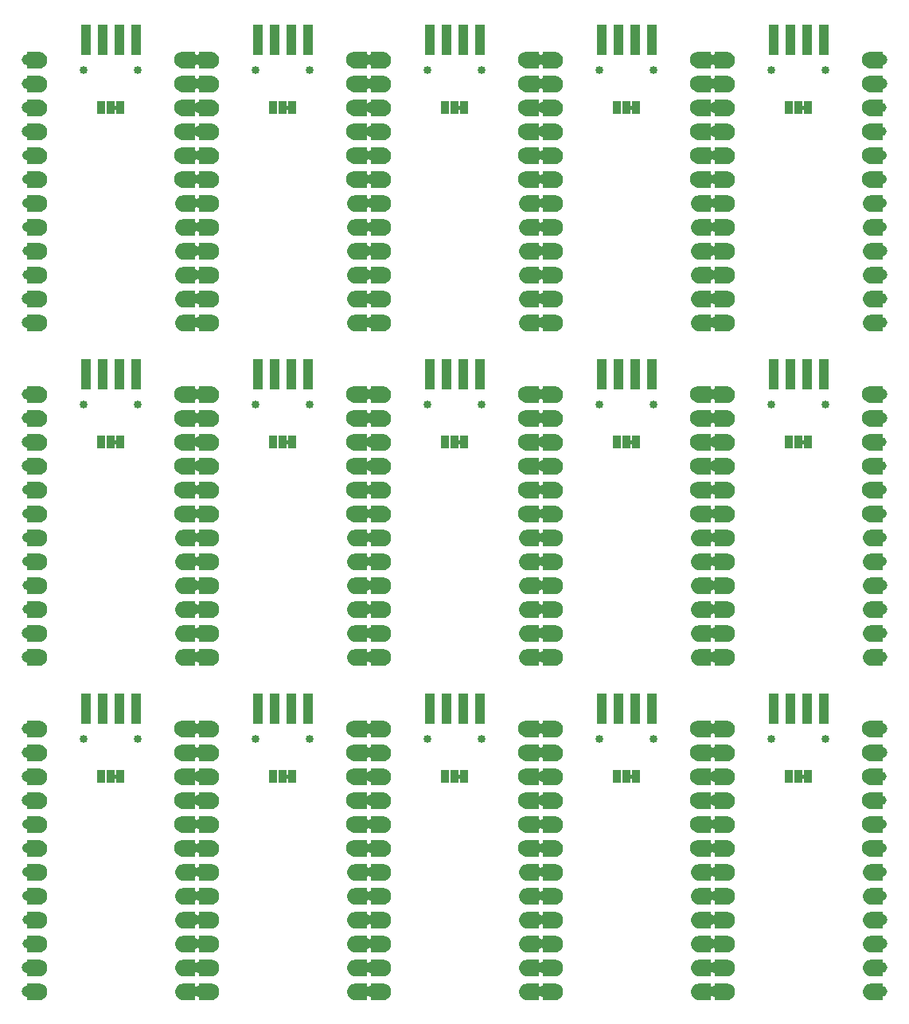
<source format=gbs>
G75*
%MOIN*%
%OFA0B0*%
%FSLAX25Y25*%
%IPPOS*%
%LPD*%
%AMOC8*
5,1,8,0,0,1.08239X$1,22.5*
%
%ADD10C,0.06800*%
%ADD11C,0.04737*%
%ADD12C,0.03950*%
%ADD13C,0.00100*%
%ADD14C,0.04146*%
%ADD15C,0.05820*%
%ADD16C,0.05524*%
%ADD17C,0.04540*%
%ADD18R,0.04343X0.12611*%
%ADD19R,0.03300X0.05800*%
%ADD20C,0.00500*%
%ADD21C,0.03359*%
D10*
X0033500Y0041750D03*
X0033500Y0051750D03*
X0033500Y0061750D03*
X0033500Y0071750D03*
X0033500Y0081750D03*
X0033500Y0091750D03*
X0093500Y0101750D03*
X0093500Y0111750D03*
X0093500Y0121750D03*
X0093500Y0131750D03*
X0093500Y0141750D03*
X0093500Y0151750D03*
X0105500Y0181750D03*
X0105500Y0191750D03*
X0105500Y0201750D03*
X0105500Y0211750D03*
X0105500Y0221750D03*
X0105500Y0231750D03*
X0093500Y0241750D03*
X0093500Y0251750D03*
X0093500Y0261750D03*
X0093500Y0271750D03*
X0093500Y0281750D03*
X0093500Y0291750D03*
X0105500Y0321750D03*
X0105500Y0331750D03*
X0105500Y0341750D03*
X0105500Y0351750D03*
X0105500Y0361750D03*
X0105500Y0371750D03*
X0093500Y0381750D03*
X0093500Y0391750D03*
X0093500Y0401750D03*
X0093500Y0411750D03*
X0093500Y0421750D03*
X0093500Y0431750D03*
X0165500Y0431750D03*
X0165500Y0421750D03*
X0165500Y0411750D03*
X0165500Y0401750D03*
X0165500Y0391750D03*
X0165500Y0381750D03*
X0177500Y0371750D03*
X0177500Y0361750D03*
X0177500Y0351750D03*
X0177500Y0341750D03*
X0177500Y0331750D03*
X0177500Y0321750D03*
X0165500Y0291750D03*
X0165500Y0281750D03*
X0165500Y0271750D03*
X0165500Y0261750D03*
X0165500Y0251750D03*
X0165500Y0241750D03*
X0177500Y0231750D03*
X0177500Y0221750D03*
X0177500Y0211750D03*
X0177500Y0201750D03*
X0177500Y0191750D03*
X0177500Y0181750D03*
X0165500Y0151750D03*
X0165500Y0141750D03*
X0165500Y0131750D03*
X0165500Y0121750D03*
X0165500Y0111750D03*
X0165500Y0101750D03*
X0177500Y0091750D03*
X0177500Y0081750D03*
X0177500Y0071750D03*
X0177500Y0061750D03*
X0177500Y0051750D03*
X0177500Y0041750D03*
X0105500Y0041750D03*
X0105500Y0051750D03*
X0105500Y0061750D03*
X0105500Y0071750D03*
X0105500Y0081750D03*
X0105500Y0091750D03*
X0237500Y0101750D03*
X0237500Y0111750D03*
X0237500Y0121750D03*
X0237500Y0131750D03*
X0237500Y0141750D03*
X0237500Y0151750D03*
X0249500Y0181750D03*
X0249500Y0191750D03*
X0249500Y0201750D03*
X0249500Y0211750D03*
X0249500Y0221750D03*
X0249500Y0231750D03*
X0237500Y0241750D03*
X0237500Y0251750D03*
X0237500Y0261750D03*
X0237500Y0271750D03*
X0237500Y0281750D03*
X0237500Y0291750D03*
X0249500Y0321750D03*
X0249500Y0331750D03*
X0249500Y0341750D03*
X0249500Y0351750D03*
X0249500Y0361750D03*
X0249500Y0371750D03*
X0237500Y0381750D03*
X0237500Y0391750D03*
X0237500Y0401750D03*
X0237500Y0411750D03*
X0237500Y0421750D03*
X0237500Y0431750D03*
X0309500Y0431750D03*
X0309500Y0421750D03*
X0309500Y0411750D03*
X0309500Y0401750D03*
X0309500Y0391750D03*
X0309500Y0381750D03*
X0321500Y0371750D03*
X0321500Y0361750D03*
X0321500Y0351750D03*
X0321500Y0341750D03*
X0321500Y0331750D03*
X0321500Y0321750D03*
X0309500Y0291750D03*
X0309500Y0281750D03*
X0309500Y0271750D03*
X0309500Y0261750D03*
X0309500Y0251750D03*
X0309500Y0241750D03*
X0321500Y0231750D03*
X0321500Y0221750D03*
X0321500Y0211750D03*
X0321500Y0201750D03*
X0321500Y0191750D03*
X0321500Y0181750D03*
X0309500Y0151750D03*
X0309500Y0141750D03*
X0309500Y0131750D03*
X0309500Y0121750D03*
X0309500Y0111750D03*
X0309500Y0101750D03*
X0321500Y0091750D03*
X0321500Y0081750D03*
X0321500Y0071750D03*
X0321500Y0061750D03*
X0321500Y0051750D03*
X0321500Y0041750D03*
X0249500Y0041750D03*
X0249500Y0051750D03*
X0249500Y0061750D03*
X0249500Y0071750D03*
X0249500Y0081750D03*
X0249500Y0091750D03*
X0381500Y0101750D03*
X0381500Y0111750D03*
X0381500Y0121750D03*
X0381500Y0131750D03*
X0381500Y0141750D03*
X0381500Y0151750D03*
X0381500Y0241750D03*
X0381500Y0251750D03*
X0381500Y0261750D03*
X0381500Y0271750D03*
X0381500Y0281750D03*
X0381500Y0291750D03*
X0381500Y0381750D03*
X0381500Y0391750D03*
X0381500Y0401750D03*
X0381500Y0411750D03*
X0381500Y0421750D03*
X0381500Y0431750D03*
X0033500Y0371750D03*
X0033500Y0361750D03*
X0033500Y0351750D03*
X0033500Y0341750D03*
X0033500Y0331750D03*
X0033500Y0321750D03*
X0033500Y0231750D03*
X0033500Y0221750D03*
X0033500Y0211750D03*
X0033500Y0201750D03*
X0033500Y0191750D03*
X0033500Y0181750D03*
D11*
X0028500Y0181750D03*
X0028500Y0191750D03*
X0098500Y0201750D03*
X0098500Y0211750D03*
X0100500Y0191750D03*
X0100500Y0181750D03*
X0098500Y0151750D03*
X0098500Y0141750D03*
X0100500Y0131750D03*
X0100500Y0121750D03*
X0028500Y0121750D03*
X0028500Y0131750D03*
X0098500Y0071750D03*
X0098500Y0061750D03*
X0100500Y0051750D03*
X0100500Y0041750D03*
X0028500Y0041750D03*
X0028500Y0051750D03*
X0170500Y0061750D03*
X0170500Y0071750D03*
X0172500Y0051750D03*
X0172500Y0041750D03*
X0244500Y0041750D03*
X0244500Y0051750D03*
X0242500Y0061750D03*
X0242500Y0071750D03*
X0314500Y0071750D03*
X0314500Y0061750D03*
X0316500Y0051750D03*
X0316500Y0041750D03*
X0386500Y0061750D03*
X0386500Y0071750D03*
X0316500Y0121750D03*
X0316500Y0131750D03*
X0314500Y0141750D03*
X0314500Y0151750D03*
X0316500Y0181750D03*
X0316500Y0191750D03*
X0314500Y0201750D03*
X0314500Y0211750D03*
X0242500Y0211750D03*
X0242500Y0201750D03*
X0244500Y0191750D03*
X0244500Y0181750D03*
X0242500Y0151750D03*
X0242500Y0141750D03*
X0244500Y0131750D03*
X0244500Y0121750D03*
X0172500Y0121750D03*
X0172500Y0131750D03*
X0170500Y0141750D03*
X0170500Y0151750D03*
X0172500Y0181750D03*
X0172500Y0191750D03*
X0170500Y0201750D03*
X0170500Y0211750D03*
X0172500Y0261750D03*
X0172500Y0271750D03*
X0170500Y0281750D03*
X0170500Y0291750D03*
X0172500Y0321750D03*
X0172500Y0331750D03*
X0170500Y0341750D03*
X0170500Y0351750D03*
X0172500Y0401750D03*
X0172500Y0411750D03*
X0170500Y0421750D03*
X0170500Y0431750D03*
X0098500Y0431750D03*
X0098500Y0421750D03*
X0100500Y0411750D03*
X0100500Y0401750D03*
X0098500Y0351750D03*
X0098500Y0341750D03*
X0100500Y0331750D03*
X0100500Y0321750D03*
X0098500Y0291750D03*
X0098500Y0281750D03*
X0100500Y0271750D03*
X0100500Y0261750D03*
X0028500Y0261750D03*
X0028500Y0271750D03*
X0028500Y0321750D03*
X0028500Y0331750D03*
X0028500Y0401750D03*
X0028500Y0411750D03*
X0242500Y0421750D03*
X0242500Y0431750D03*
X0244500Y0411750D03*
X0244500Y0401750D03*
X0242500Y0351750D03*
X0242500Y0341750D03*
X0244500Y0331750D03*
X0244500Y0321750D03*
X0242500Y0291750D03*
X0242500Y0281750D03*
X0244500Y0271750D03*
X0244500Y0261750D03*
X0316500Y0261750D03*
X0316500Y0271750D03*
X0314500Y0281750D03*
X0314500Y0291750D03*
X0316500Y0321750D03*
X0316500Y0331750D03*
X0314500Y0341750D03*
X0314500Y0351750D03*
X0316500Y0401750D03*
X0316500Y0411750D03*
X0314500Y0421750D03*
X0314500Y0431750D03*
X0386500Y0431750D03*
X0386500Y0421750D03*
X0386500Y0351750D03*
X0386500Y0341750D03*
X0386500Y0291750D03*
X0386500Y0281750D03*
X0386500Y0211750D03*
X0386500Y0201750D03*
X0386500Y0151750D03*
X0386500Y0141750D03*
D12*
X0386500Y0131750D03*
X0386500Y0121750D03*
X0314500Y0121750D03*
X0314500Y0131750D03*
X0242500Y0131750D03*
X0242500Y0121750D03*
X0170500Y0121750D03*
X0170500Y0131750D03*
X0098500Y0131750D03*
X0098500Y0121750D03*
X0100500Y0071750D03*
X0100500Y0061750D03*
X0028500Y0061750D03*
X0028500Y0071750D03*
X0172500Y0071750D03*
X0172500Y0061750D03*
X0244500Y0061750D03*
X0244500Y0071750D03*
X0316500Y0071750D03*
X0316500Y0061750D03*
X0316500Y0201750D03*
X0316500Y0211750D03*
X0244500Y0211750D03*
X0244500Y0201750D03*
X0172500Y0201750D03*
X0172500Y0211750D03*
X0100500Y0211750D03*
X0100500Y0201750D03*
X0028500Y0201750D03*
X0028500Y0211750D03*
X0098500Y0261750D03*
X0098500Y0271750D03*
X0170500Y0271750D03*
X0170500Y0261750D03*
X0242500Y0261750D03*
X0242500Y0271750D03*
X0314500Y0271750D03*
X0314500Y0261750D03*
X0386500Y0261750D03*
X0386500Y0271750D03*
X0316500Y0341750D03*
X0316500Y0351750D03*
X0314500Y0401750D03*
X0314500Y0411750D03*
X0242500Y0411750D03*
X0242500Y0401750D03*
X0244500Y0351750D03*
X0244500Y0341750D03*
X0172500Y0341750D03*
X0172500Y0351750D03*
X0170500Y0401750D03*
X0170500Y0411750D03*
X0098500Y0411750D03*
X0098500Y0401750D03*
X0100500Y0351750D03*
X0100500Y0341750D03*
X0028500Y0341750D03*
X0028500Y0351750D03*
X0386500Y0401750D03*
X0386500Y0411750D03*
D13*
X0028500Y0045000D02*
X0028500Y0038500D01*
X0033500Y0038500D01*
X0034101Y0038597D01*
X0034674Y0038805D01*
X0035196Y0039119D01*
X0035650Y0039525D01*
X0036019Y0040010D01*
X0036289Y0040556D01*
X0036452Y0041143D01*
X0036500Y0041750D01*
X0036438Y0042352D01*
X0036267Y0042932D01*
X0035992Y0043471D01*
X0035625Y0043952D01*
X0035175Y0044357D01*
X0034660Y0044673D01*
X0034095Y0044890D01*
X0033500Y0045000D01*
X0028500Y0045000D01*
X0028500Y0044926D02*
X0033897Y0044926D01*
X0034256Y0044828D02*
X0028500Y0044828D01*
X0028500Y0044729D02*
X0034512Y0044729D01*
X0034728Y0044631D02*
X0028500Y0044631D01*
X0028500Y0044532D02*
X0034889Y0044532D01*
X0035049Y0044434D02*
X0028500Y0044434D01*
X0028500Y0044335D02*
X0035199Y0044335D01*
X0035308Y0044237D02*
X0028500Y0044237D01*
X0028500Y0044138D02*
X0035417Y0044138D01*
X0035527Y0044040D02*
X0028500Y0044040D01*
X0028500Y0043941D02*
X0035632Y0043941D01*
X0035708Y0043843D02*
X0028500Y0043843D01*
X0028500Y0043744D02*
X0035783Y0043744D01*
X0035859Y0043646D02*
X0028500Y0043646D01*
X0028500Y0043547D02*
X0035934Y0043547D01*
X0036004Y0043449D02*
X0028500Y0043449D01*
X0028500Y0043350D02*
X0036054Y0043350D01*
X0036104Y0043252D02*
X0028500Y0043252D01*
X0028500Y0043153D02*
X0036154Y0043153D01*
X0036204Y0043055D02*
X0028500Y0043055D01*
X0028500Y0042956D02*
X0036254Y0042956D01*
X0036288Y0042858D02*
X0028500Y0042858D01*
X0028500Y0042759D02*
X0036318Y0042759D01*
X0036347Y0042661D02*
X0028500Y0042661D01*
X0028500Y0042562D02*
X0036376Y0042562D01*
X0036405Y0042464D02*
X0028500Y0042464D01*
X0028500Y0042365D02*
X0036434Y0042365D01*
X0036446Y0042267D02*
X0028500Y0042267D01*
X0028500Y0042168D02*
X0036457Y0042168D01*
X0036467Y0042070D02*
X0028500Y0042070D01*
X0028500Y0041971D02*
X0036477Y0041971D01*
X0036487Y0041873D02*
X0028500Y0041873D01*
X0028500Y0041774D02*
X0036498Y0041774D01*
X0036494Y0041676D02*
X0028500Y0041676D01*
X0028500Y0041577D02*
X0036486Y0041577D01*
X0036478Y0041479D02*
X0028500Y0041479D01*
X0028500Y0041380D02*
X0036471Y0041380D01*
X0036463Y0041282D02*
X0028500Y0041282D01*
X0028500Y0041183D02*
X0036455Y0041183D01*
X0036435Y0041084D02*
X0028500Y0041084D01*
X0028500Y0040986D02*
X0036408Y0040986D01*
X0036381Y0040887D02*
X0028500Y0040887D01*
X0028500Y0040789D02*
X0036354Y0040789D01*
X0036327Y0040690D02*
X0028500Y0040690D01*
X0028500Y0040592D02*
X0036299Y0040592D01*
X0036258Y0040493D02*
X0028500Y0040493D01*
X0028500Y0040395D02*
X0036210Y0040395D01*
X0036161Y0040296D02*
X0028500Y0040296D01*
X0028500Y0040198D02*
X0036112Y0040198D01*
X0036063Y0040099D02*
X0028500Y0040099D01*
X0028500Y0040001D02*
X0036012Y0040001D01*
X0035937Y0039902D02*
X0028500Y0039902D01*
X0028500Y0039804D02*
X0035862Y0039804D01*
X0035787Y0039705D02*
X0028500Y0039705D01*
X0028500Y0039607D02*
X0035712Y0039607D01*
X0035631Y0039508D02*
X0028500Y0039508D01*
X0028500Y0039410D02*
X0035521Y0039410D01*
X0035411Y0039311D02*
X0028500Y0039311D01*
X0028500Y0039213D02*
X0035301Y0039213D01*
X0035189Y0039114D02*
X0028500Y0039114D01*
X0028500Y0039016D02*
X0035024Y0039016D01*
X0034860Y0038917D02*
X0028500Y0038917D01*
X0028500Y0038819D02*
X0034696Y0038819D01*
X0034440Y0038720D02*
X0028500Y0038720D01*
X0028500Y0038622D02*
X0034170Y0038622D01*
X0033644Y0038523D02*
X0028500Y0038523D01*
X0028500Y0048500D02*
X0028500Y0055000D01*
X0033500Y0055000D01*
X0034095Y0054890D01*
X0034660Y0054673D01*
X0035175Y0054357D01*
X0035625Y0053952D01*
X0035992Y0053471D01*
X0036267Y0052932D01*
X0036438Y0052352D01*
X0036500Y0051750D01*
X0036452Y0051143D01*
X0036289Y0050556D01*
X0036019Y0050010D01*
X0035650Y0049525D01*
X0035196Y0049119D01*
X0034674Y0048805D01*
X0034101Y0048597D01*
X0033500Y0048500D01*
X0028500Y0048500D01*
X0028500Y0048571D02*
X0033944Y0048571D01*
X0034302Y0048670D02*
X0028500Y0048670D01*
X0028500Y0048768D02*
X0034572Y0048768D01*
X0034776Y0048867D02*
X0028500Y0048867D01*
X0028500Y0048965D02*
X0034940Y0048965D01*
X0035105Y0049064D02*
X0028500Y0049064D01*
X0028500Y0049162D02*
X0035245Y0049162D01*
X0035355Y0049261D02*
X0028500Y0049261D01*
X0028500Y0049359D02*
X0035465Y0049359D01*
X0035575Y0049458D02*
X0028500Y0049458D01*
X0028500Y0049556D02*
X0035674Y0049556D01*
X0035749Y0049655D02*
X0028500Y0049655D01*
X0028500Y0049753D02*
X0035824Y0049753D01*
X0035899Y0049852D02*
X0028500Y0049852D01*
X0028500Y0049951D02*
X0035974Y0049951D01*
X0036038Y0050049D02*
X0028500Y0050049D01*
X0028500Y0050148D02*
X0036087Y0050148D01*
X0036136Y0050246D02*
X0028500Y0050246D01*
X0028500Y0050345D02*
X0036185Y0050345D01*
X0036233Y0050443D02*
X0028500Y0050443D01*
X0028500Y0050542D02*
X0036282Y0050542D01*
X0036313Y0050640D02*
X0028500Y0050640D01*
X0028500Y0050739D02*
X0036340Y0050739D01*
X0036367Y0050837D02*
X0028500Y0050837D01*
X0028500Y0050936D02*
X0036394Y0050936D01*
X0036422Y0051034D02*
X0028500Y0051034D01*
X0028500Y0051133D02*
X0036449Y0051133D01*
X0036459Y0051231D02*
X0028500Y0051231D01*
X0028500Y0051330D02*
X0036466Y0051330D01*
X0036474Y0051428D02*
X0028500Y0051428D01*
X0028500Y0051527D02*
X0036482Y0051527D01*
X0036490Y0051625D02*
X0028500Y0051625D01*
X0028500Y0051724D02*
X0036498Y0051724D01*
X0036493Y0051822D02*
X0028500Y0051822D01*
X0028500Y0051921D02*
X0036482Y0051921D01*
X0036472Y0052019D02*
X0028500Y0052019D01*
X0028500Y0052118D02*
X0036462Y0052118D01*
X0036452Y0052216D02*
X0028500Y0052216D01*
X0028500Y0052315D02*
X0036441Y0052315D01*
X0036420Y0052413D02*
X0028500Y0052413D01*
X0028500Y0052512D02*
X0036390Y0052512D01*
X0036361Y0052610D02*
X0028500Y0052610D01*
X0028500Y0052709D02*
X0036332Y0052709D01*
X0036303Y0052807D02*
X0028500Y0052807D01*
X0028500Y0052906D02*
X0036274Y0052906D01*
X0036230Y0053004D02*
X0028500Y0053004D01*
X0028500Y0053103D02*
X0036180Y0053103D01*
X0036130Y0053201D02*
X0028500Y0053201D01*
X0028500Y0053300D02*
X0036080Y0053300D01*
X0036030Y0053398D02*
X0028500Y0053398D01*
X0028500Y0053497D02*
X0035973Y0053497D01*
X0035897Y0053595D02*
X0028500Y0053595D01*
X0028500Y0053694D02*
X0035822Y0053694D01*
X0035746Y0053792D02*
X0028500Y0053792D01*
X0028500Y0053891D02*
X0035671Y0053891D01*
X0035583Y0053989D02*
X0028500Y0053989D01*
X0028500Y0054088D02*
X0035473Y0054088D01*
X0035364Y0054187D02*
X0028500Y0054187D01*
X0028500Y0054285D02*
X0035255Y0054285D01*
X0035131Y0054384D02*
X0028500Y0054384D01*
X0028500Y0054482D02*
X0034971Y0054482D01*
X0034810Y0054581D02*
X0028500Y0054581D01*
X0028500Y0054679D02*
X0034644Y0054679D01*
X0034387Y0054778D02*
X0028500Y0054778D01*
X0028500Y0054876D02*
X0034131Y0054876D01*
X0033637Y0054975D02*
X0028500Y0054975D01*
X0028500Y0058500D02*
X0028500Y0065000D01*
X0033500Y0065000D01*
X0034095Y0064890D01*
X0034660Y0064673D01*
X0035175Y0064357D01*
X0035625Y0063952D01*
X0035992Y0063471D01*
X0036267Y0062932D01*
X0036438Y0062352D01*
X0036500Y0061750D01*
X0036452Y0061143D01*
X0036289Y0060556D01*
X0036019Y0060010D01*
X0035650Y0059525D01*
X0035196Y0059119D01*
X0034674Y0058805D01*
X0034101Y0058597D01*
X0033500Y0058500D01*
X0028500Y0058500D01*
X0028500Y0058521D02*
X0033631Y0058521D01*
X0034164Y0058620D02*
X0028500Y0058620D01*
X0028500Y0058718D02*
X0034434Y0058718D01*
X0034692Y0058817D02*
X0028500Y0058817D01*
X0028500Y0058915D02*
X0034856Y0058915D01*
X0035021Y0059014D02*
X0028500Y0059014D01*
X0028500Y0059112D02*
X0035185Y0059112D01*
X0035299Y0059211D02*
X0028500Y0059211D01*
X0028500Y0059309D02*
X0035409Y0059309D01*
X0035519Y0059408D02*
X0028500Y0059408D01*
X0028500Y0059506D02*
X0035629Y0059506D01*
X0035711Y0059605D02*
X0028500Y0059605D01*
X0028500Y0059703D02*
X0035785Y0059703D01*
X0035860Y0059802D02*
X0028500Y0059802D01*
X0028500Y0059900D02*
X0035935Y0059900D01*
X0036010Y0059999D02*
X0028500Y0059999D01*
X0028500Y0060097D02*
X0036062Y0060097D01*
X0036111Y0060196D02*
X0028500Y0060196D01*
X0028500Y0060294D02*
X0036160Y0060294D01*
X0036209Y0060393D02*
X0028500Y0060393D01*
X0028500Y0060491D02*
X0036257Y0060491D01*
X0036299Y0060590D02*
X0028500Y0060590D01*
X0028500Y0060688D02*
X0036326Y0060688D01*
X0036353Y0060787D02*
X0028500Y0060787D01*
X0028500Y0060885D02*
X0036380Y0060885D01*
X0036408Y0060984D02*
X0028500Y0060984D01*
X0028500Y0061082D02*
X0036435Y0061082D01*
X0036455Y0061181D02*
X0028500Y0061181D01*
X0028500Y0061279D02*
X0036462Y0061279D01*
X0036470Y0061378D02*
X0028500Y0061378D01*
X0028500Y0061476D02*
X0036478Y0061476D01*
X0036486Y0061575D02*
X0028500Y0061575D01*
X0028500Y0061673D02*
X0036494Y0061673D01*
X0036498Y0061772D02*
X0028500Y0061772D01*
X0028500Y0061870D02*
X0036488Y0061870D01*
X0036477Y0061969D02*
X0028500Y0061969D01*
X0028500Y0062067D02*
X0036467Y0062067D01*
X0036457Y0062166D02*
X0028500Y0062166D01*
X0028500Y0062264D02*
X0036447Y0062264D01*
X0036434Y0062363D02*
X0028500Y0062363D01*
X0028500Y0062461D02*
X0036405Y0062461D01*
X0036376Y0062560D02*
X0028500Y0062560D01*
X0028500Y0062658D02*
X0036347Y0062658D01*
X0036318Y0062757D02*
X0028500Y0062757D01*
X0028500Y0062855D02*
X0036289Y0062855D01*
X0036255Y0062954D02*
X0028500Y0062954D01*
X0028500Y0063053D02*
X0036205Y0063053D01*
X0036155Y0063151D02*
X0028500Y0063151D01*
X0028500Y0063250D02*
X0036105Y0063250D01*
X0036055Y0063348D02*
X0028500Y0063348D01*
X0028500Y0063447D02*
X0036005Y0063447D01*
X0035936Y0063545D02*
X0028500Y0063545D01*
X0028500Y0063644D02*
X0035860Y0063644D01*
X0035785Y0063742D02*
X0028500Y0063742D01*
X0028500Y0063841D02*
X0035710Y0063841D01*
X0035634Y0063939D02*
X0028500Y0063939D01*
X0028500Y0064038D02*
X0035529Y0064038D01*
X0035420Y0064136D02*
X0028500Y0064136D01*
X0028500Y0064235D02*
X0035311Y0064235D01*
X0035201Y0064333D02*
X0028500Y0064333D01*
X0028500Y0064432D02*
X0035053Y0064432D01*
X0034892Y0064530D02*
X0028500Y0064530D01*
X0028500Y0064629D02*
X0034732Y0064629D01*
X0034518Y0064727D02*
X0028500Y0064727D01*
X0028500Y0064826D02*
X0034262Y0064826D01*
X0033909Y0064924D02*
X0028500Y0064924D01*
X0028500Y0068500D02*
X0028500Y0075000D01*
X0033500Y0075000D01*
X0034095Y0074890D01*
X0034660Y0074673D01*
X0035175Y0074357D01*
X0035625Y0073952D01*
X0035992Y0073471D01*
X0036267Y0072932D01*
X0036438Y0072352D01*
X0036500Y0071750D01*
X0036452Y0071143D01*
X0036289Y0070556D01*
X0036019Y0070010D01*
X0035650Y0069525D01*
X0035196Y0069119D01*
X0034674Y0068805D01*
X0034101Y0068597D01*
X0033500Y0068500D01*
X0028500Y0068500D01*
X0028500Y0068569D02*
X0033930Y0068569D01*
X0034296Y0068668D02*
X0028500Y0068668D01*
X0028500Y0068766D02*
X0034566Y0068766D01*
X0034772Y0068865D02*
X0028500Y0068865D01*
X0028500Y0068963D02*
X0034937Y0068963D01*
X0035101Y0069062D02*
X0028500Y0069062D01*
X0028500Y0069160D02*
X0035243Y0069160D01*
X0035353Y0069259D02*
X0028500Y0069259D01*
X0028500Y0069357D02*
X0035463Y0069357D01*
X0035573Y0069456D02*
X0028500Y0069456D01*
X0028500Y0069554D02*
X0035672Y0069554D01*
X0035747Y0069653D02*
X0028500Y0069653D01*
X0028500Y0069751D02*
X0035822Y0069751D01*
X0035897Y0069850D02*
X0028500Y0069850D01*
X0028500Y0069948D02*
X0035972Y0069948D01*
X0036037Y0070047D02*
X0028500Y0070047D01*
X0028500Y0070145D02*
X0036086Y0070145D01*
X0036135Y0070244D02*
X0028500Y0070244D01*
X0028500Y0070342D02*
X0036184Y0070342D01*
X0036232Y0070441D02*
X0028500Y0070441D01*
X0028500Y0070539D02*
X0036281Y0070539D01*
X0036312Y0070638D02*
X0028500Y0070638D01*
X0028500Y0070736D02*
X0036339Y0070736D01*
X0036366Y0070835D02*
X0028500Y0070835D01*
X0028500Y0070933D02*
X0036394Y0070933D01*
X0036421Y0071032D02*
X0028500Y0071032D01*
X0028500Y0071130D02*
X0036448Y0071130D01*
X0036458Y0071229D02*
X0028500Y0071229D01*
X0028500Y0071327D02*
X0036466Y0071327D01*
X0036474Y0071426D02*
X0028500Y0071426D01*
X0028500Y0071524D02*
X0036482Y0071524D01*
X0036490Y0071623D02*
X0028500Y0071623D01*
X0028500Y0071722D02*
X0036498Y0071722D01*
X0036493Y0071820D02*
X0028500Y0071820D01*
X0028500Y0071919D02*
X0036483Y0071919D01*
X0036472Y0072017D02*
X0028500Y0072017D01*
X0028500Y0072116D02*
X0036462Y0072116D01*
X0036452Y0072214D02*
X0028500Y0072214D01*
X0028500Y0072313D02*
X0036442Y0072313D01*
X0036420Y0072411D02*
X0028500Y0072411D01*
X0028500Y0072510D02*
X0036391Y0072510D01*
X0036362Y0072608D02*
X0028500Y0072608D01*
X0028500Y0072707D02*
X0036333Y0072707D01*
X0036304Y0072805D02*
X0028500Y0072805D01*
X0028500Y0072904D02*
X0036275Y0072904D01*
X0036231Y0073002D02*
X0028500Y0073002D01*
X0028500Y0073101D02*
X0036181Y0073101D01*
X0036131Y0073199D02*
X0028500Y0073199D01*
X0028500Y0073298D02*
X0036081Y0073298D01*
X0036031Y0073396D02*
X0028500Y0073396D01*
X0028500Y0073495D02*
X0035975Y0073495D01*
X0035899Y0073593D02*
X0028500Y0073593D01*
X0028500Y0073692D02*
X0035824Y0073692D01*
X0035748Y0073790D02*
X0028500Y0073790D01*
X0028500Y0073889D02*
X0035673Y0073889D01*
X0035585Y0073987D02*
X0028500Y0073987D01*
X0028500Y0074086D02*
X0035476Y0074086D01*
X0035366Y0074184D02*
X0028500Y0074184D01*
X0028500Y0074283D02*
X0035257Y0074283D01*
X0035135Y0074381D02*
X0028500Y0074381D01*
X0028500Y0074480D02*
X0034974Y0074480D01*
X0034814Y0074578D02*
X0028500Y0074578D01*
X0028500Y0074677D02*
X0034649Y0074677D01*
X0034393Y0074775D02*
X0028500Y0074775D01*
X0028500Y0074874D02*
X0034136Y0074874D01*
X0033649Y0074972D02*
X0028500Y0074972D01*
X0028500Y0078500D02*
X0028500Y0085000D01*
X0033500Y0085000D01*
X0034095Y0084890D01*
X0034660Y0084673D01*
X0035175Y0084357D01*
X0035625Y0083952D01*
X0035992Y0083471D01*
X0036267Y0082932D01*
X0036438Y0082352D01*
X0036500Y0081750D01*
X0036452Y0081143D01*
X0036289Y0080556D01*
X0036019Y0080010D01*
X0035650Y0079525D01*
X0035196Y0079119D01*
X0034674Y0078805D01*
X0034101Y0078597D01*
X0033500Y0078500D01*
X0028500Y0078500D01*
X0028500Y0078519D02*
X0033617Y0078519D01*
X0034158Y0078617D02*
X0028500Y0078617D01*
X0028500Y0078716D02*
X0034428Y0078716D01*
X0034688Y0078814D02*
X0028500Y0078814D01*
X0028500Y0078913D02*
X0034853Y0078913D01*
X0035017Y0079011D02*
X0028500Y0079011D01*
X0028500Y0079110D02*
X0035181Y0079110D01*
X0035296Y0079208D02*
X0028500Y0079208D01*
X0028500Y0079307D02*
X0035406Y0079307D01*
X0035516Y0079405D02*
X0028500Y0079405D01*
X0028500Y0079504D02*
X0035626Y0079504D01*
X0035709Y0079602D02*
X0028500Y0079602D01*
X0028500Y0079701D02*
X0035784Y0079701D01*
X0035859Y0079799D02*
X0028500Y0079799D01*
X0028500Y0079898D02*
X0035934Y0079898D01*
X0036009Y0079996D02*
X0028500Y0079996D01*
X0028500Y0080095D02*
X0036061Y0080095D01*
X0036110Y0080193D02*
X0028500Y0080193D01*
X0028500Y0080292D02*
X0036159Y0080292D01*
X0036207Y0080391D02*
X0028500Y0080391D01*
X0028500Y0080489D02*
X0036256Y0080489D01*
X0036298Y0080588D02*
X0028500Y0080588D01*
X0028500Y0080686D02*
X0036325Y0080686D01*
X0036353Y0080785D02*
X0028500Y0080785D01*
X0028500Y0080883D02*
X0036380Y0080883D01*
X0036407Y0080982D02*
X0028500Y0080982D01*
X0028500Y0081080D02*
X0036434Y0081080D01*
X0036454Y0081179D02*
X0028500Y0081179D01*
X0028500Y0081277D02*
X0036462Y0081277D01*
X0036470Y0081376D02*
X0028500Y0081376D01*
X0028500Y0081474D02*
X0036478Y0081474D01*
X0036486Y0081573D02*
X0028500Y0081573D01*
X0028500Y0081671D02*
X0036494Y0081671D01*
X0036498Y0081770D02*
X0028500Y0081770D01*
X0028500Y0081868D02*
X0036488Y0081868D01*
X0036478Y0081967D02*
X0028500Y0081967D01*
X0028500Y0082065D02*
X0036467Y0082065D01*
X0036457Y0082164D02*
X0028500Y0082164D01*
X0028500Y0082262D02*
X0036447Y0082262D01*
X0036435Y0082361D02*
X0028500Y0082361D01*
X0028500Y0082459D02*
X0036406Y0082459D01*
X0036377Y0082558D02*
X0028500Y0082558D01*
X0028500Y0082656D02*
X0036348Y0082656D01*
X0036319Y0082755D02*
X0028500Y0082755D01*
X0028500Y0082853D02*
X0036290Y0082853D01*
X0036256Y0082952D02*
X0028500Y0082952D01*
X0028500Y0083050D02*
X0036206Y0083050D01*
X0036156Y0083149D02*
X0028500Y0083149D01*
X0028500Y0083247D02*
X0036106Y0083247D01*
X0036056Y0083346D02*
X0028500Y0083346D01*
X0028500Y0083444D02*
X0036006Y0083444D01*
X0035938Y0083543D02*
X0028500Y0083543D01*
X0028500Y0083641D02*
X0035862Y0083641D01*
X0035787Y0083740D02*
X0028500Y0083740D01*
X0028500Y0083838D02*
X0035711Y0083838D01*
X0035636Y0083937D02*
X0028500Y0083937D01*
X0028500Y0084035D02*
X0035532Y0084035D01*
X0035422Y0084134D02*
X0028500Y0084134D01*
X0028500Y0084232D02*
X0035313Y0084232D01*
X0035204Y0084331D02*
X0028500Y0084331D01*
X0028500Y0084429D02*
X0035056Y0084429D01*
X0034896Y0084528D02*
X0028500Y0084528D01*
X0028500Y0084627D02*
X0034735Y0084627D01*
X0034524Y0084725D02*
X0028500Y0084725D01*
X0028500Y0084824D02*
X0034267Y0084824D01*
X0033921Y0084922D02*
X0028500Y0084922D01*
X0028500Y0088500D02*
X0028500Y0095000D01*
X0033500Y0095000D01*
X0034095Y0094890D01*
X0034660Y0094673D01*
X0035175Y0094357D01*
X0035625Y0093952D01*
X0035992Y0093471D01*
X0036267Y0092932D01*
X0036438Y0092352D01*
X0036500Y0091750D01*
X0036452Y0091143D01*
X0036289Y0090556D01*
X0036019Y0090010D01*
X0035650Y0089525D01*
X0035196Y0089119D01*
X0034674Y0088805D01*
X0034101Y0088597D01*
X0033500Y0088500D01*
X0028500Y0088500D01*
X0028500Y0088567D02*
X0033916Y0088567D01*
X0034290Y0088665D02*
X0028500Y0088665D01*
X0028500Y0088764D02*
X0034560Y0088764D01*
X0034769Y0088862D02*
X0028500Y0088862D01*
X0028500Y0088961D02*
X0034933Y0088961D01*
X0035097Y0089060D02*
X0028500Y0089060D01*
X0028500Y0089158D02*
X0035240Y0089158D01*
X0035350Y0089257D02*
X0028500Y0089257D01*
X0028500Y0089355D02*
X0035460Y0089355D01*
X0035570Y0089454D02*
X0028500Y0089454D01*
X0028500Y0089552D02*
X0035671Y0089552D01*
X0035746Y0089651D02*
X0028500Y0089651D01*
X0028500Y0089749D02*
X0035820Y0089749D01*
X0035895Y0089848D02*
X0028500Y0089848D01*
X0028500Y0089946D02*
X0035970Y0089946D01*
X0036036Y0090045D02*
X0028500Y0090045D01*
X0028500Y0090143D02*
X0036085Y0090143D01*
X0036134Y0090242D02*
X0028500Y0090242D01*
X0028500Y0090340D02*
X0036182Y0090340D01*
X0036231Y0090439D02*
X0028500Y0090439D01*
X0028500Y0090537D02*
X0036280Y0090537D01*
X0036311Y0090636D02*
X0028500Y0090636D01*
X0028500Y0090734D02*
X0036339Y0090734D01*
X0036366Y0090833D02*
X0028500Y0090833D01*
X0028500Y0090931D02*
X0036393Y0090931D01*
X0036420Y0091030D02*
X0028500Y0091030D01*
X0028500Y0091128D02*
X0036448Y0091128D01*
X0036458Y0091227D02*
X0028500Y0091227D01*
X0028500Y0091325D02*
X0036466Y0091325D01*
X0036474Y0091424D02*
X0028500Y0091424D01*
X0028500Y0091522D02*
X0036482Y0091522D01*
X0036490Y0091621D02*
X0028500Y0091621D01*
X0028500Y0091719D02*
X0036498Y0091719D01*
X0036493Y0091818D02*
X0028500Y0091818D01*
X0028500Y0091916D02*
X0036483Y0091916D01*
X0036473Y0092015D02*
X0028500Y0092015D01*
X0028500Y0092113D02*
X0036462Y0092113D01*
X0036452Y0092212D02*
X0028500Y0092212D01*
X0028500Y0092310D02*
X0036442Y0092310D01*
X0036421Y0092409D02*
X0028500Y0092409D01*
X0028500Y0092507D02*
X0036392Y0092507D01*
X0036363Y0092606D02*
X0028500Y0092606D01*
X0028500Y0092704D02*
X0036334Y0092704D01*
X0036305Y0092803D02*
X0028500Y0092803D01*
X0028500Y0092901D02*
X0036276Y0092901D01*
X0036232Y0093000D02*
X0028500Y0093000D01*
X0028500Y0093098D02*
X0036182Y0093098D01*
X0036132Y0093197D02*
X0028500Y0093197D01*
X0028500Y0093295D02*
X0036082Y0093295D01*
X0036032Y0093394D02*
X0028500Y0093394D01*
X0028500Y0093493D02*
X0035976Y0093493D01*
X0035901Y0093591D02*
X0028500Y0093591D01*
X0028500Y0093690D02*
X0035825Y0093690D01*
X0035750Y0093788D02*
X0028500Y0093788D01*
X0028500Y0093887D02*
X0035674Y0093887D01*
X0035587Y0093985D02*
X0028500Y0093985D01*
X0028500Y0094084D02*
X0035478Y0094084D01*
X0035369Y0094182D02*
X0028500Y0094182D01*
X0028500Y0094281D02*
X0035260Y0094281D01*
X0035139Y0094379D02*
X0028500Y0094379D01*
X0028500Y0094478D02*
X0034978Y0094478D01*
X0034817Y0094576D02*
X0028500Y0094576D01*
X0028500Y0094675D02*
X0034655Y0094675D01*
X0034398Y0094773D02*
X0028500Y0094773D01*
X0028500Y0094872D02*
X0034142Y0094872D01*
X0033661Y0094970D02*
X0028500Y0094970D01*
X0028500Y0098500D02*
X0028500Y0105000D01*
X0033500Y0105000D01*
X0034095Y0104890D01*
X0034660Y0104673D01*
X0035175Y0104357D01*
X0035625Y0103952D01*
X0035992Y0103471D01*
X0036267Y0102932D01*
X0036438Y0102352D01*
X0036500Y0101750D01*
X0036452Y0101143D01*
X0036289Y0100556D01*
X0036019Y0100010D01*
X0035650Y0099525D01*
X0035196Y0099119D01*
X0034674Y0098805D01*
X0034101Y0098597D01*
X0033500Y0098500D01*
X0028500Y0098500D01*
X0028500Y0098517D02*
X0033603Y0098517D01*
X0034152Y0098615D02*
X0028500Y0098615D01*
X0028500Y0098714D02*
X0034422Y0098714D01*
X0034685Y0098812D02*
X0028500Y0098812D01*
X0028500Y0098911D02*
X0034849Y0098911D01*
X0035013Y0099009D02*
X0028500Y0099009D01*
X0028500Y0099108D02*
X0035178Y0099108D01*
X0035294Y0099206D02*
X0028500Y0099206D01*
X0028500Y0099305D02*
X0035404Y0099305D01*
X0035514Y0099403D02*
X0028500Y0099403D01*
X0028500Y0099502D02*
X0035624Y0099502D01*
X0035707Y0099600D02*
X0028500Y0099600D01*
X0028500Y0099699D02*
X0035782Y0099699D01*
X0035857Y0099797D02*
X0028500Y0099797D01*
X0028500Y0099896D02*
X0035932Y0099896D01*
X0036007Y0099994D02*
X0028500Y0099994D01*
X0028500Y0100093D02*
X0036060Y0100093D01*
X0036109Y0100191D02*
X0028500Y0100191D01*
X0028500Y0100290D02*
X0036158Y0100290D01*
X0036206Y0100388D02*
X0028500Y0100388D01*
X0028500Y0100487D02*
X0036255Y0100487D01*
X0036297Y0100585D02*
X0028500Y0100585D01*
X0028500Y0100684D02*
X0036325Y0100684D01*
X0036352Y0100782D02*
X0028500Y0100782D01*
X0028500Y0100881D02*
X0036379Y0100881D01*
X0036406Y0100979D02*
X0028500Y0100979D01*
X0028500Y0101078D02*
X0036434Y0101078D01*
X0036454Y0101176D02*
X0028500Y0101176D01*
X0028500Y0101275D02*
X0036462Y0101275D01*
X0036470Y0101373D02*
X0028500Y0101373D01*
X0028500Y0101472D02*
X0036478Y0101472D01*
X0036486Y0101570D02*
X0028500Y0101570D01*
X0028500Y0101669D02*
X0036494Y0101669D01*
X0036498Y0101767D02*
X0028500Y0101767D01*
X0028500Y0101866D02*
X0036488Y0101866D01*
X0036478Y0101964D02*
X0028500Y0101964D01*
X0028500Y0102063D02*
X0036468Y0102063D01*
X0036457Y0102162D02*
X0028500Y0102162D01*
X0028500Y0102260D02*
X0036447Y0102260D01*
X0036436Y0102359D02*
X0028500Y0102359D01*
X0028500Y0102457D02*
X0036407Y0102457D01*
X0036378Y0102556D02*
X0028500Y0102556D01*
X0028500Y0102654D02*
X0036348Y0102654D01*
X0036319Y0102753D02*
X0028500Y0102753D01*
X0028500Y0102851D02*
X0036290Y0102851D01*
X0036258Y0102950D02*
X0028500Y0102950D01*
X0028500Y0103048D02*
X0036208Y0103048D01*
X0036157Y0103147D02*
X0028500Y0103147D01*
X0028500Y0103245D02*
X0036107Y0103245D01*
X0036057Y0103344D02*
X0028500Y0103344D01*
X0028500Y0103442D02*
X0036007Y0103442D01*
X0035939Y0103541D02*
X0028500Y0103541D01*
X0028500Y0103639D02*
X0035864Y0103639D01*
X0035788Y0103738D02*
X0028500Y0103738D01*
X0028500Y0103836D02*
X0035713Y0103836D01*
X0035637Y0103935D02*
X0028500Y0103935D01*
X0028500Y0104033D02*
X0035534Y0104033D01*
X0035425Y0104132D02*
X0028500Y0104132D01*
X0028500Y0104230D02*
X0035315Y0104230D01*
X0035206Y0104329D02*
X0028500Y0104329D01*
X0028500Y0104427D02*
X0035060Y0104427D01*
X0034899Y0104526D02*
X0028500Y0104526D01*
X0028500Y0104624D02*
X0034739Y0104624D01*
X0034530Y0104723D02*
X0028500Y0104723D01*
X0028500Y0104821D02*
X0034273Y0104821D01*
X0033933Y0104920D02*
X0028500Y0104920D01*
X0028500Y0108500D02*
X0028500Y0115000D01*
X0033500Y0115000D01*
X0034095Y0114890D01*
X0034660Y0114673D01*
X0035175Y0114357D01*
X0035625Y0113952D01*
X0035992Y0113471D01*
X0036267Y0112932D01*
X0036438Y0112352D01*
X0036500Y0111750D01*
X0036452Y0111143D01*
X0036289Y0110556D01*
X0036019Y0110010D01*
X0035650Y0109525D01*
X0035196Y0109119D01*
X0034674Y0108805D01*
X0034101Y0108597D01*
X0033500Y0108500D01*
X0028500Y0108500D01*
X0028500Y0108565D02*
X0033903Y0108565D01*
X0034284Y0108663D02*
X0028500Y0108663D01*
X0028500Y0108762D02*
X0034554Y0108762D01*
X0034765Y0108860D02*
X0028500Y0108860D01*
X0028500Y0108959D02*
X0034929Y0108959D01*
X0035094Y0109057D02*
X0028500Y0109057D01*
X0028500Y0109156D02*
X0035238Y0109156D01*
X0035348Y0109254D02*
X0028500Y0109254D01*
X0028500Y0109353D02*
X0035458Y0109353D01*
X0035568Y0109451D02*
X0028500Y0109451D01*
X0028500Y0109550D02*
X0035669Y0109550D01*
X0035744Y0109648D02*
X0028500Y0109648D01*
X0028500Y0109747D02*
X0035819Y0109747D01*
X0035894Y0109845D02*
X0028500Y0109845D01*
X0028500Y0109944D02*
X0035969Y0109944D01*
X0036035Y0110042D02*
X0028500Y0110042D01*
X0028500Y0110141D02*
X0036084Y0110141D01*
X0036133Y0110239D02*
X0028500Y0110239D01*
X0028500Y0110338D02*
X0036181Y0110338D01*
X0036230Y0110436D02*
X0028500Y0110436D01*
X0028500Y0110535D02*
X0036279Y0110535D01*
X0036311Y0110633D02*
X0028500Y0110633D01*
X0028500Y0110732D02*
X0036338Y0110732D01*
X0036365Y0110831D02*
X0028500Y0110831D01*
X0028500Y0110929D02*
X0036392Y0110929D01*
X0036420Y0111028D02*
X0028500Y0111028D01*
X0028500Y0111126D02*
X0036447Y0111126D01*
X0036458Y0111225D02*
X0028500Y0111225D01*
X0028500Y0111323D02*
X0036466Y0111323D01*
X0036474Y0111422D02*
X0028500Y0111422D01*
X0028500Y0111520D02*
X0036482Y0111520D01*
X0036490Y0111619D02*
X0028500Y0111619D01*
X0028500Y0111717D02*
X0036497Y0111717D01*
X0036493Y0111816D02*
X0028500Y0111816D01*
X0028500Y0111914D02*
X0036483Y0111914D01*
X0036473Y0112013D02*
X0028500Y0112013D01*
X0028500Y0112111D02*
X0036463Y0112111D01*
X0036452Y0112210D02*
X0028500Y0112210D01*
X0028500Y0112308D02*
X0036442Y0112308D01*
X0036421Y0112407D02*
X0028500Y0112407D01*
X0028500Y0112505D02*
X0036392Y0112505D01*
X0036363Y0112604D02*
X0028500Y0112604D01*
X0028500Y0112702D02*
X0036334Y0112702D01*
X0036305Y0112801D02*
X0028500Y0112801D01*
X0028500Y0112899D02*
X0036276Y0112899D01*
X0036233Y0112998D02*
X0028500Y0112998D01*
X0028500Y0113096D02*
X0036183Y0113096D01*
X0036133Y0113195D02*
X0028500Y0113195D01*
X0028500Y0113293D02*
X0036083Y0113293D01*
X0036033Y0113392D02*
X0028500Y0113392D01*
X0028500Y0113490D02*
X0035978Y0113490D01*
X0035902Y0113589D02*
X0028500Y0113589D01*
X0028500Y0113687D02*
X0035827Y0113687D01*
X0035752Y0113786D02*
X0028500Y0113786D01*
X0028500Y0113884D02*
X0035676Y0113884D01*
X0035590Y0113983D02*
X0028500Y0113983D01*
X0028500Y0114081D02*
X0035481Y0114081D01*
X0035371Y0114180D02*
X0028500Y0114180D01*
X0028500Y0114278D02*
X0035262Y0114278D01*
X0035142Y0114377D02*
X0028500Y0114377D01*
X0028500Y0114475D02*
X0034982Y0114475D01*
X0034821Y0114574D02*
X0028500Y0114574D01*
X0028500Y0114672D02*
X0034660Y0114672D01*
X0034404Y0114771D02*
X0028500Y0114771D01*
X0028500Y0114869D02*
X0034148Y0114869D01*
X0033673Y0114968D02*
X0028500Y0114968D01*
X0028500Y0118500D02*
X0028500Y0125000D01*
X0033500Y0125000D01*
X0034095Y0124890D01*
X0034660Y0124673D01*
X0035175Y0124357D01*
X0035625Y0123952D01*
X0035992Y0123471D01*
X0036267Y0122932D01*
X0036438Y0122352D01*
X0036500Y0121750D01*
X0036452Y0121143D01*
X0036289Y0120556D01*
X0036019Y0120010D01*
X0035650Y0119525D01*
X0035196Y0119119D01*
X0034674Y0118805D01*
X0034101Y0118597D01*
X0033500Y0118500D01*
X0028500Y0118500D01*
X0028500Y0118514D02*
X0033589Y0118514D01*
X0034146Y0118613D02*
X0028500Y0118613D01*
X0028500Y0118711D02*
X0034416Y0118711D01*
X0034681Y0118810D02*
X0028500Y0118810D01*
X0028500Y0118908D02*
X0034845Y0118908D01*
X0035010Y0119007D02*
X0028500Y0119007D01*
X0028500Y0119105D02*
X0035174Y0119105D01*
X0035291Y0119204D02*
X0028500Y0119204D01*
X0028500Y0119302D02*
X0035401Y0119302D01*
X0035512Y0119401D02*
X0028500Y0119401D01*
X0028500Y0119500D02*
X0035622Y0119500D01*
X0035706Y0119598D02*
X0028500Y0119598D01*
X0028500Y0119697D02*
X0035780Y0119697D01*
X0035855Y0119795D02*
X0028500Y0119795D01*
X0028500Y0119894D02*
X0035930Y0119894D01*
X0036005Y0119992D02*
X0028500Y0119992D01*
X0028500Y0120091D02*
X0036059Y0120091D01*
X0036108Y0120189D02*
X0028500Y0120189D01*
X0028500Y0120288D02*
X0036156Y0120288D01*
X0036205Y0120386D02*
X0028500Y0120386D01*
X0028500Y0120485D02*
X0036254Y0120485D01*
X0036297Y0120583D02*
X0028500Y0120583D01*
X0028500Y0120682D02*
X0036324Y0120682D01*
X0036351Y0120780D02*
X0028500Y0120780D01*
X0028500Y0120879D02*
X0036379Y0120879D01*
X0036406Y0120977D02*
X0028500Y0120977D01*
X0028500Y0121076D02*
X0036433Y0121076D01*
X0036454Y0121174D02*
X0028500Y0121174D01*
X0028500Y0121273D02*
X0036462Y0121273D01*
X0036470Y0121371D02*
X0028500Y0121371D01*
X0028500Y0121470D02*
X0036478Y0121470D01*
X0036486Y0121568D02*
X0028500Y0121568D01*
X0028500Y0121667D02*
X0036493Y0121667D01*
X0036498Y0121765D02*
X0028500Y0121765D01*
X0028500Y0121864D02*
X0036488Y0121864D01*
X0036478Y0121962D02*
X0028500Y0121962D01*
X0028500Y0122061D02*
X0036468Y0122061D01*
X0036458Y0122159D02*
X0028500Y0122159D01*
X0028500Y0122258D02*
X0036447Y0122258D01*
X0036436Y0122356D02*
X0028500Y0122356D01*
X0028500Y0122455D02*
X0036407Y0122455D01*
X0036378Y0122553D02*
X0028500Y0122553D01*
X0028500Y0122652D02*
X0036349Y0122652D01*
X0036320Y0122750D02*
X0028500Y0122750D01*
X0028500Y0122849D02*
X0036291Y0122849D01*
X0036259Y0122947D02*
X0028500Y0122947D01*
X0028500Y0123046D02*
X0036209Y0123046D01*
X0036159Y0123144D02*
X0028500Y0123144D01*
X0028500Y0123243D02*
X0036109Y0123243D01*
X0036058Y0123341D02*
X0028500Y0123341D01*
X0028500Y0123440D02*
X0036008Y0123440D01*
X0035941Y0123538D02*
X0028500Y0123538D01*
X0028500Y0123637D02*
X0035866Y0123637D01*
X0035790Y0123735D02*
X0028500Y0123735D01*
X0028500Y0123834D02*
X0035715Y0123834D01*
X0035639Y0123933D02*
X0028500Y0123933D01*
X0028500Y0124031D02*
X0035536Y0124031D01*
X0035427Y0124130D02*
X0028500Y0124130D01*
X0028500Y0124228D02*
X0035318Y0124228D01*
X0035209Y0124327D02*
X0028500Y0124327D01*
X0028500Y0124425D02*
X0035064Y0124425D01*
X0034903Y0124524D02*
X0028500Y0124524D01*
X0028500Y0124622D02*
X0034742Y0124622D01*
X0034535Y0124721D02*
X0028500Y0124721D01*
X0028500Y0124819D02*
X0034279Y0124819D01*
X0033945Y0124918D02*
X0028500Y0124918D01*
X0028500Y0128500D02*
X0028500Y0135000D01*
X0033500Y0135000D01*
X0034095Y0134890D01*
X0034660Y0134673D01*
X0035175Y0134357D01*
X0035625Y0133952D01*
X0035992Y0133471D01*
X0036267Y0132932D01*
X0036438Y0132352D01*
X0036500Y0131750D01*
X0036452Y0131143D01*
X0036289Y0130556D01*
X0036019Y0130010D01*
X0035650Y0129525D01*
X0035196Y0129119D01*
X0034674Y0128805D01*
X0034101Y0128597D01*
X0033500Y0128500D01*
X0028500Y0128500D01*
X0028500Y0128563D02*
X0033889Y0128563D01*
X0034278Y0128661D02*
X0028500Y0128661D01*
X0028500Y0128760D02*
X0034548Y0128760D01*
X0034761Y0128858D02*
X0028500Y0128858D01*
X0028500Y0128957D02*
X0034926Y0128957D01*
X0035090Y0129055D02*
X0028500Y0129055D01*
X0028500Y0129154D02*
X0035235Y0129154D01*
X0035345Y0129252D02*
X0028500Y0129252D01*
X0028500Y0129351D02*
X0035455Y0129351D01*
X0035565Y0129449D02*
X0028500Y0129449D01*
X0028500Y0129548D02*
X0035667Y0129548D01*
X0035742Y0129646D02*
X0028500Y0129646D01*
X0028500Y0129745D02*
X0035817Y0129745D01*
X0035892Y0129843D02*
X0028500Y0129843D01*
X0028500Y0129942D02*
X0035967Y0129942D01*
X0036034Y0130040D02*
X0028500Y0130040D01*
X0028500Y0130139D02*
X0036083Y0130139D01*
X0036131Y0130237D02*
X0028500Y0130237D01*
X0028500Y0130336D02*
X0036180Y0130336D01*
X0036229Y0130434D02*
X0028500Y0130434D01*
X0028500Y0130533D02*
X0036278Y0130533D01*
X0036310Y0130631D02*
X0028500Y0130631D01*
X0028500Y0130730D02*
X0036337Y0130730D01*
X0036365Y0130828D02*
X0028500Y0130828D01*
X0028500Y0130927D02*
X0036392Y0130927D01*
X0036419Y0131025D02*
X0028500Y0131025D01*
X0028500Y0131124D02*
X0036446Y0131124D01*
X0036458Y0131222D02*
X0028500Y0131222D01*
X0028500Y0131321D02*
X0036466Y0131321D01*
X0036474Y0131419D02*
X0028500Y0131419D01*
X0028500Y0131518D02*
X0036481Y0131518D01*
X0036489Y0131616D02*
X0028500Y0131616D01*
X0028500Y0131715D02*
X0036497Y0131715D01*
X0036493Y0131813D02*
X0028500Y0131813D01*
X0028500Y0131912D02*
X0036483Y0131912D01*
X0036473Y0132010D02*
X0028500Y0132010D01*
X0028500Y0132109D02*
X0036463Y0132109D01*
X0036453Y0132207D02*
X0028500Y0132207D01*
X0028500Y0132306D02*
X0036442Y0132306D01*
X0036422Y0132404D02*
X0028500Y0132404D01*
X0028500Y0132503D02*
X0036393Y0132503D01*
X0036364Y0132602D02*
X0028500Y0132602D01*
X0028500Y0132700D02*
X0036335Y0132700D01*
X0036306Y0132799D02*
X0028500Y0132799D01*
X0028500Y0132897D02*
X0036277Y0132897D01*
X0036234Y0132996D02*
X0028500Y0132996D01*
X0028500Y0133094D02*
X0036184Y0133094D01*
X0036134Y0133193D02*
X0028500Y0133193D01*
X0028500Y0133291D02*
X0036084Y0133291D01*
X0036034Y0133390D02*
X0028500Y0133390D01*
X0028500Y0133488D02*
X0035980Y0133488D01*
X0035904Y0133587D02*
X0028500Y0133587D01*
X0028500Y0133685D02*
X0035829Y0133685D01*
X0035753Y0133784D02*
X0028500Y0133784D01*
X0028500Y0133882D02*
X0035678Y0133882D01*
X0035592Y0133981D02*
X0028500Y0133981D01*
X0028500Y0134079D02*
X0035483Y0134079D01*
X0035374Y0134178D02*
X0028500Y0134178D01*
X0028500Y0134276D02*
X0035264Y0134276D01*
X0035146Y0134375D02*
X0028500Y0134375D01*
X0028500Y0134473D02*
X0034985Y0134473D01*
X0034825Y0134572D02*
X0028500Y0134572D01*
X0028500Y0134670D02*
X0034664Y0134670D01*
X0034410Y0134769D02*
X0028500Y0134769D01*
X0028500Y0134867D02*
X0034153Y0134867D01*
X0033685Y0134966D02*
X0028500Y0134966D01*
X0028500Y0138500D02*
X0028500Y0145000D01*
X0033500Y0145000D01*
X0034095Y0144890D01*
X0034660Y0144673D01*
X0035175Y0144357D01*
X0035625Y0143952D01*
X0035992Y0143471D01*
X0036267Y0142932D01*
X0036438Y0142352D01*
X0036500Y0141750D01*
X0036452Y0141143D01*
X0036289Y0140556D01*
X0036019Y0140010D01*
X0035650Y0139525D01*
X0035196Y0139119D01*
X0034674Y0138805D01*
X0034101Y0138597D01*
X0033500Y0138500D01*
X0028500Y0138500D01*
X0028500Y0138512D02*
X0033576Y0138512D01*
X0034140Y0138611D02*
X0028500Y0138611D01*
X0028500Y0138709D02*
X0034410Y0138709D01*
X0034677Y0138808D02*
X0028500Y0138808D01*
X0028500Y0138906D02*
X0034842Y0138906D01*
X0035006Y0139005D02*
X0028500Y0139005D01*
X0028500Y0139103D02*
X0035170Y0139103D01*
X0035289Y0139202D02*
X0028500Y0139202D01*
X0028500Y0139300D02*
X0035399Y0139300D01*
X0035509Y0139399D02*
X0028500Y0139399D01*
X0028500Y0139497D02*
X0035619Y0139497D01*
X0035704Y0139596D02*
X0028500Y0139596D01*
X0028500Y0139694D02*
X0035779Y0139694D01*
X0035854Y0139793D02*
X0028500Y0139793D01*
X0028500Y0139891D02*
X0035929Y0139891D01*
X0036004Y0139990D02*
X0028500Y0139990D01*
X0028500Y0140088D02*
X0036058Y0140088D01*
X0036107Y0140187D02*
X0028500Y0140187D01*
X0028500Y0140285D02*
X0036155Y0140285D01*
X0036204Y0140384D02*
X0028500Y0140384D01*
X0028500Y0140482D02*
X0036253Y0140482D01*
X0036296Y0140581D02*
X0028500Y0140581D01*
X0028500Y0140679D02*
X0036323Y0140679D01*
X0036351Y0140778D02*
X0028500Y0140778D01*
X0028500Y0140876D02*
X0036378Y0140876D01*
X0036405Y0140975D02*
X0028500Y0140975D01*
X0028500Y0141073D02*
X0036432Y0141073D01*
X0036454Y0141172D02*
X0028500Y0141172D01*
X0028500Y0141271D02*
X0036462Y0141271D01*
X0036470Y0141369D02*
X0028500Y0141369D01*
X0028500Y0141468D02*
X0036477Y0141468D01*
X0036485Y0141566D02*
X0028500Y0141566D01*
X0028500Y0141665D02*
X0036493Y0141665D01*
X0036499Y0141763D02*
X0028500Y0141763D01*
X0028500Y0141862D02*
X0036488Y0141862D01*
X0036478Y0141960D02*
X0028500Y0141960D01*
X0028500Y0142059D02*
X0036468Y0142059D01*
X0036458Y0142157D02*
X0028500Y0142157D01*
X0028500Y0142256D02*
X0036448Y0142256D01*
X0036437Y0142354D02*
X0028500Y0142354D01*
X0028500Y0142453D02*
X0036408Y0142453D01*
X0036379Y0142551D02*
X0028500Y0142551D01*
X0028500Y0142650D02*
X0036350Y0142650D01*
X0036321Y0142748D02*
X0028500Y0142748D01*
X0028500Y0142847D02*
X0036292Y0142847D01*
X0036260Y0142945D02*
X0028500Y0142945D01*
X0028500Y0143044D02*
X0036210Y0143044D01*
X0036160Y0143142D02*
X0028500Y0143142D01*
X0028500Y0143241D02*
X0036110Y0143241D01*
X0036060Y0143339D02*
X0028500Y0143339D01*
X0028500Y0143438D02*
X0036010Y0143438D01*
X0035943Y0143536D02*
X0028500Y0143536D01*
X0028500Y0143635D02*
X0035867Y0143635D01*
X0035792Y0143733D02*
X0028500Y0143733D01*
X0028500Y0143832D02*
X0035716Y0143832D01*
X0035641Y0143930D02*
X0028500Y0143930D01*
X0028500Y0144029D02*
X0035539Y0144029D01*
X0035430Y0144127D02*
X0028500Y0144127D01*
X0028500Y0144226D02*
X0035320Y0144226D01*
X0035211Y0144324D02*
X0028500Y0144324D01*
X0028500Y0144423D02*
X0035067Y0144423D01*
X0034907Y0144521D02*
X0028500Y0144521D01*
X0028500Y0144620D02*
X0034746Y0144620D01*
X0034541Y0144718D02*
X0028500Y0144718D01*
X0028500Y0144817D02*
X0034285Y0144817D01*
X0033956Y0144915D02*
X0028500Y0144915D01*
X0028500Y0148500D02*
X0028500Y0155000D01*
X0033500Y0155000D01*
X0034095Y0154890D01*
X0034660Y0154673D01*
X0035175Y0154357D01*
X0035625Y0153952D01*
X0035992Y0153471D01*
X0036267Y0152932D01*
X0036438Y0152352D01*
X0036500Y0151750D01*
X0036452Y0151143D01*
X0036289Y0150556D01*
X0036019Y0150010D01*
X0035650Y0149525D01*
X0035196Y0149119D01*
X0034674Y0148805D01*
X0034101Y0148597D01*
X0033500Y0148500D01*
X0028500Y0148500D01*
X0028500Y0148560D02*
X0033875Y0148560D01*
X0034272Y0148659D02*
X0028500Y0148659D01*
X0028500Y0148757D02*
X0034542Y0148757D01*
X0034758Y0148856D02*
X0028500Y0148856D01*
X0028500Y0148954D02*
X0034922Y0148954D01*
X0035086Y0149053D02*
X0028500Y0149053D01*
X0028500Y0149151D02*
X0035233Y0149151D01*
X0035343Y0149250D02*
X0028500Y0149250D01*
X0028500Y0149348D02*
X0035453Y0149348D01*
X0035563Y0149447D02*
X0028500Y0149447D01*
X0028500Y0149545D02*
X0035666Y0149545D01*
X0035740Y0149644D02*
X0028500Y0149644D01*
X0028500Y0149742D02*
X0035815Y0149742D01*
X0035890Y0149841D02*
X0028500Y0149841D01*
X0028500Y0149940D02*
X0035965Y0149940D01*
X0036033Y0150038D02*
X0028500Y0150038D01*
X0028500Y0150137D02*
X0036082Y0150137D01*
X0036130Y0150235D02*
X0028500Y0150235D01*
X0028500Y0150334D02*
X0036179Y0150334D01*
X0036228Y0150432D02*
X0028500Y0150432D01*
X0028500Y0150531D02*
X0036277Y0150531D01*
X0036310Y0150629D02*
X0028500Y0150629D01*
X0028500Y0150728D02*
X0036337Y0150728D01*
X0036364Y0150826D02*
X0028500Y0150826D01*
X0028500Y0150925D02*
X0036391Y0150925D01*
X0036419Y0151023D02*
X0028500Y0151023D01*
X0028500Y0151122D02*
X0036446Y0151122D01*
X0036458Y0151220D02*
X0028500Y0151220D01*
X0028500Y0151319D02*
X0036466Y0151319D01*
X0036473Y0151417D02*
X0028500Y0151417D01*
X0028500Y0151516D02*
X0036481Y0151516D01*
X0036489Y0151614D02*
X0028500Y0151614D01*
X0028500Y0151713D02*
X0036497Y0151713D01*
X0036494Y0151811D02*
X0028500Y0151811D01*
X0028500Y0151910D02*
X0036483Y0151910D01*
X0036473Y0152008D02*
X0028500Y0152008D01*
X0028500Y0152107D02*
X0036463Y0152107D01*
X0036453Y0152205D02*
X0028500Y0152205D01*
X0028500Y0152304D02*
X0036443Y0152304D01*
X0036423Y0152402D02*
X0028500Y0152402D01*
X0028500Y0152501D02*
X0036394Y0152501D01*
X0036365Y0152599D02*
X0028500Y0152599D01*
X0028500Y0152698D02*
X0036336Y0152698D01*
X0036307Y0152796D02*
X0028500Y0152796D01*
X0028500Y0152895D02*
X0036278Y0152895D01*
X0036235Y0152993D02*
X0028500Y0152993D01*
X0028500Y0153092D02*
X0036185Y0153092D01*
X0036135Y0153190D02*
X0028500Y0153190D01*
X0028500Y0153289D02*
X0036085Y0153289D01*
X0036035Y0153387D02*
X0028500Y0153387D01*
X0028500Y0153486D02*
X0035981Y0153486D01*
X0035906Y0153584D02*
X0028500Y0153584D01*
X0028500Y0153683D02*
X0035830Y0153683D01*
X0035755Y0153781D02*
X0028500Y0153781D01*
X0028500Y0153880D02*
X0035679Y0153880D01*
X0035595Y0153978D02*
X0028500Y0153978D01*
X0028500Y0154077D02*
X0035485Y0154077D01*
X0035376Y0154175D02*
X0028500Y0154175D01*
X0028500Y0154274D02*
X0035267Y0154274D01*
X0035149Y0154373D02*
X0028500Y0154373D01*
X0028500Y0154471D02*
X0034989Y0154471D01*
X0034828Y0154570D02*
X0028500Y0154570D01*
X0028500Y0154668D02*
X0034667Y0154668D01*
X0034416Y0154767D02*
X0028500Y0154767D01*
X0028500Y0154865D02*
X0034159Y0154865D01*
X0033697Y0154964D02*
X0028500Y0154964D01*
X0028500Y0178500D02*
X0028500Y0185000D01*
X0033500Y0185000D01*
X0034095Y0184890D01*
X0034660Y0184673D01*
X0035175Y0184357D01*
X0035625Y0183952D01*
X0035992Y0183471D01*
X0036267Y0182932D01*
X0036438Y0182352D01*
X0036500Y0181750D01*
X0036452Y0181143D01*
X0036289Y0180556D01*
X0036019Y0180010D01*
X0035650Y0179525D01*
X0035196Y0179119D01*
X0034674Y0178805D01*
X0034101Y0178597D01*
X0033500Y0178500D01*
X0028500Y0178500D01*
X0028500Y0178508D02*
X0033548Y0178508D01*
X0034128Y0178606D02*
X0028500Y0178606D01*
X0028500Y0178705D02*
X0034398Y0178705D01*
X0034668Y0178803D02*
X0028500Y0178803D01*
X0028500Y0178902D02*
X0034834Y0178902D01*
X0034999Y0179000D02*
X0028500Y0179000D01*
X0028500Y0179099D02*
X0035163Y0179099D01*
X0035284Y0179197D02*
X0028500Y0179197D01*
X0028500Y0179296D02*
X0035394Y0179296D01*
X0035504Y0179394D02*
X0028500Y0179394D01*
X0028500Y0179493D02*
X0035614Y0179493D01*
X0035701Y0179591D02*
X0028500Y0179591D01*
X0028500Y0179690D02*
X0035775Y0179690D01*
X0035850Y0179788D02*
X0028500Y0179788D01*
X0028500Y0179887D02*
X0035925Y0179887D01*
X0036000Y0179985D02*
X0028500Y0179985D01*
X0028500Y0180084D02*
X0036056Y0180084D01*
X0036104Y0180182D02*
X0028500Y0180182D01*
X0028500Y0180281D02*
X0036153Y0180281D01*
X0036202Y0180380D02*
X0028500Y0180380D01*
X0028500Y0180478D02*
X0036251Y0180478D01*
X0036295Y0180577D02*
X0028500Y0180577D01*
X0028500Y0180675D02*
X0036322Y0180675D01*
X0036349Y0180774D02*
X0028500Y0180774D01*
X0028500Y0180872D02*
X0036377Y0180872D01*
X0036404Y0180971D02*
X0028500Y0180971D01*
X0028500Y0181069D02*
X0036431Y0181069D01*
X0036454Y0181168D02*
X0028500Y0181168D01*
X0028500Y0181266D02*
X0036461Y0181266D01*
X0036469Y0181365D02*
X0028500Y0181365D01*
X0028500Y0181463D02*
X0036477Y0181463D01*
X0036485Y0181562D02*
X0028500Y0181562D01*
X0028500Y0181660D02*
X0036493Y0181660D01*
X0036499Y0181759D02*
X0028500Y0181759D01*
X0028500Y0181857D02*
X0036489Y0181857D01*
X0036479Y0181956D02*
X0028500Y0181956D01*
X0028500Y0182054D02*
X0036468Y0182054D01*
X0036458Y0182153D02*
X0028500Y0182153D01*
X0028500Y0182251D02*
X0036448Y0182251D01*
X0036438Y0182350D02*
X0028500Y0182350D01*
X0028500Y0182448D02*
X0036409Y0182448D01*
X0036380Y0182547D02*
X0028500Y0182547D01*
X0028500Y0182645D02*
X0036351Y0182645D01*
X0036322Y0182744D02*
X0028500Y0182744D01*
X0028500Y0182842D02*
X0036293Y0182842D01*
X0036262Y0182941D02*
X0028500Y0182941D01*
X0028500Y0183039D02*
X0036212Y0183039D01*
X0036162Y0183138D02*
X0028500Y0183138D01*
X0028500Y0183236D02*
X0036112Y0183236D01*
X0036062Y0183335D02*
X0028500Y0183335D01*
X0028500Y0183433D02*
X0036012Y0183433D01*
X0035946Y0183532D02*
X0028500Y0183532D01*
X0028500Y0183630D02*
X0035871Y0183630D01*
X0035795Y0183729D02*
X0028500Y0183729D01*
X0028500Y0183827D02*
X0035720Y0183827D01*
X0035644Y0183926D02*
X0028500Y0183926D01*
X0028500Y0184024D02*
X0035544Y0184024D01*
X0035434Y0184123D02*
X0028500Y0184123D01*
X0028500Y0184221D02*
X0035325Y0184221D01*
X0035216Y0184320D02*
X0028500Y0184320D01*
X0028500Y0184418D02*
X0035074Y0184418D01*
X0034914Y0184517D02*
X0028500Y0184517D01*
X0028500Y0184615D02*
X0034753Y0184615D01*
X0034553Y0184714D02*
X0028500Y0184714D01*
X0028500Y0184813D02*
X0034296Y0184813D01*
X0033980Y0184911D02*
X0028500Y0184911D01*
X0028500Y0188500D02*
X0028500Y0195000D01*
X0033500Y0195000D01*
X0034095Y0194890D01*
X0034660Y0194673D01*
X0035175Y0194357D01*
X0035625Y0193952D01*
X0035992Y0193471D01*
X0036267Y0192932D01*
X0036438Y0192352D01*
X0036500Y0191750D01*
X0036452Y0191143D01*
X0036289Y0190556D01*
X0036019Y0190010D01*
X0035650Y0189525D01*
X0035196Y0189119D01*
X0034674Y0188805D01*
X0034101Y0188597D01*
X0033500Y0188500D01*
X0028500Y0188500D01*
X0028500Y0188556D02*
X0033848Y0188556D01*
X0034260Y0188654D02*
X0028500Y0188654D01*
X0028500Y0188753D02*
X0034530Y0188753D01*
X0034750Y0188851D02*
X0028500Y0188851D01*
X0028500Y0188950D02*
X0034915Y0188950D01*
X0035079Y0189048D02*
X0028500Y0189048D01*
X0028500Y0189147D02*
X0035228Y0189147D01*
X0035338Y0189246D02*
X0028500Y0189246D01*
X0028500Y0189344D02*
X0035448Y0189344D01*
X0035558Y0189443D02*
X0028500Y0189443D01*
X0028500Y0189541D02*
X0035662Y0189541D01*
X0035737Y0189640D02*
X0028500Y0189640D01*
X0028500Y0189738D02*
X0035812Y0189738D01*
X0035887Y0189837D02*
X0028500Y0189837D01*
X0028500Y0189935D02*
X0035962Y0189935D01*
X0036031Y0190034D02*
X0028500Y0190034D01*
X0028500Y0190132D02*
X0036079Y0190132D01*
X0036128Y0190231D02*
X0028500Y0190231D01*
X0028500Y0190329D02*
X0036177Y0190329D01*
X0036226Y0190428D02*
X0028500Y0190428D01*
X0028500Y0190526D02*
X0036275Y0190526D01*
X0036308Y0190625D02*
X0028500Y0190625D01*
X0028500Y0190723D02*
X0036336Y0190723D01*
X0036363Y0190822D02*
X0028500Y0190822D01*
X0028500Y0190920D02*
X0036390Y0190920D01*
X0036417Y0191019D02*
X0028500Y0191019D01*
X0028500Y0191117D02*
X0036445Y0191117D01*
X0036457Y0191216D02*
X0028500Y0191216D01*
X0028500Y0191314D02*
X0036465Y0191314D01*
X0036473Y0191413D02*
X0028500Y0191413D01*
X0028500Y0191511D02*
X0036481Y0191511D01*
X0036489Y0191610D02*
X0028500Y0191610D01*
X0028500Y0191708D02*
X0036497Y0191708D01*
X0036494Y0191807D02*
X0028500Y0191807D01*
X0028500Y0191905D02*
X0036484Y0191905D01*
X0036474Y0192004D02*
X0028500Y0192004D01*
X0028500Y0192102D02*
X0036463Y0192102D01*
X0036453Y0192201D02*
X0028500Y0192201D01*
X0028500Y0192299D02*
X0036443Y0192299D01*
X0036424Y0192398D02*
X0028500Y0192398D01*
X0028500Y0192496D02*
X0036395Y0192496D01*
X0036366Y0192595D02*
X0028500Y0192595D01*
X0028500Y0192693D02*
X0036337Y0192693D01*
X0036308Y0192792D02*
X0028500Y0192792D01*
X0028500Y0192890D02*
X0036279Y0192890D01*
X0036238Y0192989D02*
X0028500Y0192989D01*
X0028500Y0193087D02*
X0036188Y0193087D01*
X0036137Y0193186D02*
X0028500Y0193186D01*
X0028500Y0193284D02*
X0036087Y0193284D01*
X0036037Y0193383D02*
X0028500Y0193383D01*
X0028500Y0193482D02*
X0035985Y0193482D01*
X0035909Y0193580D02*
X0028500Y0193580D01*
X0028500Y0193679D02*
X0035834Y0193679D01*
X0035758Y0193777D02*
X0028500Y0193777D01*
X0028500Y0193876D02*
X0035683Y0193876D01*
X0035600Y0193974D02*
X0028500Y0193974D01*
X0028500Y0194073D02*
X0035490Y0194073D01*
X0035381Y0194171D02*
X0028500Y0194171D01*
X0028500Y0194270D02*
X0035272Y0194270D01*
X0035157Y0194368D02*
X0028500Y0194368D01*
X0028500Y0194467D02*
X0034996Y0194467D01*
X0034835Y0194565D02*
X0028500Y0194565D01*
X0028500Y0194664D02*
X0034675Y0194664D01*
X0034427Y0194762D02*
X0028500Y0194762D01*
X0028500Y0194861D02*
X0034171Y0194861D01*
X0033720Y0194959D02*
X0028500Y0194959D01*
X0028500Y0198500D02*
X0028500Y0205000D01*
X0033500Y0205000D01*
X0034095Y0204890D01*
X0034660Y0204673D01*
X0035175Y0204357D01*
X0035625Y0203952D01*
X0035992Y0203471D01*
X0036267Y0202932D01*
X0036438Y0202352D01*
X0036500Y0201750D01*
X0036452Y0201143D01*
X0036289Y0200556D01*
X0036019Y0200010D01*
X0035650Y0199525D01*
X0035196Y0199119D01*
X0034674Y0198805D01*
X0034101Y0198597D01*
X0033500Y0198500D01*
X0028500Y0198500D01*
X0028500Y0198506D02*
X0033535Y0198506D01*
X0034122Y0198604D02*
X0028500Y0198604D01*
X0028500Y0198703D02*
X0034392Y0198703D01*
X0034662Y0198801D02*
X0028500Y0198801D01*
X0028500Y0198900D02*
X0034831Y0198900D01*
X0034995Y0198998D02*
X0028500Y0198998D01*
X0028500Y0199097D02*
X0035159Y0199097D01*
X0035282Y0199195D02*
X0028500Y0199195D01*
X0028500Y0199294D02*
X0035392Y0199294D01*
X0035502Y0199392D02*
X0028500Y0199392D01*
X0028500Y0199491D02*
X0035612Y0199491D01*
X0035699Y0199589D02*
X0028500Y0199589D01*
X0028500Y0199688D02*
X0035774Y0199688D01*
X0035849Y0199786D02*
X0028500Y0199786D01*
X0028500Y0199885D02*
X0035924Y0199885D01*
X0035999Y0199983D02*
X0028500Y0199983D01*
X0028500Y0200082D02*
X0036054Y0200082D01*
X0036103Y0200180D02*
X0028500Y0200180D01*
X0028500Y0200279D02*
X0036152Y0200279D01*
X0036201Y0200377D02*
X0028500Y0200377D01*
X0028500Y0200476D02*
X0036250Y0200476D01*
X0036294Y0200574D02*
X0028500Y0200574D01*
X0028500Y0200673D02*
X0036322Y0200673D01*
X0036349Y0200771D02*
X0028500Y0200771D01*
X0028500Y0200870D02*
X0036376Y0200870D01*
X0036403Y0200968D02*
X0028500Y0200968D01*
X0028500Y0201067D02*
X0036431Y0201067D01*
X0036453Y0201165D02*
X0028500Y0201165D01*
X0028500Y0201264D02*
X0036461Y0201264D01*
X0036469Y0201362D02*
X0028500Y0201362D01*
X0028500Y0201461D02*
X0036477Y0201461D01*
X0036485Y0201559D02*
X0028500Y0201559D01*
X0028500Y0201658D02*
X0036493Y0201658D01*
X0036499Y0201756D02*
X0028500Y0201756D01*
X0028500Y0201855D02*
X0036489Y0201855D01*
X0036479Y0201953D02*
X0028500Y0201953D01*
X0028500Y0202052D02*
X0036469Y0202052D01*
X0036459Y0202151D02*
X0028500Y0202151D01*
X0028500Y0202249D02*
X0036448Y0202249D01*
X0036438Y0202348D02*
X0028500Y0202348D01*
X0028500Y0202446D02*
X0036410Y0202446D01*
X0036381Y0202545D02*
X0028500Y0202545D01*
X0028500Y0202643D02*
X0036352Y0202643D01*
X0036323Y0202742D02*
X0028500Y0202742D01*
X0028500Y0202840D02*
X0036294Y0202840D01*
X0036263Y0202939D02*
X0028500Y0202939D01*
X0028500Y0203037D02*
X0036213Y0203037D01*
X0036163Y0203136D02*
X0028500Y0203136D01*
X0028500Y0203234D02*
X0036113Y0203234D01*
X0036063Y0203333D02*
X0028500Y0203333D01*
X0028500Y0203431D02*
X0036013Y0203431D01*
X0035948Y0203530D02*
X0028500Y0203530D01*
X0028500Y0203628D02*
X0035872Y0203628D01*
X0035797Y0203727D02*
X0028500Y0203727D01*
X0028500Y0203825D02*
X0035721Y0203825D01*
X0035646Y0203924D02*
X0028500Y0203924D01*
X0028500Y0204022D02*
X0035546Y0204022D01*
X0035437Y0204121D02*
X0028500Y0204121D01*
X0028500Y0204219D02*
X0035328Y0204219D01*
X0035218Y0204318D02*
X0028500Y0204318D01*
X0028500Y0204416D02*
X0035078Y0204416D01*
X0034917Y0204515D02*
X0028500Y0204515D01*
X0028500Y0204613D02*
X0034757Y0204613D01*
X0034558Y0204712D02*
X0028500Y0204712D01*
X0028500Y0204810D02*
X0034302Y0204810D01*
X0033992Y0204909D02*
X0028500Y0204909D01*
X0028500Y0208500D02*
X0028500Y0215000D01*
X0033500Y0215000D01*
X0034095Y0214890D01*
X0034660Y0214673D01*
X0035175Y0214357D01*
X0035625Y0213952D01*
X0035992Y0213471D01*
X0036267Y0212932D01*
X0036438Y0212352D01*
X0036500Y0211750D01*
X0036452Y0211143D01*
X0036289Y0210556D01*
X0036019Y0210010D01*
X0035650Y0209525D01*
X0035196Y0209119D01*
X0034674Y0208805D01*
X0034101Y0208597D01*
X0033500Y0208500D01*
X0028500Y0208500D01*
X0028500Y0208554D02*
X0033834Y0208554D01*
X0034254Y0208652D02*
X0028500Y0208652D01*
X0028500Y0208751D02*
X0034524Y0208751D01*
X0034747Y0208849D02*
X0028500Y0208849D01*
X0028500Y0208948D02*
X0034911Y0208948D01*
X0035075Y0209046D02*
X0028500Y0209046D01*
X0028500Y0209145D02*
X0035225Y0209145D01*
X0035335Y0209243D02*
X0028500Y0209243D01*
X0028500Y0209342D02*
X0035445Y0209342D01*
X0035555Y0209440D02*
X0028500Y0209440D01*
X0028500Y0209539D02*
X0035661Y0209539D01*
X0035735Y0209637D02*
X0028500Y0209637D01*
X0028500Y0209736D02*
X0035810Y0209736D01*
X0035885Y0209834D02*
X0028500Y0209834D01*
X0028500Y0209933D02*
X0035960Y0209933D01*
X0036029Y0210031D02*
X0028500Y0210031D01*
X0028500Y0210130D02*
X0036078Y0210130D01*
X0036127Y0210228D02*
X0028500Y0210228D01*
X0028500Y0210327D02*
X0036176Y0210327D01*
X0036225Y0210425D02*
X0028500Y0210425D01*
X0028500Y0210524D02*
X0036274Y0210524D01*
X0036308Y0210622D02*
X0028500Y0210622D01*
X0028500Y0210721D02*
X0036335Y0210721D01*
X0036362Y0210820D02*
X0028500Y0210820D01*
X0028500Y0210918D02*
X0036389Y0210918D01*
X0036417Y0211017D02*
X0028500Y0211017D01*
X0028500Y0211115D02*
X0036444Y0211115D01*
X0036457Y0211214D02*
X0028500Y0211214D01*
X0028500Y0211312D02*
X0036465Y0211312D01*
X0036473Y0211411D02*
X0028500Y0211411D01*
X0028500Y0211509D02*
X0036481Y0211509D01*
X0036489Y0211608D02*
X0028500Y0211608D01*
X0028500Y0211706D02*
X0036496Y0211706D01*
X0036494Y0211805D02*
X0028500Y0211805D01*
X0028500Y0211903D02*
X0036484Y0211903D01*
X0036474Y0212002D02*
X0028500Y0212002D01*
X0028500Y0212100D02*
X0036464Y0212100D01*
X0036454Y0212199D02*
X0028500Y0212199D01*
X0028500Y0212297D02*
X0036443Y0212297D01*
X0036425Y0212396D02*
X0028500Y0212396D01*
X0028500Y0212494D02*
X0036396Y0212494D01*
X0036367Y0212593D02*
X0028500Y0212593D01*
X0028500Y0212691D02*
X0036338Y0212691D01*
X0036309Y0212790D02*
X0028500Y0212790D01*
X0028500Y0212888D02*
X0036279Y0212888D01*
X0036239Y0212987D02*
X0028500Y0212987D01*
X0028500Y0213085D02*
X0036189Y0213085D01*
X0036139Y0213184D02*
X0028500Y0213184D01*
X0028500Y0213282D02*
X0036089Y0213282D01*
X0036038Y0213381D02*
X0028500Y0213381D01*
X0028500Y0213479D02*
X0035986Y0213479D01*
X0035911Y0213578D02*
X0028500Y0213578D01*
X0028500Y0213676D02*
X0035835Y0213676D01*
X0035760Y0213775D02*
X0028500Y0213775D01*
X0028500Y0213873D02*
X0035684Y0213873D01*
X0035602Y0213972D02*
X0028500Y0213972D01*
X0028500Y0214070D02*
X0035493Y0214070D01*
X0035383Y0214169D02*
X0028500Y0214169D01*
X0028500Y0214267D02*
X0035274Y0214267D01*
X0035160Y0214366D02*
X0028500Y0214366D01*
X0028500Y0214464D02*
X0034999Y0214464D01*
X0034839Y0214563D02*
X0028500Y0214563D01*
X0028500Y0214661D02*
X0034678Y0214661D01*
X0034433Y0214760D02*
X0028500Y0214760D01*
X0028500Y0214858D02*
X0034176Y0214858D01*
X0033732Y0214957D02*
X0028500Y0214957D01*
X0028500Y0218500D02*
X0028500Y0225000D01*
X0033500Y0225000D01*
X0034095Y0224890D01*
X0034660Y0224673D01*
X0035175Y0224357D01*
X0035625Y0223952D01*
X0035992Y0223471D01*
X0036267Y0222932D01*
X0036438Y0222352D01*
X0036500Y0221750D01*
X0036452Y0221143D01*
X0036289Y0220556D01*
X0036019Y0220010D01*
X0035650Y0219525D01*
X0035196Y0219119D01*
X0034674Y0218805D01*
X0034101Y0218597D01*
X0033500Y0218500D01*
X0028500Y0218500D01*
X0028500Y0218503D02*
X0033521Y0218503D01*
X0034116Y0218602D02*
X0028500Y0218602D01*
X0028500Y0218700D02*
X0034386Y0218700D01*
X0034656Y0218799D02*
X0028500Y0218799D01*
X0028500Y0218897D02*
X0034827Y0218897D01*
X0034991Y0218996D02*
X0028500Y0218996D01*
X0028500Y0219094D02*
X0035156Y0219094D01*
X0035279Y0219193D02*
X0028500Y0219193D01*
X0028500Y0219291D02*
X0035389Y0219291D01*
X0035499Y0219390D02*
X0028500Y0219390D01*
X0028500Y0219488D02*
X0035609Y0219488D01*
X0035697Y0219587D02*
X0028500Y0219587D01*
X0028500Y0219686D02*
X0035772Y0219686D01*
X0035847Y0219784D02*
X0028500Y0219784D01*
X0028500Y0219883D02*
X0035922Y0219883D01*
X0035997Y0219981D02*
X0028500Y0219981D01*
X0028500Y0220080D02*
X0036053Y0220080D01*
X0036102Y0220178D02*
X0028500Y0220178D01*
X0028500Y0220277D02*
X0036151Y0220277D01*
X0036200Y0220375D02*
X0028500Y0220375D01*
X0028500Y0220474D02*
X0036249Y0220474D01*
X0036294Y0220572D02*
X0028500Y0220572D01*
X0028500Y0220671D02*
X0036321Y0220671D01*
X0036348Y0220769D02*
X0028500Y0220769D01*
X0028500Y0220868D02*
X0036376Y0220868D01*
X0036403Y0220966D02*
X0028500Y0220966D01*
X0028500Y0221065D02*
X0036430Y0221065D01*
X0036453Y0221163D02*
X0028500Y0221163D01*
X0028500Y0221262D02*
X0036461Y0221262D01*
X0036469Y0221360D02*
X0028500Y0221360D01*
X0028500Y0221459D02*
X0036477Y0221459D01*
X0036485Y0221557D02*
X0028500Y0221557D01*
X0028500Y0221656D02*
X0036492Y0221656D01*
X0036500Y0221754D02*
X0028500Y0221754D01*
X0028500Y0221853D02*
X0036489Y0221853D01*
X0036479Y0221951D02*
X0028500Y0221951D01*
X0028500Y0222050D02*
X0036469Y0222050D01*
X0036459Y0222148D02*
X0028500Y0222148D01*
X0028500Y0222247D02*
X0036449Y0222247D01*
X0036438Y0222345D02*
X0028500Y0222345D01*
X0028500Y0222444D02*
X0036410Y0222444D01*
X0036381Y0222542D02*
X0028500Y0222542D01*
X0028500Y0222641D02*
X0036352Y0222641D01*
X0036323Y0222739D02*
X0028500Y0222739D01*
X0028500Y0222838D02*
X0036294Y0222838D01*
X0036264Y0222936D02*
X0028500Y0222936D01*
X0028500Y0223035D02*
X0036214Y0223035D01*
X0036164Y0223133D02*
X0028500Y0223133D01*
X0028500Y0223232D02*
X0036114Y0223232D01*
X0036064Y0223330D02*
X0028500Y0223330D01*
X0028500Y0223429D02*
X0036014Y0223429D01*
X0035949Y0223527D02*
X0028500Y0223527D01*
X0028500Y0223626D02*
X0035874Y0223626D01*
X0035799Y0223724D02*
X0028500Y0223724D01*
X0028500Y0223823D02*
X0035723Y0223823D01*
X0035648Y0223922D02*
X0028500Y0223922D01*
X0028500Y0224020D02*
X0035549Y0224020D01*
X0035439Y0224119D02*
X0028500Y0224119D01*
X0028500Y0224217D02*
X0035330Y0224217D01*
X0035221Y0224316D02*
X0028500Y0224316D01*
X0028500Y0224414D02*
X0035082Y0224414D01*
X0034921Y0224513D02*
X0028500Y0224513D01*
X0028500Y0224611D02*
X0034760Y0224611D01*
X0034564Y0224710D02*
X0028500Y0224710D01*
X0028500Y0224808D02*
X0034308Y0224808D01*
X0034004Y0224907D02*
X0028500Y0224907D01*
X0028500Y0228500D02*
X0028500Y0235000D01*
X0033500Y0235000D01*
X0034095Y0234890D01*
X0034660Y0234673D01*
X0035175Y0234357D01*
X0035625Y0233952D01*
X0035992Y0233471D01*
X0036267Y0232932D01*
X0036438Y0232352D01*
X0036500Y0231750D01*
X0036452Y0231143D01*
X0036289Y0230556D01*
X0036019Y0230010D01*
X0035650Y0229525D01*
X0035196Y0229119D01*
X0034674Y0228805D01*
X0034101Y0228597D01*
X0033500Y0228500D01*
X0028500Y0228500D01*
X0028500Y0228552D02*
X0033820Y0228552D01*
X0034248Y0228650D02*
X0028500Y0228650D01*
X0028500Y0228749D02*
X0034518Y0228749D01*
X0034743Y0228847D02*
X0028500Y0228847D01*
X0028500Y0228946D02*
X0034907Y0228946D01*
X0035072Y0229044D02*
X0028500Y0229044D01*
X0028500Y0229143D02*
X0035223Y0229143D01*
X0035333Y0229241D02*
X0028500Y0229241D01*
X0028500Y0229340D02*
X0035443Y0229340D01*
X0035553Y0229438D02*
X0028500Y0229438D01*
X0028500Y0229537D02*
X0035659Y0229537D01*
X0035734Y0229635D02*
X0028500Y0229635D01*
X0028500Y0229734D02*
X0035809Y0229734D01*
X0035884Y0229832D02*
X0028500Y0229832D01*
X0028500Y0229931D02*
X0035959Y0229931D01*
X0036028Y0230029D02*
X0028500Y0230029D01*
X0028500Y0230128D02*
X0036077Y0230128D01*
X0036126Y0230226D02*
X0028500Y0230226D01*
X0028500Y0230325D02*
X0036175Y0230325D01*
X0036224Y0230423D02*
X0028500Y0230423D01*
X0028500Y0230522D02*
X0036272Y0230522D01*
X0036307Y0230620D02*
X0028500Y0230620D01*
X0028500Y0230719D02*
X0036334Y0230719D01*
X0036362Y0230817D02*
X0028500Y0230817D01*
X0028500Y0230916D02*
X0036389Y0230916D01*
X0036416Y0231014D02*
X0028500Y0231014D01*
X0028500Y0231113D02*
X0036443Y0231113D01*
X0036457Y0231211D02*
X0028500Y0231211D01*
X0028500Y0231310D02*
X0036465Y0231310D01*
X0036473Y0231408D02*
X0028500Y0231408D01*
X0028500Y0231507D02*
X0036481Y0231507D01*
X0036488Y0231605D02*
X0028500Y0231605D01*
X0028500Y0231704D02*
X0036496Y0231704D01*
X0036495Y0231802D02*
X0028500Y0231802D01*
X0028500Y0231901D02*
X0036484Y0231901D01*
X0036474Y0231999D02*
X0028500Y0231999D01*
X0028500Y0232098D02*
X0036464Y0232098D01*
X0036454Y0232196D02*
X0028500Y0232196D01*
X0028500Y0232295D02*
X0036444Y0232295D01*
X0036425Y0232393D02*
X0028500Y0232393D01*
X0028500Y0232492D02*
X0036396Y0232492D01*
X0036367Y0232591D02*
X0028500Y0232591D01*
X0028500Y0232689D02*
X0036338Y0232689D01*
X0036309Y0232788D02*
X0028500Y0232788D01*
X0028500Y0232886D02*
X0036280Y0232886D01*
X0036240Y0232985D02*
X0028500Y0232985D01*
X0028500Y0233083D02*
X0036190Y0233083D01*
X0036140Y0233182D02*
X0028500Y0233182D01*
X0028500Y0233280D02*
X0036090Y0233280D01*
X0036040Y0233379D02*
X0028500Y0233379D01*
X0028500Y0233477D02*
X0035988Y0233477D01*
X0035913Y0233576D02*
X0028500Y0233576D01*
X0028500Y0233674D02*
X0035837Y0233674D01*
X0035762Y0233773D02*
X0028500Y0233773D01*
X0028500Y0233871D02*
X0035686Y0233871D01*
X0035604Y0233970D02*
X0028500Y0233970D01*
X0028500Y0234068D02*
X0035495Y0234068D01*
X0035386Y0234167D02*
X0028500Y0234167D01*
X0028500Y0234265D02*
X0035277Y0234265D01*
X0035164Y0234364D02*
X0028500Y0234364D01*
X0028500Y0234462D02*
X0035003Y0234462D01*
X0034842Y0234561D02*
X0028500Y0234561D01*
X0028500Y0234659D02*
X0034682Y0234659D01*
X0034439Y0234758D02*
X0028500Y0234758D01*
X0028500Y0234856D02*
X0034182Y0234856D01*
X0033744Y0234955D02*
X0028500Y0234955D01*
X0028500Y0238500D02*
X0028500Y0245000D01*
X0033500Y0245000D01*
X0034095Y0244890D01*
X0034660Y0244673D01*
X0035175Y0244357D01*
X0035625Y0243952D01*
X0035992Y0243471D01*
X0036267Y0242932D01*
X0036438Y0242352D01*
X0036500Y0241750D01*
X0036452Y0241143D01*
X0036289Y0240556D01*
X0036019Y0240010D01*
X0035650Y0239525D01*
X0035196Y0239119D01*
X0034674Y0238805D01*
X0034101Y0238597D01*
X0033500Y0238500D01*
X0028500Y0238500D01*
X0028500Y0238501D02*
X0033507Y0238501D01*
X0034110Y0238600D02*
X0028500Y0238600D01*
X0028500Y0238698D02*
X0034380Y0238698D01*
X0034650Y0238797D02*
X0028500Y0238797D01*
X0028500Y0238895D02*
X0034823Y0238895D01*
X0034988Y0238994D02*
X0028500Y0238994D01*
X0028500Y0239092D02*
X0035152Y0239092D01*
X0035277Y0239191D02*
X0028500Y0239191D01*
X0028500Y0239289D02*
X0035387Y0239289D01*
X0035497Y0239388D02*
X0028500Y0239388D01*
X0028500Y0239486D02*
X0035607Y0239486D01*
X0035695Y0239585D02*
X0028500Y0239585D01*
X0028500Y0239683D02*
X0035770Y0239683D01*
X0035845Y0239782D02*
X0028500Y0239782D01*
X0028500Y0239880D02*
X0035920Y0239880D01*
X0035995Y0239979D02*
X0028500Y0239979D01*
X0028500Y0240077D02*
X0036052Y0240077D01*
X0036101Y0240176D02*
X0028500Y0240176D01*
X0028500Y0240274D02*
X0036150Y0240274D01*
X0036199Y0240373D02*
X0028500Y0240373D01*
X0028500Y0240471D02*
X0036248Y0240471D01*
X0036293Y0240570D02*
X0028500Y0240570D01*
X0028500Y0240668D02*
X0036320Y0240668D01*
X0036348Y0240767D02*
X0028500Y0240767D01*
X0028500Y0240865D02*
X0036375Y0240865D01*
X0036402Y0240964D02*
X0028500Y0240964D01*
X0028500Y0241062D02*
X0036429Y0241062D01*
X0036453Y0241161D02*
X0028500Y0241161D01*
X0028500Y0241259D02*
X0036461Y0241259D01*
X0036469Y0241358D02*
X0028500Y0241358D01*
X0028500Y0241457D02*
X0036477Y0241457D01*
X0036484Y0241555D02*
X0028500Y0241555D01*
X0028500Y0241654D02*
X0036492Y0241654D01*
X0036500Y0241752D02*
X0028500Y0241752D01*
X0028500Y0241851D02*
X0036490Y0241851D01*
X0036479Y0241949D02*
X0028500Y0241949D01*
X0028500Y0242048D02*
X0036469Y0242048D01*
X0036459Y0242146D02*
X0028500Y0242146D01*
X0028500Y0242245D02*
X0036449Y0242245D01*
X0036439Y0242343D02*
X0028500Y0242343D01*
X0028500Y0242442D02*
X0036411Y0242442D01*
X0036382Y0242540D02*
X0028500Y0242540D01*
X0028500Y0242639D02*
X0036353Y0242639D01*
X0036324Y0242737D02*
X0028500Y0242737D01*
X0028500Y0242836D02*
X0036295Y0242836D01*
X0036265Y0242934D02*
X0028500Y0242934D01*
X0028500Y0243033D02*
X0036215Y0243033D01*
X0036165Y0243131D02*
X0028500Y0243131D01*
X0028500Y0243230D02*
X0036115Y0243230D01*
X0036065Y0243328D02*
X0028500Y0243328D01*
X0028500Y0243427D02*
X0036015Y0243427D01*
X0035951Y0243525D02*
X0028500Y0243525D01*
X0028500Y0243624D02*
X0035876Y0243624D01*
X0035800Y0243722D02*
X0028500Y0243722D01*
X0028500Y0243821D02*
X0035725Y0243821D01*
X0035649Y0243919D02*
X0028500Y0243919D01*
X0028500Y0244018D02*
X0035551Y0244018D01*
X0035442Y0244116D02*
X0028500Y0244116D01*
X0028500Y0244215D02*
X0035333Y0244215D01*
X0035223Y0244313D02*
X0028500Y0244313D01*
X0028500Y0244412D02*
X0035085Y0244412D01*
X0034925Y0244510D02*
X0028500Y0244510D01*
X0028500Y0244609D02*
X0034764Y0244609D01*
X0034570Y0244707D02*
X0028500Y0244707D01*
X0028500Y0244806D02*
X0034313Y0244806D01*
X0034016Y0244904D02*
X0028500Y0244904D01*
X0028500Y0248500D02*
X0028500Y0255000D01*
X0033500Y0255000D01*
X0034095Y0254890D01*
X0034660Y0254673D01*
X0035175Y0254357D01*
X0035625Y0253952D01*
X0035992Y0253471D01*
X0036267Y0252932D01*
X0036438Y0252352D01*
X0036500Y0251750D01*
X0036452Y0251143D01*
X0036289Y0250556D01*
X0036019Y0250010D01*
X0035650Y0249525D01*
X0035196Y0249119D01*
X0034674Y0248805D01*
X0034101Y0248597D01*
X0033500Y0248500D01*
X0028500Y0248500D01*
X0028500Y0248549D02*
X0033807Y0248549D01*
X0034242Y0248648D02*
X0028500Y0248648D01*
X0028500Y0248746D02*
X0034512Y0248746D01*
X0034739Y0248845D02*
X0028500Y0248845D01*
X0028500Y0248943D02*
X0034904Y0248943D01*
X0035068Y0249042D02*
X0028500Y0249042D01*
X0028500Y0249140D02*
X0035220Y0249140D01*
X0035330Y0249239D02*
X0028500Y0249239D01*
X0028500Y0249337D02*
X0035441Y0249337D01*
X0035551Y0249436D02*
X0028500Y0249436D01*
X0028500Y0249534D02*
X0035657Y0249534D01*
X0035732Y0249633D02*
X0028500Y0249633D01*
X0028500Y0249731D02*
X0035807Y0249731D01*
X0035882Y0249830D02*
X0028500Y0249830D01*
X0028500Y0249928D02*
X0035957Y0249928D01*
X0036027Y0250027D02*
X0028500Y0250027D01*
X0028500Y0250126D02*
X0036076Y0250126D01*
X0036125Y0250224D02*
X0028500Y0250224D01*
X0028500Y0250323D02*
X0036174Y0250323D01*
X0036223Y0250421D02*
X0028500Y0250421D01*
X0028500Y0250520D02*
X0036271Y0250520D01*
X0036307Y0250618D02*
X0028500Y0250618D01*
X0028500Y0250717D02*
X0036334Y0250717D01*
X0036361Y0250815D02*
X0028500Y0250815D01*
X0028500Y0250914D02*
X0036388Y0250914D01*
X0036415Y0251012D02*
X0028500Y0251012D01*
X0028500Y0251111D02*
X0036443Y0251111D01*
X0036457Y0251209D02*
X0028500Y0251209D01*
X0028500Y0251308D02*
X0036465Y0251308D01*
X0036473Y0251406D02*
X0028500Y0251406D01*
X0028500Y0251505D02*
X0036480Y0251505D01*
X0036488Y0251603D02*
X0028500Y0251603D01*
X0028500Y0251702D02*
X0036496Y0251702D01*
X0036495Y0251800D02*
X0028500Y0251800D01*
X0028500Y0251899D02*
X0036485Y0251899D01*
X0036474Y0251997D02*
X0028500Y0251997D01*
X0028500Y0252096D02*
X0036464Y0252096D01*
X0036454Y0252194D02*
X0028500Y0252194D01*
X0028500Y0252293D02*
X0036444Y0252293D01*
X0036426Y0252391D02*
X0028500Y0252391D01*
X0028500Y0252490D02*
X0036397Y0252490D01*
X0036368Y0252588D02*
X0028500Y0252588D01*
X0028500Y0252687D02*
X0036339Y0252687D01*
X0036310Y0252785D02*
X0028500Y0252785D01*
X0028500Y0252884D02*
X0036281Y0252884D01*
X0036241Y0252982D02*
X0028500Y0252982D01*
X0028500Y0253081D02*
X0036191Y0253081D01*
X0036141Y0253179D02*
X0028500Y0253179D01*
X0028500Y0253278D02*
X0036091Y0253278D01*
X0036041Y0253376D02*
X0028500Y0253376D01*
X0028500Y0253475D02*
X0035990Y0253475D01*
X0035914Y0253573D02*
X0028500Y0253573D01*
X0028500Y0253672D02*
X0035839Y0253672D01*
X0035763Y0253770D02*
X0028500Y0253770D01*
X0028500Y0253869D02*
X0035688Y0253869D01*
X0035607Y0253967D02*
X0028500Y0253967D01*
X0028500Y0254066D02*
X0035498Y0254066D01*
X0035388Y0254164D02*
X0028500Y0254164D01*
X0028500Y0254263D02*
X0035279Y0254263D01*
X0035167Y0254362D02*
X0028500Y0254362D01*
X0028500Y0254460D02*
X0035007Y0254460D01*
X0034846Y0254559D02*
X0028500Y0254559D01*
X0028500Y0254657D02*
X0034685Y0254657D01*
X0034444Y0254756D02*
X0028500Y0254756D01*
X0028500Y0254854D02*
X0034188Y0254854D01*
X0033756Y0254953D02*
X0028500Y0254953D01*
X0028500Y0258500D02*
X0028500Y0265000D01*
X0033500Y0265000D01*
X0034095Y0264890D01*
X0034660Y0264673D01*
X0035175Y0264357D01*
X0035625Y0263952D01*
X0035992Y0263471D01*
X0036267Y0262932D01*
X0028500Y0262932D01*
X0028500Y0263030D02*
X0036216Y0263030D01*
X0036267Y0262932D02*
X0036438Y0262352D01*
X0036500Y0261750D01*
X0036452Y0261143D01*
X0036289Y0260556D01*
X0036019Y0260010D01*
X0035650Y0259525D01*
X0035196Y0259119D01*
X0034674Y0258805D01*
X0034101Y0258597D01*
X0033500Y0258500D01*
X0028500Y0258500D01*
X0028500Y0258597D02*
X0034103Y0258597D01*
X0034374Y0258696D02*
X0028500Y0258696D01*
X0028500Y0258795D02*
X0034644Y0258795D01*
X0034820Y0258893D02*
X0028500Y0258893D01*
X0028500Y0258992D02*
X0034984Y0258992D01*
X0035148Y0259090D02*
X0028500Y0259090D01*
X0028500Y0259189D02*
X0035274Y0259189D01*
X0035384Y0259287D02*
X0028500Y0259287D01*
X0028500Y0259386D02*
X0035494Y0259386D01*
X0035604Y0259484D02*
X0028500Y0259484D01*
X0028500Y0259583D02*
X0035694Y0259583D01*
X0035769Y0259681D02*
X0028500Y0259681D01*
X0028500Y0259780D02*
X0035844Y0259780D01*
X0035919Y0259878D02*
X0028500Y0259878D01*
X0028500Y0259977D02*
X0035994Y0259977D01*
X0036051Y0260075D02*
X0028500Y0260075D01*
X0028500Y0260174D02*
X0036100Y0260174D01*
X0036149Y0260272D02*
X0028500Y0260272D01*
X0028500Y0260371D02*
X0036198Y0260371D01*
X0036246Y0260469D02*
X0028500Y0260469D01*
X0028500Y0260568D02*
X0036293Y0260568D01*
X0036320Y0260666D02*
X0028500Y0260666D01*
X0028500Y0260765D02*
X0036347Y0260765D01*
X0036374Y0260863D02*
X0028500Y0260863D01*
X0028500Y0260962D02*
X0036402Y0260962D01*
X0036429Y0261060D02*
X0028500Y0261060D01*
X0028500Y0261159D02*
X0036453Y0261159D01*
X0036461Y0261257D02*
X0028500Y0261257D01*
X0028500Y0261356D02*
X0036469Y0261356D01*
X0036476Y0261454D02*
X0028500Y0261454D01*
X0028500Y0261553D02*
X0036484Y0261553D01*
X0036492Y0261651D02*
X0028500Y0261651D01*
X0028500Y0261750D02*
X0036500Y0261750D01*
X0036490Y0261848D02*
X0028500Y0261848D01*
X0028500Y0261947D02*
X0036480Y0261947D01*
X0036469Y0262045D02*
X0028500Y0262045D01*
X0028500Y0262144D02*
X0036459Y0262144D01*
X0036449Y0262242D02*
X0028500Y0262242D01*
X0028500Y0262341D02*
X0036439Y0262341D01*
X0036412Y0262439D02*
X0028500Y0262439D01*
X0028500Y0262538D02*
X0036383Y0262538D01*
X0036354Y0262636D02*
X0028500Y0262636D01*
X0028500Y0262735D02*
X0036325Y0262735D01*
X0036296Y0262833D02*
X0028500Y0262833D01*
X0028500Y0263129D02*
X0036166Y0263129D01*
X0036116Y0263228D02*
X0028500Y0263228D01*
X0028500Y0263326D02*
X0036066Y0263326D01*
X0036016Y0263425D02*
X0028500Y0263425D01*
X0028500Y0263523D02*
X0035953Y0263523D01*
X0035877Y0263622D02*
X0028500Y0263622D01*
X0028500Y0263720D02*
X0035802Y0263720D01*
X0035726Y0263819D02*
X0028500Y0263819D01*
X0028500Y0263917D02*
X0035651Y0263917D01*
X0035554Y0264016D02*
X0028500Y0264016D01*
X0028500Y0264114D02*
X0035444Y0264114D01*
X0035335Y0264213D02*
X0028500Y0264213D01*
X0028500Y0264311D02*
X0035226Y0264311D01*
X0035089Y0264410D02*
X0028500Y0264410D01*
X0028500Y0264508D02*
X0034928Y0264508D01*
X0034768Y0264607D02*
X0028500Y0264607D01*
X0028500Y0264705D02*
X0034575Y0264705D01*
X0034319Y0264804D02*
X0028500Y0264804D01*
X0028500Y0264902D02*
X0034028Y0264902D01*
X0033500Y0268500D02*
X0028500Y0268500D01*
X0028500Y0275000D01*
X0033500Y0275000D01*
X0034095Y0274890D01*
X0034660Y0274673D01*
X0035175Y0274357D01*
X0035625Y0273952D01*
X0035992Y0273471D01*
X0036267Y0272932D01*
X0036438Y0272352D01*
X0036500Y0271750D01*
X0036452Y0271143D01*
X0036289Y0270556D01*
X0036019Y0270010D01*
X0035650Y0269525D01*
X0035196Y0269119D01*
X0034674Y0268805D01*
X0034101Y0268597D01*
X0033500Y0268500D01*
X0033793Y0268547D02*
X0028500Y0268547D01*
X0028500Y0268646D02*
X0034235Y0268646D01*
X0034506Y0268744D02*
X0028500Y0268744D01*
X0028500Y0268843D02*
X0034736Y0268843D01*
X0034900Y0268941D02*
X0028500Y0268941D01*
X0028500Y0269040D02*
X0035064Y0269040D01*
X0035218Y0269138D02*
X0028500Y0269138D01*
X0028500Y0269237D02*
X0035328Y0269237D01*
X0035438Y0269335D02*
X0028500Y0269335D01*
X0028500Y0269434D02*
X0035548Y0269434D01*
X0035656Y0269532D02*
X0028500Y0269532D01*
X0028500Y0269631D02*
X0035730Y0269631D01*
X0035805Y0269729D02*
X0028500Y0269729D01*
X0028500Y0269828D02*
X0035880Y0269828D01*
X0035955Y0269926D02*
X0028500Y0269926D01*
X0028500Y0270025D02*
X0036026Y0270025D01*
X0036075Y0270123D02*
X0028500Y0270123D01*
X0028500Y0270222D02*
X0036124Y0270222D01*
X0036173Y0270320D02*
X0028500Y0270320D01*
X0028500Y0270419D02*
X0036221Y0270419D01*
X0036270Y0270517D02*
X0028500Y0270517D01*
X0028500Y0270616D02*
X0036306Y0270616D01*
X0036333Y0270714D02*
X0028500Y0270714D01*
X0028500Y0270813D02*
X0036360Y0270813D01*
X0036388Y0270911D02*
X0028500Y0270911D01*
X0028500Y0271010D02*
X0036415Y0271010D01*
X0036442Y0271108D02*
X0028500Y0271108D01*
X0028500Y0271207D02*
X0036457Y0271207D01*
X0036465Y0271305D02*
X0028500Y0271305D01*
X0028500Y0271404D02*
X0036472Y0271404D01*
X0036480Y0271502D02*
X0028500Y0271502D01*
X0028500Y0271601D02*
X0036488Y0271601D01*
X0036496Y0271699D02*
X0028500Y0271699D01*
X0028500Y0271798D02*
X0036495Y0271798D01*
X0036485Y0271897D02*
X0028500Y0271897D01*
X0028500Y0271995D02*
X0036475Y0271995D01*
X0036464Y0272094D02*
X0028500Y0272094D01*
X0028500Y0272192D02*
X0036454Y0272192D01*
X0036444Y0272291D02*
X0028500Y0272291D01*
X0028500Y0272389D02*
X0036427Y0272389D01*
X0036398Y0272488D02*
X0028500Y0272488D01*
X0028500Y0272586D02*
X0036369Y0272586D01*
X0036339Y0272685D02*
X0028500Y0272685D01*
X0028500Y0272783D02*
X0036310Y0272783D01*
X0036281Y0272882D02*
X0028500Y0272882D01*
X0028500Y0272980D02*
X0036242Y0272980D01*
X0036192Y0273079D02*
X0028500Y0273079D01*
X0028500Y0273177D02*
X0036142Y0273177D01*
X0036092Y0273276D02*
X0028500Y0273276D01*
X0028500Y0273374D02*
X0036042Y0273374D01*
X0035991Y0273473D02*
X0028500Y0273473D01*
X0028500Y0273571D02*
X0035916Y0273571D01*
X0035840Y0273670D02*
X0028500Y0273670D01*
X0028500Y0273768D02*
X0035765Y0273768D01*
X0035690Y0273867D02*
X0028500Y0273867D01*
X0028500Y0273965D02*
X0035609Y0273965D01*
X0035500Y0274064D02*
X0028500Y0274064D01*
X0028500Y0274162D02*
X0035391Y0274162D01*
X0035282Y0274261D02*
X0028500Y0274261D01*
X0028500Y0274359D02*
X0035171Y0274359D01*
X0035010Y0274458D02*
X0028500Y0274458D01*
X0028500Y0274556D02*
X0034850Y0274556D01*
X0034689Y0274655D02*
X0028500Y0274655D01*
X0028500Y0274753D02*
X0034450Y0274753D01*
X0034194Y0274852D02*
X0028500Y0274852D01*
X0028500Y0274950D02*
X0033768Y0274950D01*
X0033500Y0278500D02*
X0028500Y0278500D01*
X0028500Y0285000D01*
X0033500Y0285000D01*
X0034095Y0284890D01*
X0034660Y0284673D01*
X0035175Y0284357D01*
X0035625Y0283952D01*
X0035992Y0283471D01*
X0036267Y0282932D01*
X0036438Y0282352D01*
X0036500Y0281750D01*
X0036452Y0281143D01*
X0036289Y0280556D01*
X0036019Y0280010D01*
X0035650Y0279525D01*
X0035196Y0279119D01*
X0034674Y0278805D01*
X0034101Y0278597D01*
X0033500Y0278500D01*
X0034092Y0278595D02*
X0028500Y0278595D01*
X0028500Y0278694D02*
X0034368Y0278694D01*
X0034638Y0278792D02*
X0028500Y0278792D01*
X0028500Y0278891D02*
X0034816Y0278891D01*
X0034980Y0278989D02*
X0028500Y0278989D01*
X0028500Y0279088D02*
X0035145Y0279088D01*
X0035272Y0279186D02*
X0028500Y0279186D01*
X0028500Y0279285D02*
X0035382Y0279285D01*
X0035492Y0279383D02*
X0028500Y0279383D01*
X0028500Y0279482D02*
X0035602Y0279482D01*
X0035692Y0279580D02*
X0028500Y0279580D01*
X0028500Y0279679D02*
X0035767Y0279679D01*
X0035842Y0279777D02*
X0028500Y0279777D01*
X0028500Y0279876D02*
X0035917Y0279876D01*
X0035992Y0279974D02*
X0028500Y0279974D01*
X0028500Y0280073D02*
X0036050Y0280073D01*
X0036099Y0280171D02*
X0028500Y0280171D01*
X0028500Y0280270D02*
X0036148Y0280270D01*
X0036197Y0280368D02*
X0028500Y0280368D01*
X0028500Y0280467D02*
X0036245Y0280467D01*
X0036292Y0280566D02*
X0028500Y0280566D01*
X0028500Y0280664D02*
X0036319Y0280664D01*
X0036346Y0280763D02*
X0028500Y0280763D01*
X0028500Y0280861D02*
X0036374Y0280861D01*
X0036401Y0280960D02*
X0028500Y0280960D01*
X0028500Y0281058D02*
X0036428Y0281058D01*
X0036453Y0281157D02*
X0028500Y0281157D01*
X0028500Y0281255D02*
X0036461Y0281255D01*
X0036468Y0281354D02*
X0028500Y0281354D01*
X0028500Y0281452D02*
X0036476Y0281452D01*
X0036484Y0281551D02*
X0028500Y0281551D01*
X0028500Y0281649D02*
X0036492Y0281649D01*
X0036500Y0281748D02*
X0028500Y0281748D01*
X0028500Y0281846D02*
X0036490Y0281846D01*
X0036480Y0281945D02*
X0028500Y0281945D01*
X0028500Y0282043D02*
X0036470Y0282043D01*
X0036459Y0282142D02*
X0028500Y0282142D01*
X0028500Y0282240D02*
X0036449Y0282240D01*
X0036439Y0282339D02*
X0028500Y0282339D01*
X0028500Y0282437D02*
X0036412Y0282437D01*
X0036383Y0282536D02*
X0028500Y0282536D01*
X0028500Y0282634D02*
X0036354Y0282634D01*
X0036325Y0282733D02*
X0028500Y0282733D01*
X0028500Y0282831D02*
X0036296Y0282831D01*
X0036267Y0282930D02*
X0028500Y0282930D01*
X0028500Y0283028D02*
X0036218Y0283028D01*
X0036168Y0283127D02*
X0028500Y0283127D01*
X0028500Y0283225D02*
X0036117Y0283225D01*
X0036067Y0283324D02*
X0028500Y0283324D01*
X0028500Y0283422D02*
X0036017Y0283422D01*
X0035955Y0283521D02*
X0028500Y0283521D01*
X0028500Y0283619D02*
X0035879Y0283619D01*
X0035804Y0283718D02*
X0028500Y0283718D01*
X0028500Y0283816D02*
X0035728Y0283816D01*
X0035653Y0283915D02*
X0028500Y0283915D01*
X0028500Y0284013D02*
X0035556Y0284013D01*
X0035447Y0284112D02*
X0028500Y0284112D01*
X0028500Y0284210D02*
X0035337Y0284210D01*
X0035228Y0284309D02*
X0028500Y0284309D01*
X0028500Y0284407D02*
X0035092Y0284407D01*
X0034932Y0284506D02*
X0028500Y0284506D01*
X0028500Y0284604D02*
X0034771Y0284604D01*
X0034581Y0284703D02*
X0028500Y0284703D01*
X0028500Y0284802D02*
X0034325Y0284802D01*
X0034040Y0284900D02*
X0028500Y0284900D01*
X0028500Y0284999D02*
X0033508Y0284999D01*
X0033500Y0288500D02*
X0028500Y0288500D01*
X0028500Y0295000D01*
X0033500Y0295000D01*
X0034095Y0294890D01*
X0034660Y0294673D01*
X0035175Y0294357D01*
X0035625Y0293952D01*
X0035992Y0293471D01*
X0036267Y0292932D01*
X0036438Y0292352D01*
X0036500Y0291750D01*
X0036452Y0291143D01*
X0036289Y0290556D01*
X0036019Y0290010D01*
X0035650Y0289525D01*
X0035196Y0289119D01*
X0034674Y0288805D01*
X0034101Y0288597D01*
X0033500Y0288500D01*
X0033779Y0288545D02*
X0028500Y0288545D01*
X0028500Y0288643D02*
X0034229Y0288643D01*
X0034500Y0288742D02*
X0028500Y0288742D01*
X0028500Y0288840D02*
X0034732Y0288840D01*
X0034896Y0288939D02*
X0028500Y0288939D01*
X0028500Y0289037D02*
X0035061Y0289037D01*
X0035216Y0289136D02*
X0028500Y0289136D01*
X0028500Y0289235D02*
X0035326Y0289235D01*
X0035436Y0289333D02*
X0028500Y0289333D01*
X0028500Y0289432D02*
X0035546Y0289432D01*
X0035654Y0289530D02*
X0028500Y0289530D01*
X0028500Y0289629D02*
X0035729Y0289629D01*
X0035804Y0289727D02*
X0028500Y0289727D01*
X0028500Y0289826D02*
X0035879Y0289826D01*
X0035954Y0289924D02*
X0028500Y0289924D01*
X0028500Y0290023D02*
X0036025Y0290023D01*
X0036074Y0290121D02*
X0028500Y0290121D01*
X0028500Y0290220D02*
X0036123Y0290220D01*
X0036172Y0290318D02*
X0028500Y0290318D01*
X0028500Y0290417D02*
X0036220Y0290417D01*
X0036269Y0290515D02*
X0028500Y0290515D01*
X0028500Y0290614D02*
X0036305Y0290614D01*
X0036333Y0290712D02*
X0028500Y0290712D01*
X0028500Y0290811D02*
X0036360Y0290811D01*
X0036387Y0290909D02*
X0028500Y0290909D01*
X0028500Y0291008D02*
X0036414Y0291008D01*
X0036441Y0291106D02*
X0028500Y0291106D01*
X0028500Y0291205D02*
X0036457Y0291205D01*
X0036464Y0291303D02*
X0028500Y0291303D01*
X0028500Y0291402D02*
X0036472Y0291402D01*
X0036480Y0291500D02*
X0028500Y0291500D01*
X0028500Y0291599D02*
X0036488Y0291599D01*
X0036496Y0291697D02*
X0028500Y0291697D01*
X0028500Y0291796D02*
X0036495Y0291796D01*
X0036485Y0291894D02*
X0028500Y0291894D01*
X0028500Y0291993D02*
X0036475Y0291993D01*
X0036465Y0292091D02*
X0028500Y0292091D01*
X0028500Y0292190D02*
X0036454Y0292190D01*
X0036444Y0292288D02*
X0028500Y0292288D01*
X0028500Y0292387D02*
X0036427Y0292387D01*
X0036398Y0292485D02*
X0028500Y0292485D01*
X0028500Y0292584D02*
X0036369Y0292584D01*
X0036340Y0292682D02*
X0028500Y0292682D01*
X0028500Y0292781D02*
X0036311Y0292781D01*
X0036282Y0292879D02*
X0028500Y0292879D01*
X0028500Y0292978D02*
X0036243Y0292978D01*
X0036193Y0293076D02*
X0028500Y0293076D01*
X0028500Y0293175D02*
X0036143Y0293175D01*
X0036093Y0293273D02*
X0028500Y0293273D01*
X0028500Y0293372D02*
X0036043Y0293372D01*
X0035993Y0293470D02*
X0028500Y0293470D01*
X0028500Y0293569D02*
X0035918Y0293569D01*
X0035842Y0293668D02*
X0028500Y0293668D01*
X0028500Y0293766D02*
X0035767Y0293766D01*
X0035691Y0293865D02*
X0028500Y0293865D01*
X0028500Y0293963D02*
X0035612Y0293963D01*
X0035503Y0294062D02*
X0028500Y0294062D01*
X0028500Y0294160D02*
X0035393Y0294160D01*
X0035284Y0294259D02*
X0028500Y0294259D01*
X0028500Y0294357D02*
X0035174Y0294357D01*
X0035014Y0294456D02*
X0028500Y0294456D01*
X0028500Y0294554D02*
X0034853Y0294554D01*
X0034693Y0294653D02*
X0028500Y0294653D01*
X0028500Y0294751D02*
X0034456Y0294751D01*
X0034199Y0294850D02*
X0028500Y0294850D01*
X0028500Y0294948D02*
X0033780Y0294948D01*
X0033500Y0318500D02*
X0028500Y0318500D01*
X0028500Y0325000D01*
X0033500Y0325000D01*
X0034095Y0324890D01*
X0034660Y0324673D01*
X0035175Y0324357D01*
X0035625Y0323952D01*
X0035992Y0323471D01*
X0036267Y0322932D01*
X0036438Y0322352D01*
X0036500Y0321750D01*
X0036452Y0321143D01*
X0036289Y0320556D01*
X0036019Y0320010D01*
X0035650Y0319525D01*
X0035196Y0319119D01*
X0034674Y0318805D01*
X0034101Y0318597D01*
X0033500Y0318500D01*
X0034065Y0318591D02*
X0028500Y0318591D01*
X0028500Y0318689D02*
X0034355Y0318689D01*
X0034626Y0318788D02*
X0028500Y0318788D01*
X0028500Y0318886D02*
X0034809Y0318886D01*
X0034973Y0318985D02*
X0028500Y0318985D01*
X0028500Y0319083D02*
X0035137Y0319083D01*
X0035267Y0319182D02*
X0028500Y0319182D01*
X0028500Y0319280D02*
X0035377Y0319280D01*
X0035487Y0319379D02*
X0028500Y0319379D01*
X0028500Y0319477D02*
X0035597Y0319477D01*
X0035689Y0319576D02*
X0028500Y0319576D01*
X0028500Y0319675D02*
X0035764Y0319675D01*
X0035839Y0319773D02*
X0028500Y0319773D01*
X0028500Y0319872D02*
X0035914Y0319872D01*
X0035989Y0319970D02*
X0028500Y0319970D01*
X0028500Y0320069D02*
X0036048Y0320069D01*
X0036097Y0320167D02*
X0028500Y0320167D01*
X0028500Y0320266D02*
X0036146Y0320266D01*
X0036194Y0320364D02*
X0028500Y0320364D01*
X0028500Y0320463D02*
X0036243Y0320463D01*
X0036291Y0320561D02*
X0028500Y0320561D01*
X0028500Y0320660D02*
X0036318Y0320660D01*
X0036345Y0320758D02*
X0028500Y0320758D01*
X0028500Y0320857D02*
X0036372Y0320857D01*
X0036400Y0320955D02*
X0028500Y0320955D01*
X0028500Y0321054D02*
X0036427Y0321054D01*
X0036452Y0321152D02*
X0028500Y0321152D01*
X0028500Y0321251D02*
X0036460Y0321251D01*
X0036468Y0321349D02*
X0028500Y0321349D01*
X0028500Y0321448D02*
X0036476Y0321448D01*
X0036484Y0321546D02*
X0028500Y0321546D01*
X0028500Y0321645D02*
X0036492Y0321645D01*
X0036499Y0321743D02*
X0028500Y0321743D01*
X0028500Y0321842D02*
X0036491Y0321842D01*
X0036480Y0321940D02*
X0028500Y0321940D01*
X0028500Y0322039D02*
X0036470Y0322039D01*
X0036460Y0322137D02*
X0028500Y0322137D01*
X0028500Y0322236D02*
X0036450Y0322236D01*
X0036439Y0322334D02*
X0028500Y0322334D01*
X0028500Y0322433D02*
X0036414Y0322433D01*
X0036385Y0322531D02*
X0028500Y0322531D01*
X0028500Y0322630D02*
X0036356Y0322630D01*
X0036327Y0322728D02*
X0028500Y0322728D01*
X0028500Y0322827D02*
X0036298Y0322827D01*
X0036269Y0322925D02*
X0028500Y0322925D01*
X0028500Y0323024D02*
X0036220Y0323024D01*
X0036170Y0323122D02*
X0028500Y0323122D01*
X0028500Y0323221D02*
X0036120Y0323221D01*
X0036070Y0323319D02*
X0028500Y0323319D01*
X0028500Y0323418D02*
X0036020Y0323418D01*
X0035958Y0323516D02*
X0028500Y0323516D01*
X0028500Y0323615D02*
X0035882Y0323615D01*
X0035807Y0323713D02*
X0028500Y0323713D01*
X0028500Y0323812D02*
X0035731Y0323812D01*
X0035656Y0323910D02*
X0028500Y0323910D01*
X0028500Y0324009D02*
X0035561Y0324009D01*
X0035452Y0324108D02*
X0028500Y0324108D01*
X0028500Y0324206D02*
X0035342Y0324206D01*
X0035233Y0324305D02*
X0028500Y0324305D01*
X0028500Y0324403D02*
X0035100Y0324403D01*
X0034939Y0324502D02*
X0028500Y0324502D01*
X0028500Y0324600D02*
X0034778Y0324600D01*
X0034593Y0324699D02*
X0028500Y0324699D01*
X0028500Y0324797D02*
X0034336Y0324797D01*
X0034063Y0324896D02*
X0028500Y0324896D01*
X0028500Y0324994D02*
X0033532Y0324994D01*
X0033500Y0328500D02*
X0034101Y0328597D01*
X0034674Y0328805D01*
X0035196Y0329119D01*
X0035650Y0329525D01*
X0036019Y0330010D01*
X0036289Y0330556D01*
X0036452Y0331143D01*
X0036500Y0331750D01*
X0036438Y0332352D01*
X0036267Y0332932D01*
X0035992Y0333471D01*
X0035625Y0333952D01*
X0035175Y0334357D01*
X0034660Y0334673D01*
X0034095Y0334890D01*
X0033500Y0335000D01*
X0028500Y0335000D01*
X0028500Y0328500D01*
X0033500Y0328500D01*
X0033752Y0328541D02*
X0028500Y0328541D01*
X0028500Y0328639D02*
X0034217Y0328639D01*
X0034487Y0328738D02*
X0028500Y0328738D01*
X0028500Y0328836D02*
X0034725Y0328836D01*
X0034889Y0328935D02*
X0028500Y0328935D01*
X0028500Y0329033D02*
X0035053Y0329033D01*
X0035211Y0329132D02*
X0028500Y0329132D01*
X0028500Y0329230D02*
X0035321Y0329230D01*
X0035431Y0329329D02*
X0028500Y0329329D01*
X0028500Y0329427D02*
X0035541Y0329427D01*
X0035650Y0329526D02*
X0028500Y0329526D01*
X0028500Y0329624D02*
X0035725Y0329624D01*
X0035800Y0329723D02*
X0028500Y0329723D01*
X0028500Y0329821D02*
X0035875Y0329821D01*
X0035950Y0329920D02*
X0028500Y0329920D01*
X0028500Y0330018D02*
X0036023Y0330018D01*
X0036072Y0330117D02*
X0028500Y0330117D01*
X0028500Y0330215D02*
X0036121Y0330215D01*
X0036169Y0330314D02*
X0028500Y0330314D01*
X0028500Y0330412D02*
X0036218Y0330412D01*
X0036267Y0330511D02*
X0028500Y0330511D01*
X0028500Y0330609D02*
X0036304Y0330609D01*
X0036331Y0330708D02*
X0028500Y0330708D01*
X0028500Y0330806D02*
X0036359Y0330806D01*
X0036386Y0330905D02*
X0028500Y0330905D01*
X0028500Y0331003D02*
X0036413Y0331003D01*
X0036440Y0331102D02*
X0028500Y0331102D01*
X0028500Y0331200D02*
X0036456Y0331200D01*
X0036464Y0331299D02*
X0028500Y0331299D01*
X0028500Y0331397D02*
X0036472Y0331397D01*
X0036480Y0331496D02*
X0028500Y0331496D01*
X0028500Y0331594D02*
X0036488Y0331594D01*
X0036495Y0331693D02*
X0028500Y0331693D01*
X0028500Y0331791D02*
X0036496Y0331791D01*
X0036486Y0331890D02*
X0028500Y0331890D01*
X0028500Y0331988D02*
X0036475Y0331988D01*
X0036465Y0332087D02*
X0028500Y0332087D01*
X0028500Y0332185D02*
X0036455Y0332185D01*
X0036445Y0332284D02*
X0028500Y0332284D01*
X0028500Y0332382D02*
X0036429Y0332382D01*
X0036400Y0332481D02*
X0028500Y0332481D01*
X0028500Y0332579D02*
X0036370Y0332579D01*
X0036341Y0332678D02*
X0028500Y0332678D01*
X0028500Y0332777D02*
X0036312Y0332777D01*
X0036283Y0332875D02*
X0028500Y0332875D01*
X0028500Y0332974D02*
X0036245Y0332974D01*
X0036195Y0333072D02*
X0028500Y0333072D01*
X0028500Y0333171D02*
X0036145Y0333171D01*
X0036095Y0333269D02*
X0028500Y0333269D01*
X0028500Y0333368D02*
X0036045Y0333368D01*
X0035995Y0333466D02*
X0028500Y0333466D01*
X0028500Y0333565D02*
X0035921Y0333565D01*
X0035846Y0333663D02*
X0028500Y0333663D01*
X0028500Y0333762D02*
X0035770Y0333762D01*
X0035695Y0333860D02*
X0028500Y0333860D01*
X0028500Y0333959D02*
X0035617Y0333959D01*
X0035507Y0334057D02*
X0028500Y0334057D01*
X0028500Y0334156D02*
X0035398Y0334156D01*
X0035289Y0334254D02*
X0028500Y0334254D01*
X0028500Y0334353D02*
X0035180Y0334353D01*
X0035021Y0334451D02*
X0028500Y0334451D01*
X0028500Y0334550D02*
X0034860Y0334550D01*
X0034700Y0334648D02*
X0028500Y0334648D01*
X0028500Y0334747D02*
X0034467Y0334747D01*
X0034211Y0334845D02*
X0028500Y0334845D01*
X0028500Y0334944D02*
X0033804Y0334944D01*
X0033500Y0338500D02*
X0034101Y0338597D01*
X0034674Y0338805D01*
X0035196Y0339119D01*
X0035650Y0339525D01*
X0036019Y0340010D01*
X0036289Y0340556D01*
X0036452Y0341143D01*
X0036500Y0341750D01*
X0036438Y0342352D01*
X0036267Y0342932D01*
X0035992Y0343471D01*
X0035625Y0343952D01*
X0035175Y0344357D01*
X0034660Y0344673D01*
X0034095Y0344890D01*
X0033500Y0345000D01*
X0028500Y0345000D01*
X0028500Y0338500D01*
X0033500Y0338500D01*
X0034051Y0338589D02*
X0028500Y0338589D01*
X0028500Y0338687D02*
X0034349Y0338687D01*
X0034619Y0338786D02*
X0028500Y0338786D01*
X0028500Y0338884D02*
X0034805Y0338884D01*
X0034969Y0338983D02*
X0028500Y0338983D01*
X0028500Y0339081D02*
X0035134Y0339081D01*
X0035264Y0339180D02*
X0028500Y0339180D01*
X0028500Y0339278D02*
X0035374Y0339278D01*
X0035484Y0339377D02*
X0028500Y0339377D01*
X0028500Y0339475D02*
X0035594Y0339475D01*
X0035687Y0339574D02*
X0028500Y0339574D01*
X0028500Y0339672D02*
X0035762Y0339672D01*
X0035837Y0339771D02*
X0028500Y0339771D01*
X0028500Y0339869D02*
X0035912Y0339869D01*
X0035987Y0339968D02*
X0028500Y0339968D01*
X0028500Y0340066D02*
X0036047Y0340066D01*
X0036096Y0340165D02*
X0028500Y0340165D01*
X0028500Y0340263D02*
X0036144Y0340263D01*
X0036193Y0340362D02*
X0028500Y0340362D01*
X0028500Y0340460D02*
X0036242Y0340460D01*
X0036290Y0340559D02*
X0028500Y0340559D01*
X0028500Y0340657D02*
X0036317Y0340657D01*
X0036345Y0340756D02*
X0028500Y0340756D01*
X0028500Y0340854D02*
X0036372Y0340854D01*
X0036399Y0340953D02*
X0028500Y0340953D01*
X0028500Y0341051D02*
X0036426Y0341051D01*
X0036452Y0341150D02*
X0028500Y0341150D01*
X0028500Y0341248D02*
X0036460Y0341248D01*
X0036468Y0341347D02*
X0028500Y0341347D01*
X0028500Y0341446D02*
X0036476Y0341446D01*
X0036484Y0341544D02*
X0028500Y0341544D01*
X0028500Y0341643D02*
X0036491Y0341643D01*
X0036499Y0341741D02*
X0028500Y0341741D01*
X0028500Y0341840D02*
X0036491Y0341840D01*
X0036481Y0341938D02*
X0028500Y0341938D01*
X0028500Y0342037D02*
X0036470Y0342037D01*
X0036460Y0342135D02*
X0028500Y0342135D01*
X0028500Y0342234D02*
X0036450Y0342234D01*
X0036440Y0342332D02*
X0028500Y0342332D01*
X0028500Y0342431D02*
X0036414Y0342431D01*
X0036385Y0342529D02*
X0028500Y0342529D01*
X0028500Y0342628D02*
X0036356Y0342628D01*
X0036327Y0342726D02*
X0028500Y0342726D01*
X0028500Y0342825D02*
X0036298Y0342825D01*
X0036269Y0342923D02*
X0028500Y0342923D01*
X0028500Y0343022D02*
X0036221Y0343022D01*
X0036171Y0343120D02*
X0028500Y0343120D01*
X0028500Y0343219D02*
X0036121Y0343219D01*
X0036071Y0343317D02*
X0028500Y0343317D01*
X0028500Y0343416D02*
X0036021Y0343416D01*
X0035960Y0343514D02*
X0028500Y0343514D01*
X0028500Y0343613D02*
X0035884Y0343613D01*
X0035809Y0343711D02*
X0028500Y0343711D01*
X0028500Y0343810D02*
X0035733Y0343810D01*
X0035658Y0343908D02*
X0028500Y0343908D01*
X0028500Y0344007D02*
X0035563Y0344007D01*
X0035454Y0344105D02*
X0028500Y0344105D01*
X0028500Y0344204D02*
X0035345Y0344204D01*
X0035235Y0344302D02*
X0028500Y0344302D01*
X0028500Y0344401D02*
X0035103Y0344401D01*
X0034943Y0344499D02*
X0028500Y0344499D01*
X0028500Y0344598D02*
X0034782Y0344598D01*
X0034598Y0344696D02*
X0028500Y0344696D01*
X0028500Y0344795D02*
X0034342Y0344795D01*
X0034075Y0344893D02*
X0028500Y0344893D01*
X0028500Y0344992D02*
X0033544Y0344992D01*
X0033500Y0348500D02*
X0028500Y0348500D01*
X0028500Y0355000D01*
X0033500Y0355000D01*
X0034095Y0354890D01*
X0034660Y0354673D01*
X0035175Y0354357D01*
X0035625Y0353952D01*
X0035992Y0353471D01*
X0036267Y0352932D01*
X0036438Y0352352D01*
X0036500Y0351750D01*
X0036452Y0351143D01*
X0036289Y0350556D01*
X0036019Y0350010D01*
X0035650Y0349525D01*
X0035196Y0349119D01*
X0034674Y0348805D01*
X0034101Y0348597D01*
X0033500Y0348500D01*
X0033738Y0348538D02*
X0028500Y0348538D01*
X0028500Y0348637D02*
X0034211Y0348637D01*
X0034481Y0348735D02*
X0028500Y0348735D01*
X0028500Y0348834D02*
X0034721Y0348834D01*
X0034885Y0348932D02*
X0028500Y0348932D01*
X0028500Y0349031D02*
X0035050Y0349031D01*
X0035208Y0349129D02*
X0028500Y0349129D01*
X0028500Y0349228D02*
X0035318Y0349228D01*
X0035428Y0349326D02*
X0028500Y0349326D01*
X0028500Y0349425D02*
X0035538Y0349425D01*
X0035648Y0349523D02*
X0028500Y0349523D01*
X0028500Y0349622D02*
X0035724Y0349622D01*
X0035799Y0349720D02*
X0028500Y0349720D01*
X0028500Y0349819D02*
X0035874Y0349819D01*
X0035949Y0349917D02*
X0028500Y0349917D01*
X0028500Y0350016D02*
X0036022Y0350016D01*
X0036071Y0350115D02*
X0028500Y0350115D01*
X0028500Y0350213D02*
X0036119Y0350213D01*
X0036168Y0350312D02*
X0028500Y0350312D01*
X0028500Y0350410D02*
X0036217Y0350410D01*
X0036266Y0350509D02*
X0028500Y0350509D01*
X0028500Y0350607D02*
X0036303Y0350607D01*
X0036331Y0350706D02*
X0028500Y0350706D01*
X0028500Y0350804D02*
X0036358Y0350804D01*
X0036385Y0350903D02*
X0028500Y0350903D01*
X0028500Y0351001D02*
X0036412Y0351001D01*
X0036440Y0351100D02*
X0028500Y0351100D01*
X0028500Y0351198D02*
X0036456Y0351198D01*
X0036464Y0351297D02*
X0028500Y0351297D01*
X0028500Y0351395D02*
X0036472Y0351395D01*
X0036480Y0351494D02*
X0028500Y0351494D01*
X0028500Y0351592D02*
X0036487Y0351592D01*
X0036495Y0351691D02*
X0028500Y0351691D01*
X0028500Y0351789D02*
X0036496Y0351789D01*
X0036486Y0351888D02*
X0028500Y0351888D01*
X0028500Y0351986D02*
X0036476Y0351986D01*
X0036465Y0352085D02*
X0028500Y0352085D01*
X0028500Y0352183D02*
X0036455Y0352183D01*
X0036445Y0352282D02*
X0028500Y0352282D01*
X0028500Y0352380D02*
X0036429Y0352380D01*
X0036400Y0352479D02*
X0028500Y0352479D01*
X0028500Y0352577D02*
X0036371Y0352577D01*
X0036342Y0352676D02*
X0028500Y0352676D01*
X0028500Y0352774D02*
X0036313Y0352774D01*
X0036284Y0352873D02*
X0028500Y0352873D01*
X0028500Y0352971D02*
X0036247Y0352971D01*
X0036196Y0353070D02*
X0028500Y0353070D01*
X0028500Y0353168D02*
X0036146Y0353168D01*
X0036096Y0353267D02*
X0028500Y0353267D01*
X0028500Y0353365D02*
X0036046Y0353365D01*
X0035996Y0353464D02*
X0028500Y0353464D01*
X0028500Y0353562D02*
X0035923Y0353562D01*
X0035847Y0353661D02*
X0028500Y0353661D01*
X0028500Y0353759D02*
X0035772Y0353759D01*
X0035696Y0353858D02*
X0028500Y0353858D01*
X0028500Y0353956D02*
X0035619Y0353956D01*
X0035510Y0354055D02*
X0028500Y0354055D01*
X0028500Y0354153D02*
X0035401Y0354153D01*
X0035291Y0354252D02*
X0028500Y0354252D01*
X0028500Y0354350D02*
X0035182Y0354350D01*
X0035025Y0354449D02*
X0028500Y0354449D01*
X0028500Y0354548D02*
X0034864Y0354548D01*
X0034703Y0354646D02*
X0028500Y0354646D01*
X0028500Y0354745D02*
X0034473Y0354745D01*
X0034217Y0354843D02*
X0028500Y0354843D01*
X0028500Y0354942D02*
X0033815Y0354942D01*
X0033500Y0358500D02*
X0028500Y0358500D01*
X0028500Y0365000D01*
X0033500Y0365000D01*
X0034095Y0364890D01*
X0034660Y0364673D01*
X0035175Y0364357D01*
X0035625Y0363952D01*
X0035992Y0363471D01*
X0036267Y0362932D01*
X0036438Y0362352D01*
X0036500Y0361750D01*
X0036452Y0361143D01*
X0036289Y0360556D01*
X0036019Y0360010D01*
X0035650Y0359525D01*
X0035196Y0359119D01*
X0034674Y0358805D01*
X0034101Y0358597D01*
X0033500Y0358500D01*
X0034038Y0358586D02*
X0028500Y0358586D01*
X0028500Y0358685D02*
X0034343Y0358685D01*
X0034613Y0358784D02*
X0028500Y0358784D01*
X0028500Y0358882D02*
X0034801Y0358882D01*
X0034966Y0358981D02*
X0028500Y0358981D01*
X0028500Y0359079D02*
X0035130Y0359079D01*
X0035262Y0359178D02*
X0028500Y0359178D01*
X0028500Y0359276D02*
X0035372Y0359276D01*
X0035482Y0359375D02*
X0028500Y0359375D01*
X0028500Y0359473D02*
X0035592Y0359473D01*
X0035685Y0359572D02*
X0028500Y0359572D01*
X0028500Y0359670D02*
X0035760Y0359670D01*
X0035835Y0359769D02*
X0028500Y0359769D01*
X0028500Y0359867D02*
X0035910Y0359867D01*
X0035985Y0359966D02*
X0028500Y0359966D01*
X0028500Y0360064D02*
X0036046Y0360064D01*
X0036095Y0360163D02*
X0028500Y0360163D01*
X0028500Y0360261D02*
X0036143Y0360261D01*
X0036192Y0360360D02*
X0028500Y0360360D01*
X0028500Y0360458D02*
X0036241Y0360458D01*
X0036290Y0360557D02*
X0028500Y0360557D01*
X0028500Y0360655D02*
X0036317Y0360655D01*
X0036344Y0360754D02*
X0028500Y0360754D01*
X0028500Y0360852D02*
X0036371Y0360852D01*
X0036398Y0360951D02*
X0028500Y0360951D01*
X0028500Y0361049D02*
X0036426Y0361049D01*
X0036452Y0361148D02*
X0028500Y0361148D01*
X0028500Y0361246D02*
X0036460Y0361246D01*
X0036468Y0361345D02*
X0028500Y0361345D01*
X0028500Y0361443D02*
X0036476Y0361443D01*
X0036483Y0361542D02*
X0028500Y0361542D01*
X0028500Y0361640D02*
X0036491Y0361640D01*
X0036499Y0361739D02*
X0028500Y0361739D01*
X0028500Y0361837D02*
X0036491Y0361837D01*
X0036481Y0361936D02*
X0028500Y0361936D01*
X0028500Y0362034D02*
X0036471Y0362034D01*
X0036460Y0362133D02*
X0028500Y0362133D01*
X0028500Y0362231D02*
X0036450Y0362231D01*
X0036440Y0362330D02*
X0028500Y0362330D01*
X0028500Y0362428D02*
X0036415Y0362428D01*
X0036386Y0362527D02*
X0028500Y0362527D01*
X0028500Y0362625D02*
X0036357Y0362625D01*
X0036328Y0362724D02*
X0028500Y0362724D01*
X0028500Y0362822D02*
X0036299Y0362822D01*
X0036270Y0362921D02*
X0028500Y0362921D01*
X0028500Y0363019D02*
X0036222Y0363019D01*
X0036172Y0363118D02*
X0028500Y0363118D01*
X0028500Y0363217D02*
X0036122Y0363217D01*
X0036072Y0363315D02*
X0028500Y0363315D01*
X0028500Y0363414D02*
X0036022Y0363414D01*
X0035961Y0363512D02*
X0028500Y0363512D01*
X0028500Y0363611D02*
X0035886Y0363611D01*
X0035810Y0363709D02*
X0028500Y0363709D01*
X0028500Y0363808D02*
X0035735Y0363808D01*
X0035659Y0363906D02*
X0028500Y0363906D01*
X0028500Y0364005D02*
X0035566Y0364005D01*
X0035456Y0364103D02*
X0028500Y0364103D01*
X0028500Y0364202D02*
X0035347Y0364202D01*
X0035238Y0364300D02*
X0028500Y0364300D01*
X0028500Y0364399D02*
X0035107Y0364399D01*
X0034946Y0364497D02*
X0028500Y0364497D01*
X0028500Y0364596D02*
X0034785Y0364596D01*
X0034604Y0364694D02*
X0028500Y0364694D01*
X0028500Y0364793D02*
X0034348Y0364793D01*
X0034087Y0364891D02*
X0028500Y0364891D01*
X0028500Y0364990D02*
X0033556Y0364990D01*
X0033500Y0368500D02*
X0028500Y0368500D01*
X0028500Y0375000D01*
X0033500Y0375000D01*
X0034095Y0374890D01*
X0034660Y0374673D01*
X0035175Y0374357D01*
X0035625Y0373952D01*
X0035992Y0373471D01*
X0036267Y0372932D01*
X0036438Y0372352D01*
X0036500Y0371750D01*
X0036452Y0371143D01*
X0036289Y0370556D01*
X0036019Y0370010D01*
X0035650Y0369525D01*
X0035196Y0369119D01*
X0034674Y0368805D01*
X0034101Y0368597D01*
X0033500Y0368500D01*
X0033725Y0368536D02*
X0028500Y0368536D01*
X0028500Y0368635D02*
X0034205Y0368635D01*
X0034475Y0368733D02*
X0028500Y0368733D01*
X0028500Y0368832D02*
X0034717Y0368832D01*
X0034882Y0368930D02*
X0028500Y0368930D01*
X0028500Y0369029D02*
X0035046Y0369029D01*
X0035206Y0369127D02*
X0028500Y0369127D01*
X0028500Y0369226D02*
X0035316Y0369226D01*
X0035426Y0369324D02*
X0028500Y0369324D01*
X0028500Y0369423D02*
X0035536Y0369423D01*
X0035646Y0369521D02*
X0028500Y0369521D01*
X0028500Y0369620D02*
X0035722Y0369620D01*
X0035797Y0369718D02*
X0028500Y0369718D01*
X0028500Y0369817D02*
X0035872Y0369817D01*
X0035947Y0369915D02*
X0028500Y0369915D01*
X0028500Y0370014D02*
X0036021Y0370014D01*
X0036070Y0370112D02*
X0028500Y0370112D01*
X0028500Y0370211D02*
X0036118Y0370211D01*
X0036167Y0370309D02*
X0028500Y0370309D01*
X0028500Y0370408D02*
X0036216Y0370408D01*
X0036265Y0370506D02*
X0028500Y0370506D01*
X0028500Y0370605D02*
X0036303Y0370605D01*
X0036330Y0370703D02*
X0028500Y0370703D01*
X0028500Y0370802D02*
X0036357Y0370802D01*
X0036385Y0370900D02*
X0028500Y0370900D01*
X0028500Y0370999D02*
X0036412Y0370999D01*
X0036439Y0371097D02*
X0028500Y0371097D01*
X0028500Y0371196D02*
X0036456Y0371196D01*
X0036464Y0371294D02*
X0028500Y0371294D01*
X0028500Y0371393D02*
X0036472Y0371393D01*
X0036479Y0371491D02*
X0028500Y0371491D01*
X0028500Y0371590D02*
X0036487Y0371590D01*
X0036495Y0371688D02*
X0028500Y0371688D01*
X0028500Y0371787D02*
X0036496Y0371787D01*
X0036486Y0371886D02*
X0028500Y0371886D01*
X0028500Y0371984D02*
X0036476Y0371984D01*
X0036466Y0372083D02*
X0028500Y0372083D01*
X0028500Y0372181D02*
X0036455Y0372181D01*
X0036445Y0372280D02*
X0028500Y0372280D01*
X0028500Y0372378D02*
X0036430Y0372378D01*
X0036401Y0372477D02*
X0028500Y0372477D01*
X0028500Y0372575D02*
X0036372Y0372575D01*
X0036343Y0372674D02*
X0028500Y0372674D01*
X0028500Y0372772D02*
X0036314Y0372772D01*
X0036285Y0372871D02*
X0028500Y0372871D01*
X0028500Y0372969D02*
X0036248Y0372969D01*
X0036198Y0373068D02*
X0028500Y0373068D01*
X0028500Y0373166D02*
X0036148Y0373166D01*
X0036097Y0373265D02*
X0028500Y0373265D01*
X0028500Y0373363D02*
X0036047Y0373363D01*
X0035997Y0373462D02*
X0028500Y0373462D01*
X0028500Y0373560D02*
X0035924Y0373560D01*
X0035849Y0373659D02*
X0028500Y0373659D01*
X0028500Y0373757D02*
X0035773Y0373757D01*
X0035698Y0373856D02*
X0028500Y0373856D01*
X0028500Y0373954D02*
X0035622Y0373954D01*
X0035512Y0374053D02*
X0028500Y0374053D01*
X0028500Y0374151D02*
X0035403Y0374151D01*
X0035294Y0374250D02*
X0028500Y0374250D01*
X0028500Y0374348D02*
X0035184Y0374348D01*
X0035028Y0374447D02*
X0028500Y0374447D01*
X0028500Y0374545D02*
X0034868Y0374545D01*
X0034707Y0374644D02*
X0028500Y0374644D01*
X0028500Y0374742D02*
X0034479Y0374742D01*
X0034222Y0374841D02*
X0028500Y0374841D01*
X0028500Y0374939D02*
X0033827Y0374939D01*
X0033500Y0378500D02*
X0028500Y0378500D01*
X0028500Y0385000D01*
X0033500Y0385000D01*
X0034095Y0384890D01*
X0034660Y0384673D01*
X0035175Y0384357D01*
X0035625Y0383952D01*
X0035992Y0383471D01*
X0036267Y0382932D01*
X0036438Y0382352D01*
X0036500Y0381750D01*
X0036452Y0381143D01*
X0036289Y0380556D01*
X0036019Y0380010D01*
X0035650Y0379525D01*
X0035196Y0379119D01*
X0034674Y0378805D01*
X0034101Y0378597D01*
X0033500Y0378500D01*
X0034024Y0378584D02*
X0028500Y0378584D01*
X0028500Y0378683D02*
X0034337Y0378683D01*
X0034607Y0378781D02*
X0028500Y0378781D01*
X0028500Y0378880D02*
X0034798Y0378880D01*
X0034962Y0378978D02*
X0028500Y0378978D01*
X0028500Y0379077D02*
X0035126Y0379077D01*
X0035259Y0379175D02*
X0028500Y0379175D01*
X0028500Y0379274D02*
X0035370Y0379274D01*
X0035480Y0379372D02*
X0028500Y0379372D01*
X0028500Y0379471D02*
X0035590Y0379471D01*
X0035684Y0379569D02*
X0028500Y0379569D01*
X0028500Y0379668D02*
X0035759Y0379668D01*
X0035834Y0379766D02*
X0028500Y0379766D01*
X0028500Y0379865D02*
X0035909Y0379865D01*
X0035984Y0379963D02*
X0028500Y0379963D01*
X0028500Y0380062D02*
X0036045Y0380062D01*
X0036093Y0380160D02*
X0028500Y0380160D01*
X0028500Y0380259D02*
X0036142Y0380259D01*
X0036191Y0380357D02*
X0028500Y0380357D01*
X0028500Y0380456D02*
X0036240Y0380456D01*
X0036289Y0380555D02*
X0028500Y0380555D01*
X0028500Y0380653D02*
X0036316Y0380653D01*
X0036343Y0380752D02*
X0028500Y0380752D01*
X0028500Y0380850D02*
X0036371Y0380850D01*
X0036398Y0380949D02*
X0028500Y0380949D01*
X0028500Y0381047D02*
X0036425Y0381047D01*
X0036452Y0381146D02*
X0028500Y0381146D01*
X0028500Y0381244D02*
X0036460Y0381244D01*
X0036468Y0381343D02*
X0028500Y0381343D01*
X0028500Y0381441D02*
X0036475Y0381441D01*
X0036483Y0381540D02*
X0028500Y0381540D01*
X0028500Y0381638D02*
X0036491Y0381638D01*
X0036499Y0381737D02*
X0028500Y0381737D01*
X0028500Y0381835D02*
X0036491Y0381835D01*
X0036481Y0381934D02*
X0028500Y0381934D01*
X0028500Y0382032D02*
X0036471Y0382032D01*
X0036461Y0382131D02*
X0028500Y0382131D01*
X0028500Y0382229D02*
X0036450Y0382229D01*
X0036440Y0382328D02*
X0028500Y0382328D01*
X0028500Y0382426D02*
X0036416Y0382426D01*
X0036387Y0382525D02*
X0028500Y0382525D01*
X0028500Y0382623D02*
X0036358Y0382623D01*
X0036329Y0382722D02*
X0028500Y0382722D01*
X0028500Y0382820D02*
X0036299Y0382820D01*
X0036270Y0382919D02*
X0028500Y0382919D01*
X0028500Y0383017D02*
X0036223Y0383017D01*
X0036173Y0383116D02*
X0028500Y0383116D01*
X0028500Y0383214D02*
X0036123Y0383214D01*
X0036073Y0383313D02*
X0028500Y0383313D01*
X0028500Y0383411D02*
X0036023Y0383411D01*
X0035963Y0383510D02*
X0028500Y0383510D01*
X0028500Y0383608D02*
X0035887Y0383608D01*
X0035812Y0383707D02*
X0028500Y0383707D01*
X0028500Y0383805D02*
X0035737Y0383805D01*
X0035661Y0383904D02*
X0028500Y0383904D01*
X0028500Y0384002D02*
X0035568Y0384002D01*
X0035459Y0384101D02*
X0028500Y0384101D01*
X0028500Y0384199D02*
X0035350Y0384199D01*
X0035240Y0384298D02*
X0028500Y0384298D01*
X0028500Y0384396D02*
X0035110Y0384396D01*
X0034950Y0384495D02*
X0028500Y0384495D01*
X0028500Y0384593D02*
X0034789Y0384593D01*
X0034610Y0384692D02*
X0028500Y0384692D01*
X0028500Y0384790D02*
X0034353Y0384790D01*
X0034097Y0384889D02*
X0028500Y0384889D01*
X0028500Y0384988D02*
X0033567Y0384988D01*
X0033500Y0388500D02*
X0028500Y0388500D01*
X0028500Y0395000D01*
X0033500Y0395000D01*
X0034095Y0394890D01*
X0034660Y0394673D01*
X0035175Y0394357D01*
X0035625Y0393952D01*
X0035992Y0393471D01*
X0036267Y0392932D01*
X0036438Y0392352D01*
X0036500Y0391750D01*
X0036452Y0391143D01*
X0036289Y0390556D01*
X0036019Y0390010D01*
X0035650Y0389525D01*
X0035196Y0389119D01*
X0034674Y0388805D01*
X0034101Y0388597D01*
X0033500Y0388500D01*
X0033711Y0388534D02*
X0028500Y0388534D01*
X0028500Y0388632D02*
X0034199Y0388632D01*
X0034469Y0388731D02*
X0028500Y0388731D01*
X0028500Y0388829D02*
X0034714Y0388829D01*
X0034878Y0388928D02*
X0028500Y0388928D01*
X0028500Y0389026D02*
X0035042Y0389026D01*
X0035203Y0389125D02*
X0028500Y0389125D01*
X0028500Y0389223D02*
X0035313Y0389223D01*
X0035423Y0389322D02*
X0028500Y0389322D01*
X0028500Y0389421D02*
X0035533Y0389421D01*
X0035643Y0389519D02*
X0028500Y0389519D01*
X0028500Y0389618D02*
X0035720Y0389618D01*
X0035795Y0389716D02*
X0028500Y0389716D01*
X0028500Y0389815D02*
X0035870Y0389815D01*
X0035945Y0389913D02*
X0028500Y0389913D01*
X0028500Y0390012D02*
X0036020Y0390012D01*
X0036068Y0390110D02*
X0028500Y0390110D01*
X0028500Y0390209D02*
X0036117Y0390209D01*
X0036166Y0390307D02*
X0028500Y0390307D01*
X0028500Y0390406D02*
X0036215Y0390406D01*
X0036264Y0390504D02*
X0028500Y0390504D01*
X0028500Y0390603D02*
X0036302Y0390603D01*
X0036329Y0390701D02*
X0028500Y0390701D01*
X0028500Y0390800D02*
X0036357Y0390800D01*
X0036384Y0390898D02*
X0028500Y0390898D01*
X0028500Y0390997D02*
X0036411Y0390997D01*
X0036438Y0391095D02*
X0028500Y0391095D01*
X0028500Y0391194D02*
X0036456Y0391194D01*
X0036464Y0391292D02*
X0028500Y0391292D01*
X0028500Y0391391D02*
X0036471Y0391391D01*
X0036479Y0391489D02*
X0028500Y0391489D01*
X0028500Y0391588D02*
X0036487Y0391588D01*
X0036495Y0391686D02*
X0028500Y0391686D01*
X0028500Y0391785D02*
X0036496Y0391785D01*
X0036486Y0391883D02*
X0028500Y0391883D01*
X0028500Y0391982D02*
X0036476Y0391982D01*
X0036466Y0392080D02*
X0028500Y0392080D01*
X0028500Y0392179D02*
X0036456Y0392179D01*
X0036445Y0392277D02*
X0028500Y0392277D01*
X0028500Y0392376D02*
X0036431Y0392376D01*
X0036401Y0392474D02*
X0028500Y0392474D01*
X0028500Y0392573D02*
X0036372Y0392573D01*
X0036343Y0392671D02*
X0028500Y0392671D01*
X0028500Y0392770D02*
X0036314Y0392770D01*
X0036285Y0392868D02*
X0028500Y0392868D01*
X0028500Y0392967D02*
X0036249Y0392967D01*
X0036199Y0393065D02*
X0028500Y0393065D01*
X0028500Y0393164D02*
X0036149Y0393164D01*
X0036099Y0393262D02*
X0028500Y0393262D01*
X0028500Y0393361D02*
X0036049Y0393361D01*
X0035998Y0393459D02*
X0028500Y0393459D01*
X0028500Y0393558D02*
X0035926Y0393558D01*
X0035851Y0393657D02*
X0028500Y0393657D01*
X0028500Y0393755D02*
X0035775Y0393755D01*
X0035700Y0393854D02*
X0028500Y0393854D01*
X0028500Y0393952D02*
X0035624Y0393952D01*
X0035515Y0394051D02*
X0028500Y0394051D01*
X0028500Y0394149D02*
X0035405Y0394149D01*
X0035296Y0394248D02*
X0028500Y0394248D01*
X0028500Y0394346D02*
X0035187Y0394346D01*
X0035032Y0394445D02*
X0028500Y0394445D01*
X0028500Y0394543D02*
X0034871Y0394543D01*
X0034711Y0394642D02*
X0028500Y0394642D01*
X0028500Y0394740D02*
X0034485Y0394740D01*
X0034228Y0394839D02*
X0028500Y0394839D01*
X0028500Y0394937D02*
X0033839Y0394937D01*
X0033500Y0398500D02*
X0028500Y0398500D01*
X0028500Y0405000D01*
X0033500Y0405000D01*
X0034095Y0404890D01*
X0034660Y0404673D01*
X0035175Y0404357D01*
X0035625Y0403952D01*
X0035992Y0403471D01*
X0036267Y0402932D01*
X0036438Y0402352D01*
X0036500Y0401750D01*
X0036452Y0401143D01*
X0036289Y0400556D01*
X0036019Y0400010D01*
X0035650Y0399525D01*
X0035196Y0399119D01*
X0034674Y0398805D01*
X0034101Y0398597D01*
X0033500Y0398500D01*
X0034010Y0398582D02*
X0028500Y0398582D01*
X0028500Y0398681D02*
X0034331Y0398681D01*
X0034601Y0398779D02*
X0028500Y0398779D01*
X0028500Y0398878D02*
X0034794Y0398878D01*
X0034958Y0398976D02*
X0028500Y0398976D01*
X0028500Y0399075D02*
X0035123Y0399075D01*
X0035257Y0399173D02*
X0028500Y0399173D01*
X0028500Y0399272D02*
X0035367Y0399272D01*
X0035477Y0399370D02*
X0028500Y0399370D01*
X0028500Y0399469D02*
X0035587Y0399469D01*
X0035682Y0399567D02*
X0028500Y0399567D01*
X0028500Y0399666D02*
X0035757Y0399666D01*
X0035832Y0399764D02*
X0028500Y0399764D01*
X0028500Y0399863D02*
X0035907Y0399863D01*
X0035982Y0399961D02*
X0028500Y0399961D01*
X0028500Y0400060D02*
X0036044Y0400060D01*
X0036092Y0400158D02*
X0028500Y0400158D01*
X0028500Y0400257D02*
X0036141Y0400257D01*
X0036190Y0400355D02*
X0028500Y0400355D01*
X0028500Y0400454D02*
X0036239Y0400454D01*
X0036288Y0400552D02*
X0028500Y0400552D01*
X0028500Y0400651D02*
X0036316Y0400651D01*
X0036343Y0400749D02*
X0028500Y0400749D01*
X0028500Y0400848D02*
X0036370Y0400848D01*
X0036397Y0400946D02*
X0028500Y0400946D01*
X0028500Y0401045D02*
X0036425Y0401045D01*
X0036452Y0401143D02*
X0028500Y0401143D01*
X0028500Y0401242D02*
X0036459Y0401242D01*
X0036467Y0401340D02*
X0028500Y0401340D01*
X0028500Y0401439D02*
X0036475Y0401439D01*
X0036483Y0401537D02*
X0028500Y0401537D01*
X0028500Y0401636D02*
X0036491Y0401636D01*
X0036499Y0401734D02*
X0028500Y0401734D01*
X0028500Y0401833D02*
X0036491Y0401833D01*
X0036481Y0401931D02*
X0028500Y0401931D01*
X0028500Y0402030D02*
X0036471Y0402030D01*
X0036461Y0402128D02*
X0028500Y0402128D01*
X0028500Y0402227D02*
X0036451Y0402227D01*
X0036440Y0402326D02*
X0028500Y0402326D01*
X0028500Y0402424D02*
X0036416Y0402424D01*
X0036387Y0402523D02*
X0028500Y0402523D01*
X0028500Y0402621D02*
X0036358Y0402621D01*
X0036329Y0402720D02*
X0028500Y0402720D01*
X0028500Y0402818D02*
X0036300Y0402818D01*
X0036271Y0402917D02*
X0028500Y0402917D01*
X0028500Y0403015D02*
X0036224Y0403015D01*
X0036174Y0403114D02*
X0028500Y0403114D01*
X0028500Y0403212D02*
X0036124Y0403212D01*
X0036074Y0403311D02*
X0028500Y0403311D01*
X0028500Y0403409D02*
X0036024Y0403409D01*
X0035965Y0403508D02*
X0028500Y0403508D01*
X0028500Y0403606D02*
X0035889Y0403606D01*
X0035814Y0403705D02*
X0028500Y0403705D01*
X0028500Y0403803D02*
X0035738Y0403803D01*
X0035663Y0403902D02*
X0028500Y0403902D01*
X0028500Y0404000D02*
X0035571Y0404000D01*
X0035461Y0404099D02*
X0028500Y0404099D01*
X0028500Y0404197D02*
X0035352Y0404197D01*
X0035243Y0404296D02*
X0028500Y0404296D01*
X0028500Y0404394D02*
X0035114Y0404394D01*
X0034953Y0404493D02*
X0028500Y0404493D01*
X0028500Y0404591D02*
X0034793Y0404591D01*
X0034616Y0404690D02*
X0028500Y0404690D01*
X0028500Y0404788D02*
X0034359Y0404788D01*
X0034103Y0404887D02*
X0028500Y0404887D01*
X0028500Y0404985D02*
X0033579Y0404985D01*
X0033500Y0408500D02*
X0028500Y0408500D01*
X0028500Y0415000D01*
X0033500Y0415000D01*
X0034095Y0414890D01*
X0034660Y0414673D01*
X0035175Y0414357D01*
X0035625Y0413952D01*
X0035992Y0413471D01*
X0036267Y0412932D01*
X0036438Y0412352D01*
X0036500Y0411750D01*
X0036452Y0411143D01*
X0036289Y0410556D01*
X0036019Y0410010D01*
X0035650Y0409525D01*
X0035196Y0409119D01*
X0034674Y0408805D01*
X0034101Y0408597D01*
X0033500Y0408500D01*
X0033697Y0408532D02*
X0028500Y0408532D01*
X0028500Y0408630D02*
X0034193Y0408630D01*
X0034463Y0408729D02*
X0028500Y0408729D01*
X0028500Y0408827D02*
X0034710Y0408827D01*
X0034874Y0408926D02*
X0028500Y0408926D01*
X0028500Y0409024D02*
X0035039Y0409024D01*
X0035201Y0409123D02*
X0028500Y0409123D01*
X0028500Y0409221D02*
X0035311Y0409221D01*
X0035421Y0409320D02*
X0028500Y0409320D01*
X0028500Y0409418D02*
X0035531Y0409418D01*
X0035641Y0409517D02*
X0028500Y0409517D01*
X0028500Y0409615D02*
X0035719Y0409615D01*
X0035794Y0409714D02*
X0028500Y0409714D01*
X0028500Y0409812D02*
X0035869Y0409812D01*
X0035944Y0409911D02*
X0028500Y0409911D01*
X0028500Y0410009D02*
X0036018Y0410009D01*
X0036067Y0410108D02*
X0028500Y0410108D01*
X0028500Y0410206D02*
X0036116Y0410206D01*
X0036165Y0410305D02*
X0028500Y0410305D01*
X0028500Y0410403D02*
X0036214Y0410403D01*
X0036263Y0410502D02*
X0028500Y0410502D01*
X0028500Y0410600D02*
X0036302Y0410600D01*
X0036329Y0410699D02*
X0028500Y0410699D01*
X0028500Y0410797D02*
X0036356Y0410797D01*
X0036383Y0410896D02*
X0028500Y0410896D01*
X0028500Y0410995D02*
X0036411Y0410995D01*
X0036438Y0411093D02*
X0028500Y0411093D01*
X0028500Y0411192D02*
X0036455Y0411192D01*
X0036463Y0411290D02*
X0028500Y0411290D01*
X0028500Y0411389D02*
X0036471Y0411389D01*
X0036479Y0411487D02*
X0028500Y0411487D01*
X0028500Y0411586D02*
X0036487Y0411586D01*
X0036495Y0411684D02*
X0028500Y0411684D01*
X0028500Y0411783D02*
X0036497Y0411783D01*
X0036486Y0411881D02*
X0028500Y0411881D01*
X0028500Y0411980D02*
X0036476Y0411980D01*
X0036466Y0412078D02*
X0028500Y0412078D01*
X0028500Y0412177D02*
X0036456Y0412177D01*
X0036446Y0412275D02*
X0028500Y0412275D01*
X0028500Y0412374D02*
X0036431Y0412374D01*
X0036402Y0412472D02*
X0028500Y0412472D01*
X0028500Y0412571D02*
X0036373Y0412571D01*
X0036344Y0412669D02*
X0028500Y0412669D01*
X0028500Y0412768D02*
X0036315Y0412768D01*
X0036286Y0412866D02*
X0028500Y0412866D01*
X0028500Y0412965D02*
X0036250Y0412965D01*
X0036200Y0413063D02*
X0028500Y0413063D01*
X0028500Y0413162D02*
X0036150Y0413162D01*
X0036100Y0413260D02*
X0028500Y0413260D01*
X0028500Y0413359D02*
X0036050Y0413359D01*
X0036000Y0413457D02*
X0028500Y0413457D01*
X0028500Y0413556D02*
X0035928Y0413556D01*
X0035852Y0413654D02*
X0028500Y0413654D01*
X0028500Y0413753D02*
X0035777Y0413753D01*
X0035701Y0413851D02*
X0028500Y0413851D01*
X0028500Y0413950D02*
X0035626Y0413950D01*
X0035517Y0414048D02*
X0028500Y0414048D01*
X0028500Y0414147D02*
X0035408Y0414147D01*
X0035299Y0414245D02*
X0028500Y0414245D01*
X0028500Y0414344D02*
X0035189Y0414344D01*
X0035035Y0414442D02*
X0028500Y0414442D01*
X0028500Y0414541D02*
X0034875Y0414541D01*
X0034714Y0414639D02*
X0028500Y0414639D01*
X0028500Y0414738D02*
X0034490Y0414738D01*
X0034234Y0414836D02*
X0028500Y0414836D01*
X0028500Y0414935D02*
X0033851Y0414935D01*
X0033500Y0418500D02*
X0034101Y0418597D01*
X0034674Y0418805D01*
X0035196Y0419119D01*
X0035650Y0419525D01*
X0036019Y0420010D01*
X0036289Y0420556D01*
X0036452Y0421143D01*
X0036500Y0421750D01*
X0036438Y0422352D01*
X0036267Y0422932D01*
X0035992Y0423471D01*
X0035625Y0423952D01*
X0035175Y0424357D01*
X0034660Y0424673D01*
X0034095Y0424890D01*
X0033500Y0425000D01*
X0028500Y0425000D01*
X0028500Y0418500D01*
X0033500Y0418500D01*
X0033997Y0418580D02*
X0028500Y0418580D01*
X0028500Y0418678D02*
X0034325Y0418678D01*
X0034595Y0418777D02*
X0028500Y0418777D01*
X0028500Y0418875D02*
X0034790Y0418875D01*
X0034955Y0418974D02*
X0028500Y0418974D01*
X0028500Y0419072D02*
X0035119Y0419072D01*
X0035255Y0419171D02*
X0028500Y0419171D01*
X0028500Y0419269D02*
X0035365Y0419269D01*
X0035475Y0419368D02*
X0028500Y0419368D01*
X0028500Y0419466D02*
X0035585Y0419466D01*
X0035680Y0419565D02*
X0028500Y0419565D01*
X0028500Y0419663D02*
X0035755Y0419663D01*
X0035830Y0419762D02*
X0028500Y0419762D01*
X0028500Y0419861D02*
X0035905Y0419861D01*
X0035980Y0419959D02*
X0028500Y0419959D01*
X0028500Y0420058D02*
X0036042Y0420058D01*
X0036091Y0420156D02*
X0028500Y0420156D01*
X0028500Y0420255D02*
X0036140Y0420255D01*
X0036189Y0420353D02*
X0028500Y0420353D01*
X0028500Y0420452D02*
X0036238Y0420452D01*
X0036286Y0420550D02*
X0028500Y0420550D01*
X0028500Y0420649D02*
X0036315Y0420649D01*
X0036342Y0420747D02*
X0028500Y0420747D01*
X0028500Y0420846D02*
X0036369Y0420846D01*
X0036397Y0420944D02*
X0028500Y0420944D01*
X0028500Y0421043D02*
X0036424Y0421043D01*
X0036451Y0421141D02*
X0028500Y0421141D01*
X0028500Y0421240D02*
X0036459Y0421240D01*
X0036467Y0421338D02*
X0028500Y0421338D01*
X0028500Y0421437D02*
X0036475Y0421437D01*
X0036483Y0421535D02*
X0028500Y0421535D01*
X0028500Y0421634D02*
X0036491Y0421634D01*
X0036499Y0421732D02*
X0028500Y0421732D01*
X0028500Y0421831D02*
X0036492Y0421831D01*
X0036481Y0421929D02*
X0028500Y0421929D01*
X0028500Y0422028D02*
X0036471Y0422028D01*
X0036461Y0422126D02*
X0028500Y0422126D01*
X0028500Y0422225D02*
X0036451Y0422225D01*
X0036441Y0422323D02*
X0028500Y0422323D01*
X0028500Y0422422D02*
X0036417Y0422422D01*
X0036388Y0422520D02*
X0028500Y0422520D01*
X0028500Y0422619D02*
X0036359Y0422619D01*
X0036330Y0422717D02*
X0028500Y0422717D01*
X0028500Y0422816D02*
X0036301Y0422816D01*
X0036272Y0422914D02*
X0028500Y0422914D01*
X0028500Y0423013D02*
X0036225Y0423013D01*
X0036175Y0423111D02*
X0028500Y0423111D01*
X0028500Y0423210D02*
X0036125Y0423210D01*
X0036075Y0423308D02*
X0028500Y0423308D01*
X0028500Y0423407D02*
X0036025Y0423407D01*
X0035966Y0423505D02*
X0028500Y0423505D01*
X0028500Y0423604D02*
X0035891Y0423604D01*
X0035815Y0423702D02*
X0028500Y0423702D01*
X0028500Y0423801D02*
X0035740Y0423801D01*
X0035664Y0423899D02*
X0028500Y0423899D01*
X0028500Y0423998D02*
X0035573Y0423998D01*
X0035464Y0424097D02*
X0028500Y0424097D01*
X0028500Y0424195D02*
X0035355Y0424195D01*
X0035245Y0424294D02*
X0028500Y0424294D01*
X0028500Y0424392D02*
X0035117Y0424392D01*
X0034957Y0424491D02*
X0028500Y0424491D01*
X0028500Y0424589D02*
X0034796Y0424589D01*
X0034621Y0424688D02*
X0028500Y0424688D01*
X0028500Y0424786D02*
X0034365Y0424786D01*
X0034108Y0424885D02*
X0028500Y0424885D01*
X0028500Y0424983D02*
X0033591Y0424983D01*
X0033500Y0428500D02*
X0034101Y0428597D01*
X0034674Y0428805D01*
X0035196Y0429119D01*
X0035650Y0429525D01*
X0036019Y0430010D01*
X0036289Y0430556D01*
X0036452Y0431143D01*
X0036500Y0431750D01*
X0036438Y0432352D01*
X0036267Y0432932D01*
X0035992Y0433471D01*
X0035625Y0433952D01*
X0035175Y0434357D01*
X0034660Y0434673D01*
X0034095Y0434890D01*
X0033500Y0435000D01*
X0028500Y0435000D01*
X0028500Y0428500D01*
X0033500Y0428500D01*
X0033683Y0428530D02*
X0028500Y0428530D01*
X0028500Y0428628D02*
X0034187Y0428628D01*
X0034457Y0428727D02*
X0028500Y0428727D01*
X0028500Y0428825D02*
X0034706Y0428825D01*
X0034871Y0428924D02*
X0028500Y0428924D01*
X0028500Y0429022D02*
X0035035Y0429022D01*
X0035198Y0429121D02*
X0028500Y0429121D01*
X0028500Y0429219D02*
X0035308Y0429219D01*
X0035418Y0429318D02*
X0028500Y0429318D01*
X0028500Y0429416D02*
X0035528Y0429416D01*
X0035638Y0429515D02*
X0028500Y0429515D01*
X0028500Y0429613D02*
X0035717Y0429613D01*
X0035792Y0429712D02*
X0028500Y0429712D01*
X0028500Y0429810D02*
X0035867Y0429810D01*
X0035942Y0429909D02*
X0028500Y0429909D01*
X0028500Y0430007D02*
X0036017Y0430007D01*
X0036066Y0430106D02*
X0028500Y0430106D01*
X0028500Y0430204D02*
X0036115Y0430204D01*
X0036164Y0430303D02*
X0028500Y0430303D01*
X0028500Y0430401D02*
X0036213Y0430401D01*
X0036262Y0430500D02*
X0028500Y0430500D01*
X0028500Y0430598D02*
X0036301Y0430598D01*
X0036328Y0430697D02*
X0028500Y0430697D01*
X0028500Y0430795D02*
X0036355Y0430795D01*
X0036383Y0430894D02*
X0028500Y0430894D01*
X0028500Y0430992D02*
X0036410Y0430992D01*
X0036437Y0431091D02*
X0028500Y0431091D01*
X0028500Y0431189D02*
X0036455Y0431189D01*
X0036463Y0431288D02*
X0028500Y0431288D01*
X0028500Y0431386D02*
X0036471Y0431386D01*
X0036479Y0431485D02*
X0028500Y0431485D01*
X0028500Y0431583D02*
X0036487Y0431583D01*
X0036495Y0431682D02*
X0028500Y0431682D01*
X0028500Y0431780D02*
X0036497Y0431780D01*
X0036487Y0431879D02*
X0028500Y0431879D01*
X0028500Y0431977D02*
X0036476Y0431977D01*
X0036466Y0432076D02*
X0028500Y0432076D01*
X0028500Y0432174D02*
X0036456Y0432174D01*
X0036446Y0432273D02*
X0028500Y0432273D01*
X0028500Y0432371D02*
X0036432Y0432371D01*
X0036403Y0432470D02*
X0028500Y0432470D01*
X0028500Y0432568D02*
X0036374Y0432568D01*
X0036345Y0432667D02*
X0028500Y0432667D01*
X0028500Y0432766D02*
X0036316Y0432766D01*
X0036287Y0432864D02*
X0028500Y0432864D01*
X0028500Y0432963D02*
X0036251Y0432963D01*
X0036201Y0433061D02*
X0028500Y0433061D01*
X0028500Y0433160D02*
X0036151Y0433160D01*
X0036101Y0433258D02*
X0028500Y0433258D01*
X0028500Y0433357D02*
X0036051Y0433357D01*
X0036001Y0433455D02*
X0028500Y0433455D01*
X0028500Y0433554D02*
X0035929Y0433554D01*
X0035854Y0433652D02*
X0028500Y0433652D01*
X0028500Y0433751D02*
X0035779Y0433751D01*
X0035703Y0433849D02*
X0028500Y0433849D01*
X0028500Y0433948D02*
X0035628Y0433948D01*
X0035520Y0434046D02*
X0028500Y0434046D01*
X0028500Y0434145D02*
X0035410Y0434145D01*
X0035301Y0434243D02*
X0028500Y0434243D01*
X0028500Y0434342D02*
X0035192Y0434342D01*
X0035039Y0434440D02*
X0028500Y0434440D01*
X0028500Y0434539D02*
X0034878Y0434539D01*
X0034718Y0434637D02*
X0028500Y0434637D01*
X0028500Y0434736D02*
X0034496Y0434736D01*
X0034239Y0434834D02*
X0028500Y0434834D01*
X0028500Y0434933D02*
X0033863Y0434933D01*
X0090500Y0431750D02*
X0090562Y0431148D01*
X0090733Y0430568D01*
X0091008Y0430029D01*
X0091375Y0429548D01*
X0091825Y0429143D01*
X0092340Y0428827D01*
X0092905Y0428610D01*
X0093500Y0428500D01*
X0098500Y0428500D01*
X0098500Y0435000D01*
X0093500Y0435000D01*
X0092899Y0434903D01*
X0092326Y0434695D01*
X0091804Y0434381D01*
X0091350Y0433975D01*
X0090981Y0433490D01*
X0090711Y0432944D01*
X0090548Y0432357D01*
X0090500Y0431750D01*
X0090502Y0431780D02*
X0098500Y0431780D01*
X0098500Y0431682D02*
X0090507Y0431682D01*
X0090517Y0431583D02*
X0098500Y0431583D01*
X0098500Y0431485D02*
X0090527Y0431485D01*
X0090538Y0431386D02*
X0098500Y0431386D01*
X0098500Y0431288D02*
X0090548Y0431288D01*
X0090558Y0431189D02*
X0098500Y0431189D01*
X0098500Y0431091D02*
X0090579Y0431091D01*
X0090608Y0430992D02*
X0098500Y0430992D01*
X0098500Y0430894D02*
X0090637Y0430894D01*
X0090666Y0430795D02*
X0098500Y0430795D01*
X0098500Y0430697D02*
X0090695Y0430697D01*
X0090725Y0430598D02*
X0098500Y0430598D01*
X0098500Y0430500D02*
X0090768Y0430500D01*
X0090818Y0430401D02*
X0098500Y0430401D01*
X0098500Y0430303D02*
X0090868Y0430303D01*
X0090918Y0430204D02*
X0098500Y0430204D01*
X0098500Y0430106D02*
X0090968Y0430106D01*
X0091024Y0430007D02*
X0098500Y0430007D01*
X0098500Y0429909D02*
X0091099Y0429909D01*
X0091175Y0429810D02*
X0098500Y0429810D01*
X0098500Y0429712D02*
X0091250Y0429712D01*
X0091326Y0429613D02*
X0098500Y0429613D01*
X0098500Y0429515D02*
X0091413Y0429515D01*
X0091522Y0429416D02*
X0098500Y0429416D01*
X0098500Y0429318D02*
X0091631Y0429318D01*
X0091741Y0429219D02*
X0098500Y0429219D01*
X0098500Y0429121D02*
X0091862Y0429121D01*
X0092023Y0429022D02*
X0098500Y0429022D01*
X0098500Y0428924D02*
X0092183Y0428924D01*
X0092346Y0428825D02*
X0098500Y0428825D01*
X0098500Y0428727D02*
X0092602Y0428727D01*
X0092859Y0428628D02*
X0098500Y0428628D01*
X0098500Y0428530D02*
X0093341Y0428530D01*
X0093500Y0425000D02*
X0092899Y0424903D01*
X0092326Y0424695D01*
X0091804Y0424381D01*
X0091350Y0423975D01*
X0090981Y0423490D01*
X0090711Y0422944D01*
X0090548Y0422357D01*
X0090500Y0421750D01*
X0090562Y0421148D01*
X0090733Y0420568D01*
X0091008Y0420029D01*
X0091375Y0419548D01*
X0091825Y0419143D01*
X0092340Y0418827D01*
X0092905Y0418610D01*
X0093500Y0418500D01*
X0098500Y0418500D01*
X0098500Y0425000D01*
X0093500Y0425000D01*
X0093395Y0424983D02*
X0098500Y0424983D01*
X0098500Y0424885D02*
X0092847Y0424885D01*
X0092577Y0424786D02*
X0098500Y0424786D01*
X0098500Y0424688D02*
X0092315Y0424688D01*
X0092150Y0424589D02*
X0098500Y0424589D01*
X0098500Y0424491D02*
X0091986Y0424491D01*
X0091822Y0424392D02*
X0098500Y0424392D01*
X0098500Y0424294D02*
X0091706Y0424294D01*
X0091596Y0424195D02*
X0098500Y0424195D01*
X0098500Y0424097D02*
X0091486Y0424097D01*
X0091376Y0423998D02*
X0098500Y0423998D01*
X0098500Y0423899D02*
X0091293Y0423899D01*
X0091218Y0423801D02*
X0098500Y0423801D01*
X0098500Y0423702D02*
X0091143Y0423702D01*
X0091068Y0423604D02*
X0098500Y0423604D01*
X0098500Y0423505D02*
X0090993Y0423505D01*
X0090940Y0423407D02*
X0098500Y0423407D01*
X0098500Y0423308D02*
X0090891Y0423308D01*
X0090842Y0423210D02*
X0098500Y0423210D01*
X0098500Y0423111D02*
X0090794Y0423111D01*
X0090745Y0423013D02*
X0098500Y0423013D01*
X0098500Y0422914D02*
X0090702Y0422914D01*
X0090675Y0422816D02*
X0098500Y0422816D01*
X0098500Y0422717D02*
X0090648Y0422717D01*
X0090621Y0422619D02*
X0098500Y0422619D01*
X0098500Y0422520D02*
X0090594Y0422520D01*
X0090566Y0422422D02*
X0098500Y0422422D01*
X0098500Y0422323D02*
X0090546Y0422323D01*
X0090538Y0422225D02*
X0098500Y0422225D01*
X0098500Y0422126D02*
X0090530Y0422126D01*
X0090522Y0422028D02*
X0098500Y0422028D01*
X0098500Y0421929D02*
X0090514Y0421929D01*
X0090506Y0421831D02*
X0098500Y0421831D01*
X0098500Y0421732D02*
X0090502Y0421732D01*
X0090512Y0421634D02*
X0098500Y0421634D01*
X0098500Y0421535D02*
X0090522Y0421535D01*
X0090532Y0421437D02*
X0098500Y0421437D01*
X0098500Y0421338D02*
X0090543Y0421338D01*
X0090553Y0421240D02*
X0098500Y0421240D01*
X0098500Y0421141D02*
X0090564Y0421141D01*
X0090593Y0421043D02*
X0098500Y0421043D01*
X0098500Y0420944D02*
X0090623Y0420944D01*
X0090652Y0420846D02*
X0098500Y0420846D01*
X0098500Y0420747D02*
X0090681Y0420747D01*
X0090710Y0420649D02*
X0098500Y0420649D01*
X0098500Y0420550D02*
X0090743Y0420550D01*
X0090793Y0420452D02*
X0098500Y0420452D01*
X0098500Y0420353D02*
X0090843Y0420353D01*
X0090893Y0420255D02*
X0098500Y0420255D01*
X0098500Y0420156D02*
X0090943Y0420156D01*
X0090993Y0420058D02*
X0098500Y0420058D01*
X0098500Y0419959D02*
X0091061Y0419959D01*
X0091136Y0419861D02*
X0098500Y0419861D01*
X0098500Y0419762D02*
X0091212Y0419762D01*
X0091287Y0419663D02*
X0098500Y0419663D01*
X0098500Y0419565D02*
X0091363Y0419565D01*
X0091466Y0419466D02*
X0098500Y0419466D01*
X0098500Y0419368D02*
X0091576Y0419368D01*
X0091685Y0419269D02*
X0098500Y0419269D01*
X0098500Y0419171D02*
X0091794Y0419171D01*
X0091940Y0419072D02*
X0098500Y0419072D01*
X0098500Y0418974D02*
X0092101Y0418974D01*
X0092262Y0418875D02*
X0098500Y0418875D01*
X0098500Y0418777D02*
X0092471Y0418777D01*
X0092728Y0418678D02*
X0098500Y0418678D01*
X0098500Y0418580D02*
X0093069Y0418580D01*
X0093500Y0415000D02*
X0092899Y0414903D01*
X0092326Y0414695D01*
X0091804Y0414381D01*
X0091350Y0413975D01*
X0090981Y0413490D01*
X0090711Y0412944D01*
X0090548Y0412357D01*
X0090500Y0411750D01*
X0090562Y0411148D01*
X0090733Y0410568D01*
X0091008Y0410029D01*
X0091375Y0409548D01*
X0091825Y0409143D01*
X0092340Y0408827D01*
X0098500Y0408827D01*
X0098500Y0408729D02*
X0092597Y0408729D01*
X0092853Y0408630D02*
X0098500Y0408630D01*
X0098500Y0408532D02*
X0093329Y0408532D01*
X0093500Y0408500D02*
X0098500Y0408500D01*
X0098500Y0415000D01*
X0093500Y0415000D01*
X0093096Y0414935D02*
X0098500Y0414935D01*
X0098500Y0414836D02*
X0092715Y0414836D01*
X0092445Y0414738D02*
X0098500Y0414738D01*
X0098500Y0414639D02*
X0092234Y0414639D01*
X0092070Y0414541D02*
X0098500Y0414541D01*
X0098500Y0414442D02*
X0091906Y0414442D01*
X0091762Y0414344D02*
X0098500Y0414344D01*
X0098500Y0414245D02*
X0091652Y0414245D01*
X0091542Y0414147D02*
X0098500Y0414147D01*
X0098500Y0414048D02*
X0091432Y0414048D01*
X0091331Y0413950D02*
X0098500Y0413950D01*
X0098500Y0413851D02*
X0091256Y0413851D01*
X0091181Y0413753D02*
X0098500Y0413753D01*
X0098500Y0413654D02*
X0091106Y0413654D01*
X0091031Y0413556D02*
X0098500Y0413556D01*
X0098500Y0413457D02*
X0090965Y0413457D01*
X0090916Y0413359D02*
X0098500Y0413359D01*
X0098500Y0413260D02*
X0090867Y0413260D01*
X0090818Y0413162D02*
X0098500Y0413162D01*
X0098500Y0413063D02*
X0090770Y0413063D01*
X0090721Y0412965D02*
X0098500Y0412965D01*
X0098500Y0412866D02*
X0090689Y0412866D01*
X0090662Y0412768D02*
X0098500Y0412768D01*
X0098500Y0412669D02*
X0090635Y0412669D01*
X0090607Y0412571D02*
X0098500Y0412571D01*
X0098500Y0412472D02*
X0090580Y0412472D01*
X0090553Y0412374D02*
X0098500Y0412374D01*
X0098500Y0412275D02*
X0090542Y0412275D01*
X0090534Y0412177D02*
X0098500Y0412177D01*
X0098500Y0412078D02*
X0090526Y0412078D01*
X0090518Y0411980D02*
X0098500Y0411980D01*
X0098500Y0411881D02*
X0090510Y0411881D01*
X0090503Y0411783D02*
X0098500Y0411783D01*
X0098500Y0411684D02*
X0090507Y0411684D01*
X0090517Y0411586D02*
X0098500Y0411586D01*
X0098500Y0411487D02*
X0090527Y0411487D01*
X0090537Y0411389D02*
X0098500Y0411389D01*
X0098500Y0411290D02*
X0090548Y0411290D01*
X0090558Y0411192D02*
X0098500Y0411192D01*
X0098500Y0411093D02*
X0090579Y0411093D01*
X0090608Y0410995D02*
X0098500Y0410995D01*
X0098500Y0410896D02*
X0090637Y0410896D01*
X0090666Y0410797D02*
X0098500Y0410797D01*
X0098500Y0410699D02*
X0090695Y0410699D01*
X0090724Y0410600D02*
X0098500Y0410600D01*
X0098500Y0410502D02*
X0090767Y0410502D01*
X0090817Y0410403D02*
X0098500Y0410403D01*
X0098500Y0410305D02*
X0090867Y0410305D01*
X0090917Y0410206D02*
X0098500Y0410206D01*
X0098500Y0410108D02*
X0090967Y0410108D01*
X0091022Y0410009D02*
X0098500Y0410009D01*
X0098500Y0409911D02*
X0091098Y0409911D01*
X0091173Y0409812D02*
X0098500Y0409812D01*
X0098500Y0409714D02*
X0091249Y0409714D01*
X0091324Y0409615D02*
X0098500Y0409615D01*
X0098500Y0409517D02*
X0091410Y0409517D01*
X0091520Y0409418D02*
X0098500Y0409418D01*
X0098500Y0409320D02*
X0091629Y0409320D01*
X0091738Y0409221D02*
X0098500Y0409221D01*
X0098500Y0409123D02*
X0091858Y0409123D01*
X0092019Y0409024D02*
X0098500Y0409024D01*
X0098500Y0408926D02*
X0092180Y0408926D01*
X0092340Y0408827D02*
X0092905Y0408610D01*
X0093500Y0408500D01*
X0093500Y0405000D02*
X0092899Y0404903D01*
X0092326Y0404695D01*
X0091804Y0404381D01*
X0091350Y0403975D01*
X0090981Y0403490D01*
X0090711Y0402944D01*
X0090548Y0402357D01*
X0090500Y0401750D01*
X0090562Y0401148D01*
X0090733Y0400568D01*
X0091008Y0400029D01*
X0091375Y0399548D01*
X0091825Y0399143D01*
X0092340Y0398827D01*
X0092905Y0398610D01*
X0093500Y0398500D01*
X0098500Y0398500D01*
X0098500Y0405000D01*
X0093500Y0405000D01*
X0093409Y0404985D02*
X0098500Y0404985D01*
X0098500Y0404887D02*
X0092853Y0404887D01*
X0092583Y0404788D02*
X0098500Y0404788D01*
X0098500Y0404690D02*
X0092318Y0404690D01*
X0092154Y0404591D02*
X0098500Y0404591D01*
X0098500Y0404493D02*
X0091990Y0404493D01*
X0091825Y0404394D02*
X0098500Y0404394D01*
X0098500Y0404296D02*
X0091708Y0404296D01*
X0091598Y0404197D02*
X0098500Y0404197D01*
X0098500Y0404099D02*
X0091488Y0404099D01*
X0091378Y0404000D02*
X0098500Y0404000D01*
X0098500Y0403902D02*
X0091294Y0403902D01*
X0091219Y0403803D02*
X0098500Y0403803D01*
X0098500Y0403705D02*
X0091144Y0403705D01*
X0091069Y0403606D02*
X0098500Y0403606D01*
X0098500Y0403508D02*
X0090995Y0403508D01*
X0090941Y0403409D02*
X0098500Y0403409D01*
X0098500Y0403311D02*
X0090892Y0403311D01*
X0090843Y0403212D02*
X0098500Y0403212D01*
X0098500Y0403114D02*
X0090795Y0403114D01*
X0090746Y0403015D02*
X0098500Y0403015D01*
X0098500Y0402917D02*
X0090703Y0402917D01*
X0090676Y0402818D02*
X0098500Y0402818D01*
X0098500Y0402720D02*
X0090649Y0402720D01*
X0090621Y0402621D02*
X0098500Y0402621D01*
X0098500Y0402523D02*
X0090594Y0402523D01*
X0090567Y0402424D02*
X0098500Y0402424D01*
X0098500Y0402326D02*
X0090546Y0402326D01*
X0090538Y0402227D02*
X0098500Y0402227D01*
X0098500Y0402128D02*
X0090530Y0402128D01*
X0090522Y0402030D02*
X0098500Y0402030D01*
X0098500Y0401931D02*
X0090514Y0401931D01*
X0090507Y0401833D02*
X0098500Y0401833D01*
X0098500Y0401734D02*
X0090502Y0401734D01*
X0090512Y0401636D02*
X0098500Y0401636D01*
X0098500Y0401537D02*
X0090522Y0401537D01*
X0090532Y0401439D02*
X0098500Y0401439D01*
X0098500Y0401340D02*
X0090542Y0401340D01*
X0090553Y0401242D02*
X0098500Y0401242D01*
X0098500Y0401143D02*
X0090564Y0401143D01*
X0090593Y0401045D02*
X0098500Y0401045D01*
X0098500Y0400946D02*
X0090622Y0400946D01*
X0090651Y0400848D02*
X0098500Y0400848D01*
X0098500Y0400749D02*
X0090680Y0400749D01*
X0090709Y0400651D02*
X0098500Y0400651D01*
X0098500Y0400552D02*
X0090741Y0400552D01*
X0090791Y0400454D02*
X0098500Y0400454D01*
X0098500Y0400355D02*
X0090842Y0400355D01*
X0090892Y0400257D02*
X0098500Y0400257D01*
X0098500Y0400158D02*
X0090942Y0400158D01*
X0090992Y0400060D02*
X0098500Y0400060D01*
X0098500Y0399961D02*
X0091059Y0399961D01*
X0091135Y0399863D02*
X0098500Y0399863D01*
X0098500Y0399764D02*
X0091210Y0399764D01*
X0091286Y0399666D02*
X0098500Y0399666D01*
X0098500Y0399567D02*
X0091361Y0399567D01*
X0091464Y0399469D02*
X0098500Y0399469D01*
X0098500Y0399370D02*
X0091573Y0399370D01*
X0091682Y0399272D02*
X0098500Y0399272D01*
X0098500Y0399173D02*
X0091792Y0399173D01*
X0091937Y0399075D02*
X0098500Y0399075D01*
X0098500Y0398976D02*
X0092097Y0398976D01*
X0092258Y0398878D02*
X0098500Y0398878D01*
X0098500Y0398779D02*
X0092465Y0398779D01*
X0092722Y0398681D02*
X0098500Y0398681D01*
X0098500Y0398582D02*
X0093057Y0398582D01*
X0093500Y0395000D02*
X0092899Y0394903D01*
X0092326Y0394695D01*
X0091804Y0394381D01*
X0091350Y0393975D01*
X0090981Y0393490D01*
X0090711Y0392944D01*
X0090548Y0392357D01*
X0090500Y0391750D01*
X0090562Y0391148D01*
X0090733Y0390568D01*
X0091008Y0390029D01*
X0091375Y0389548D01*
X0091825Y0389143D01*
X0092340Y0388827D01*
X0092905Y0388610D01*
X0093500Y0388500D01*
X0098500Y0388500D01*
X0098500Y0395000D01*
X0093500Y0395000D01*
X0093109Y0394937D02*
X0098500Y0394937D01*
X0098500Y0394839D02*
X0092721Y0394839D01*
X0092451Y0394740D02*
X0098500Y0394740D01*
X0098500Y0394642D02*
X0092238Y0394642D01*
X0092074Y0394543D02*
X0098500Y0394543D01*
X0098500Y0394445D02*
X0091909Y0394445D01*
X0091764Y0394346D02*
X0098500Y0394346D01*
X0098500Y0394248D02*
X0091654Y0394248D01*
X0091544Y0394149D02*
X0098500Y0394149D01*
X0098500Y0394051D02*
X0091434Y0394051D01*
X0091333Y0393952D02*
X0098500Y0393952D01*
X0098500Y0393854D02*
X0091258Y0393854D01*
X0091183Y0393755D02*
X0098500Y0393755D01*
X0098500Y0393657D02*
X0091108Y0393657D01*
X0091033Y0393558D02*
X0098500Y0393558D01*
X0098500Y0393459D02*
X0090966Y0393459D01*
X0090917Y0393361D02*
X0098500Y0393361D01*
X0098500Y0393262D02*
X0090868Y0393262D01*
X0090820Y0393164D02*
X0098500Y0393164D01*
X0098500Y0393065D02*
X0090771Y0393065D01*
X0090722Y0392967D02*
X0098500Y0392967D01*
X0098500Y0392868D02*
X0090690Y0392868D01*
X0090663Y0392770D02*
X0098500Y0392770D01*
X0098500Y0392671D02*
X0090635Y0392671D01*
X0090608Y0392573D02*
X0098500Y0392573D01*
X0098500Y0392474D02*
X0090581Y0392474D01*
X0090554Y0392376D02*
X0098500Y0392376D01*
X0098500Y0392277D02*
X0090542Y0392277D01*
X0090534Y0392179D02*
X0098500Y0392179D01*
X0098500Y0392080D02*
X0090526Y0392080D01*
X0090518Y0391982D02*
X0098500Y0391982D01*
X0098500Y0391883D02*
X0090511Y0391883D01*
X0090503Y0391785D02*
X0098500Y0391785D01*
X0098500Y0391686D02*
X0090507Y0391686D01*
X0090517Y0391588D02*
X0098500Y0391588D01*
X0098500Y0391489D02*
X0090527Y0391489D01*
X0090537Y0391391D02*
X0098500Y0391391D01*
X0098500Y0391292D02*
X0090547Y0391292D01*
X0090558Y0391194D02*
X0098500Y0391194D01*
X0098500Y0391095D02*
X0090578Y0391095D01*
X0090607Y0390997D02*
X0098500Y0390997D01*
X0098500Y0390898D02*
X0090636Y0390898D01*
X0090665Y0390800D02*
X0098500Y0390800D01*
X0098500Y0390701D02*
X0090694Y0390701D01*
X0090723Y0390603D02*
X0098500Y0390603D01*
X0098500Y0390504D02*
X0090766Y0390504D01*
X0090816Y0390406D02*
X0098500Y0390406D01*
X0098500Y0390307D02*
X0090866Y0390307D01*
X0090916Y0390209D02*
X0098500Y0390209D01*
X0098500Y0390110D02*
X0090966Y0390110D01*
X0091021Y0390012D02*
X0098500Y0390012D01*
X0098500Y0389913D02*
X0091096Y0389913D01*
X0091172Y0389815D02*
X0098500Y0389815D01*
X0098500Y0389716D02*
X0091247Y0389716D01*
X0091322Y0389618D02*
X0098500Y0389618D01*
X0098500Y0389519D02*
X0091408Y0389519D01*
X0091517Y0389421D02*
X0098500Y0389421D01*
X0098500Y0389322D02*
X0091627Y0389322D01*
X0091736Y0389223D02*
X0098500Y0389223D01*
X0098500Y0389125D02*
X0091855Y0389125D01*
X0092015Y0389026D02*
X0098500Y0389026D01*
X0098500Y0388928D02*
X0092176Y0388928D01*
X0092337Y0388829D02*
X0098500Y0388829D01*
X0098500Y0388731D02*
X0092591Y0388731D01*
X0092847Y0388632D02*
X0098500Y0388632D01*
X0098500Y0388534D02*
X0093317Y0388534D01*
X0093500Y0385000D02*
X0092899Y0384903D01*
X0092326Y0384695D01*
X0091804Y0384381D01*
X0091350Y0383975D01*
X0090981Y0383490D01*
X0090711Y0382944D01*
X0090548Y0382357D01*
X0090500Y0381750D01*
X0090562Y0381148D01*
X0090733Y0380568D01*
X0091008Y0380029D01*
X0091375Y0379548D01*
X0091825Y0379143D01*
X0092340Y0378827D01*
X0092905Y0378610D01*
X0093500Y0378500D01*
X0098500Y0378500D01*
X0098500Y0385000D01*
X0093500Y0385000D01*
X0093422Y0384988D02*
X0098500Y0384988D01*
X0098500Y0384889D02*
X0092859Y0384889D01*
X0092589Y0384790D02*
X0098500Y0384790D01*
X0098500Y0384692D02*
X0092322Y0384692D01*
X0092158Y0384593D02*
X0098500Y0384593D01*
X0098500Y0384495D02*
X0091993Y0384495D01*
X0091829Y0384396D02*
X0098500Y0384396D01*
X0098500Y0384298D02*
X0091711Y0384298D01*
X0091601Y0384199D02*
X0098500Y0384199D01*
X0098500Y0384101D02*
X0091491Y0384101D01*
X0091381Y0384002D02*
X0098500Y0384002D01*
X0098500Y0383904D02*
X0091296Y0383904D01*
X0091221Y0383805D02*
X0098500Y0383805D01*
X0098500Y0383707D02*
X0091146Y0383707D01*
X0091071Y0383608D02*
X0098500Y0383608D01*
X0098500Y0383510D02*
X0090996Y0383510D01*
X0090942Y0383411D02*
X0098500Y0383411D01*
X0098500Y0383313D02*
X0090893Y0383313D01*
X0090845Y0383214D02*
X0098500Y0383214D01*
X0098500Y0383116D02*
X0090796Y0383116D01*
X0090747Y0383017D02*
X0098500Y0383017D01*
X0098500Y0382919D02*
X0090704Y0382919D01*
X0090676Y0382820D02*
X0098500Y0382820D01*
X0098500Y0382722D02*
X0090649Y0382722D01*
X0090622Y0382623D02*
X0098500Y0382623D01*
X0098500Y0382525D02*
X0090595Y0382525D01*
X0090567Y0382426D02*
X0098500Y0382426D01*
X0098500Y0382328D02*
X0090546Y0382328D01*
X0090538Y0382229D02*
X0098500Y0382229D01*
X0098500Y0382131D02*
X0090530Y0382131D01*
X0090523Y0382032D02*
X0098500Y0382032D01*
X0098500Y0381934D02*
X0090515Y0381934D01*
X0090507Y0381835D02*
X0098500Y0381835D01*
X0098500Y0381737D02*
X0090501Y0381737D01*
X0090512Y0381638D02*
X0098500Y0381638D01*
X0098500Y0381540D02*
X0090522Y0381540D01*
X0090532Y0381441D02*
X0098500Y0381441D01*
X0098500Y0381343D02*
X0090542Y0381343D01*
X0090552Y0381244D02*
X0098500Y0381244D01*
X0098500Y0381146D02*
X0090563Y0381146D01*
X0090592Y0381047D02*
X0098500Y0381047D01*
X0098500Y0380949D02*
X0090621Y0380949D01*
X0090650Y0380850D02*
X0098500Y0380850D01*
X0098500Y0380752D02*
X0090679Y0380752D01*
X0090708Y0380653D02*
X0098500Y0380653D01*
X0098500Y0380555D02*
X0090740Y0380555D01*
X0090790Y0380456D02*
X0098500Y0380456D01*
X0098500Y0380357D02*
X0090840Y0380357D01*
X0090891Y0380259D02*
X0098500Y0380259D01*
X0098500Y0380160D02*
X0090941Y0380160D01*
X0090991Y0380062D02*
X0098500Y0380062D01*
X0098500Y0379963D02*
X0091058Y0379963D01*
X0091133Y0379865D02*
X0098500Y0379865D01*
X0098500Y0379766D02*
X0091208Y0379766D01*
X0091284Y0379668D02*
X0098500Y0379668D01*
X0098500Y0379569D02*
X0091359Y0379569D01*
X0091461Y0379471D02*
X0098500Y0379471D01*
X0098500Y0379372D02*
X0091571Y0379372D01*
X0091680Y0379274D02*
X0098500Y0379274D01*
X0098500Y0379175D02*
X0091789Y0379175D01*
X0091933Y0379077D02*
X0098500Y0379077D01*
X0098500Y0378978D02*
X0092094Y0378978D01*
X0092254Y0378880D02*
X0098500Y0378880D01*
X0098500Y0378781D02*
X0092460Y0378781D01*
X0092716Y0378683D02*
X0098500Y0378683D01*
X0098500Y0378584D02*
X0093045Y0378584D01*
X0093500Y0375000D02*
X0092899Y0374903D01*
X0092326Y0374695D01*
X0091804Y0374381D01*
X0091350Y0373975D01*
X0090981Y0373490D01*
X0090711Y0372944D01*
X0090548Y0372357D01*
X0090500Y0371750D01*
X0090562Y0371148D01*
X0090733Y0370568D01*
X0091008Y0370029D01*
X0091375Y0369548D01*
X0091825Y0369143D01*
X0092340Y0368827D01*
X0092905Y0368610D01*
X0093500Y0368500D01*
X0098500Y0368500D01*
X0098500Y0375000D01*
X0093500Y0375000D01*
X0093123Y0374939D02*
X0098500Y0374939D01*
X0098500Y0374841D02*
X0092727Y0374841D01*
X0092457Y0374742D02*
X0098500Y0374742D01*
X0098500Y0374644D02*
X0092242Y0374644D01*
X0092077Y0374545D02*
X0098500Y0374545D01*
X0098500Y0374447D02*
X0091913Y0374447D01*
X0091767Y0374348D02*
X0098500Y0374348D01*
X0098500Y0374250D02*
X0091657Y0374250D01*
X0091547Y0374151D02*
X0098500Y0374151D01*
X0098500Y0374053D02*
X0091437Y0374053D01*
X0091334Y0373954D02*
X0098500Y0373954D01*
X0098500Y0373856D02*
X0091259Y0373856D01*
X0091184Y0373757D02*
X0098500Y0373757D01*
X0098500Y0373659D02*
X0091109Y0373659D01*
X0091034Y0373560D02*
X0098500Y0373560D01*
X0098500Y0373462D02*
X0090967Y0373462D01*
X0090918Y0373363D02*
X0098500Y0373363D01*
X0098500Y0373265D02*
X0090869Y0373265D01*
X0090821Y0373166D02*
X0098500Y0373166D01*
X0098500Y0373068D02*
X0090772Y0373068D01*
X0090723Y0372969D02*
X0098500Y0372969D01*
X0098500Y0372871D02*
X0090690Y0372871D01*
X0090663Y0372772D02*
X0098500Y0372772D01*
X0098500Y0372674D02*
X0090636Y0372674D01*
X0090609Y0372575D02*
X0098500Y0372575D01*
X0098500Y0372477D02*
X0090581Y0372477D01*
X0090554Y0372378D02*
X0098500Y0372378D01*
X0098500Y0372280D02*
X0090542Y0372280D01*
X0090534Y0372181D02*
X0098500Y0372181D01*
X0098500Y0372083D02*
X0090527Y0372083D01*
X0090519Y0371984D02*
X0098500Y0371984D01*
X0098500Y0371886D02*
X0090511Y0371886D01*
X0090503Y0371787D02*
X0098500Y0371787D01*
X0098500Y0371688D02*
X0090506Y0371688D01*
X0090517Y0371590D02*
X0098500Y0371590D01*
X0098500Y0371491D02*
X0090527Y0371491D01*
X0090537Y0371393D02*
X0098500Y0371393D01*
X0098500Y0371294D02*
X0090547Y0371294D01*
X0090557Y0371196D02*
X0098500Y0371196D01*
X0098500Y0371097D02*
X0090577Y0371097D01*
X0090606Y0370999D02*
X0098500Y0370999D01*
X0098500Y0370900D02*
X0090635Y0370900D01*
X0090664Y0370802D02*
X0098500Y0370802D01*
X0098500Y0370703D02*
X0090694Y0370703D01*
X0090723Y0370605D02*
X0098500Y0370605D01*
X0098500Y0370506D02*
X0090765Y0370506D01*
X0090815Y0370408D02*
X0098500Y0370408D01*
X0098500Y0370309D02*
X0090865Y0370309D01*
X0090915Y0370211D02*
X0098500Y0370211D01*
X0098500Y0370112D02*
X0090965Y0370112D01*
X0091019Y0370014D02*
X0098500Y0370014D01*
X0098500Y0369915D02*
X0091094Y0369915D01*
X0091170Y0369817D02*
X0098500Y0369817D01*
X0098500Y0369718D02*
X0091245Y0369718D01*
X0091321Y0369620D02*
X0098500Y0369620D01*
X0098500Y0369521D02*
X0091406Y0369521D01*
X0091515Y0369423D02*
X0098500Y0369423D01*
X0098500Y0369324D02*
X0091624Y0369324D01*
X0091733Y0369226D02*
X0098500Y0369226D01*
X0098500Y0369127D02*
X0091851Y0369127D01*
X0092012Y0369029D02*
X0098500Y0369029D01*
X0098500Y0368930D02*
X0092172Y0368930D01*
X0092333Y0368832D02*
X0098500Y0368832D01*
X0098500Y0368733D02*
X0092585Y0368733D01*
X0092842Y0368635D02*
X0098500Y0368635D01*
X0098500Y0368536D02*
X0093305Y0368536D01*
X0093500Y0365000D02*
X0092899Y0364903D01*
X0092326Y0364695D01*
X0091804Y0364381D01*
X0091350Y0363975D01*
X0090981Y0363490D01*
X0090711Y0362944D01*
X0090548Y0362357D01*
X0090500Y0361750D01*
X0090562Y0361148D01*
X0090733Y0360568D01*
X0091008Y0360029D01*
X0091375Y0359548D01*
X0091825Y0359143D01*
X0092340Y0358827D01*
X0092905Y0358610D01*
X0093500Y0358500D01*
X0098500Y0358500D01*
X0098500Y0365000D01*
X0093500Y0365000D01*
X0093436Y0364990D02*
X0098500Y0364990D01*
X0098500Y0364891D02*
X0092866Y0364891D01*
X0092595Y0364793D02*
X0098500Y0364793D01*
X0098500Y0364694D02*
X0092326Y0364694D01*
X0092161Y0364596D02*
X0098500Y0364596D01*
X0098500Y0364497D02*
X0091997Y0364497D01*
X0091833Y0364399D02*
X0098500Y0364399D01*
X0098500Y0364300D02*
X0091713Y0364300D01*
X0091603Y0364202D02*
X0098500Y0364202D01*
X0098500Y0364103D02*
X0091493Y0364103D01*
X0091383Y0364005D02*
X0098500Y0364005D01*
X0098500Y0363906D02*
X0091298Y0363906D01*
X0091223Y0363808D02*
X0098500Y0363808D01*
X0098500Y0363709D02*
X0091148Y0363709D01*
X0091073Y0363611D02*
X0098500Y0363611D01*
X0098500Y0363512D02*
X0090998Y0363512D01*
X0090943Y0363414D02*
X0098500Y0363414D01*
X0098500Y0363315D02*
X0090894Y0363315D01*
X0090846Y0363217D02*
X0098500Y0363217D01*
X0098500Y0363118D02*
X0090797Y0363118D01*
X0090748Y0363019D02*
X0098500Y0363019D01*
X0098500Y0362921D02*
X0090704Y0362921D01*
X0090677Y0362822D02*
X0098500Y0362822D01*
X0098500Y0362724D02*
X0090650Y0362724D01*
X0090623Y0362625D02*
X0098500Y0362625D01*
X0098500Y0362527D02*
X0090595Y0362527D01*
X0090568Y0362428D02*
X0098500Y0362428D01*
X0098500Y0362330D02*
X0090546Y0362330D01*
X0090538Y0362231D02*
X0098500Y0362231D01*
X0098500Y0362133D02*
X0090531Y0362133D01*
X0090523Y0362034D02*
X0098500Y0362034D01*
X0098500Y0361936D02*
X0090515Y0361936D01*
X0090507Y0361837D02*
X0098500Y0361837D01*
X0098500Y0361739D02*
X0090501Y0361739D01*
X0090511Y0361640D02*
X0098500Y0361640D01*
X0098500Y0361542D02*
X0090522Y0361542D01*
X0090532Y0361443D02*
X0098500Y0361443D01*
X0098500Y0361345D02*
X0090542Y0361345D01*
X0090552Y0361246D02*
X0098500Y0361246D01*
X0098500Y0361148D02*
X0090562Y0361148D01*
X0090592Y0361049D02*
X0098500Y0361049D01*
X0098500Y0360951D02*
X0090621Y0360951D01*
X0090650Y0360852D02*
X0098500Y0360852D01*
X0098500Y0360754D02*
X0090679Y0360754D01*
X0090708Y0360655D02*
X0098500Y0360655D01*
X0098500Y0360557D02*
X0090739Y0360557D01*
X0090789Y0360458D02*
X0098500Y0360458D01*
X0098500Y0360360D02*
X0090839Y0360360D01*
X0090889Y0360261D02*
X0098500Y0360261D01*
X0098500Y0360163D02*
X0090939Y0360163D01*
X0090990Y0360064D02*
X0098500Y0360064D01*
X0098500Y0359966D02*
X0091056Y0359966D01*
X0091131Y0359867D02*
X0098500Y0359867D01*
X0098500Y0359769D02*
X0091207Y0359769D01*
X0091282Y0359670D02*
X0098500Y0359670D01*
X0098500Y0359572D02*
X0091358Y0359572D01*
X0091459Y0359473D02*
X0098500Y0359473D01*
X0098500Y0359375D02*
X0091568Y0359375D01*
X0091678Y0359276D02*
X0098500Y0359276D01*
X0098500Y0359178D02*
X0091787Y0359178D01*
X0091930Y0359079D02*
X0098500Y0359079D01*
X0098500Y0358981D02*
X0092090Y0358981D01*
X0092251Y0358882D02*
X0098500Y0358882D01*
X0098500Y0358784D02*
X0092454Y0358784D01*
X0092710Y0358685D02*
X0098500Y0358685D01*
X0098500Y0358586D02*
X0093033Y0358586D01*
X0093500Y0355000D02*
X0092899Y0354903D01*
X0092326Y0354695D01*
X0091804Y0354381D01*
X0091350Y0353975D01*
X0090981Y0353490D01*
X0090711Y0352944D01*
X0090548Y0352357D01*
X0090500Y0351750D01*
X0090562Y0351148D01*
X0090733Y0350568D01*
X0091008Y0350029D01*
X0091375Y0349548D01*
X0091825Y0349143D01*
X0092340Y0348827D01*
X0092905Y0348610D01*
X0093500Y0348500D01*
X0098500Y0348500D01*
X0098500Y0355000D01*
X0093500Y0355000D01*
X0093137Y0354942D02*
X0098500Y0354942D01*
X0098500Y0354843D02*
X0092734Y0354843D01*
X0092463Y0354745D02*
X0098500Y0354745D01*
X0098500Y0354646D02*
X0092245Y0354646D01*
X0092081Y0354548D02*
X0098500Y0354548D01*
X0098500Y0354449D02*
X0091917Y0354449D01*
X0091769Y0354350D02*
X0098500Y0354350D01*
X0098500Y0354252D02*
X0091659Y0354252D01*
X0091549Y0354153D02*
X0098500Y0354153D01*
X0098500Y0354055D02*
X0091439Y0354055D01*
X0091336Y0353956D02*
X0098500Y0353956D01*
X0098500Y0353858D02*
X0091261Y0353858D01*
X0091186Y0353759D02*
X0098500Y0353759D01*
X0098500Y0353661D02*
X0091111Y0353661D01*
X0091036Y0353562D02*
X0098500Y0353562D01*
X0098500Y0353464D02*
X0090968Y0353464D01*
X0090919Y0353365D02*
X0098500Y0353365D01*
X0098500Y0353267D02*
X0090871Y0353267D01*
X0090822Y0353168D02*
X0098500Y0353168D01*
X0098500Y0353070D02*
X0090773Y0353070D01*
X0090724Y0352971D02*
X0098500Y0352971D01*
X0098500Y0352873D02*
X0090691Y0352873D01*
X0090664Y0352774D02*
X0098500Y0352774D01*
X0098500Y0352676D02*
X0090637Y0352676D01*
X0090609Y0352577D02*
X0098500Y0352577D01*
X0098500Y0352479D02*
X0090582Y0352479D01*
X0090555Y0352380D02*
X0098500Y0352380D01*
X0098500Y0352282D02*
X0090542Y0352282D01*
X0090535Y0352183D02*
X0098500Y0352183D01*
X0098500Y0352085D02*
X0090527Y0352085D01*
X0090519Y0351986D02*
X0098500Y0351986D01*
X0098500Y0351888D02*
X0090511Y0351888D01*
X0090503Y0351789D02*
X0098500Y0351789D01*
X0098500Y0351691D02*
X0090506Y0351691D01*
X0090516Y0351592D02*
X0098500Y0351592D01*
X0098500Y0351494D02*
X0090527Y0351494D01*
X0090537Y0351395D02*
X0098500Y0351395D01*
X0098500Y0351297D02*
X0090547Y0351297D01*
X0090557Y0351198D02*
X0098500Y0351198D01*
X0098500Y0351100D02*
X0090577Y0351100D01*
X0090606Y0351001D02*
X0098500Y0351001D01*
X0098500Y0350903D02*
X0090635Y0350903D01*
X0090664Y0350804D02*
X0098500Y0350804D01*
X0098500Y0350706D02*
X0090693Y0350706D01*
X0090722Y0350607D02*
X0098500Y0350607D01*
X0098500Y0350509D02*
X0090764Y0350509D01*
X0090814Y0350410D02*
X0098500Y0350410D01*
X0098500Y0350312D02*
X0090864Y0350312D01*
X0090914Y0350213D02*
X0098500Y0350213D01*
X0098500Y0350115D02*
X0090964Y0350115D01*
X0091017Y0350016D02*
X0098500Y0350016D01*
X0098500Y0349917D02*
X0091093Y0349917D01*
X0091168Y0349819D02*
X0098500Y0349819D01*
X0098500Y0349720D02*
X0091244Y0349720D01*
X0091319Y0349622D02*
X0098500Y0349622D01*
X0098500Y0349523D02*
X0091403Y0349523D01*
X0091512Y0349425D02*
X0098500Y0349425D01*
X0098500Y0349326D02*
X0091622Y0349326D01*
X0091731Y0349228D02*
X0098500Y0349228D01*
X0098500Y0349129D02*
X0091848Y0349129D01*
X0092008Y0349031D02*
X0098500Y0349031D01*
X0098500Y0348932D02*
X0092169Y0348932D01*
X0092329Y0348834D02*
X0098500Y0348834D01*
X0098500Y0348735D02*
X0092579Y0348735D01*
X0092836Y0348637D02*
X0098500Y0348637D01*
X0098500Y0348538D02*
X0093293Y0348538D01*
X0093500Y0345000D02*
X0092899Y0344903D01*
X0092326Y0344695D01*
X0091804Y0344381D01*
X0091350Y0343975D01*
X0090981Y0343490D01*
X0090711Y0342944D01*
X0090548Y0342357D01*
X0090500Y0341750D01*
X0090562Y0341148D01*
X0090733Y0340568D01*
X0091008Y0340029D01*
X0091375Y0339548D01*
X0091825Y0339143D01*
X0092340Y0338827D01*
X0092905Y0338610D01*
X0093500Y0338500D01*
X0098500Y0338500D01*
X0098500Y0345000D01*
X0093500Y0345000D01*
X0093450Y0344992D02*
X0098500Y0344992D01*
X0098500Y0344893D02*
X0092872Y0344893D01*
X0092601Y0344795D02*
X0098500Y0344795D01*
X0098500Y0344696D02*
X0092331Y0344696D01*
X0092165Y0344598D02*
X0098500Y0344598D01*
X0098500Y0344499D02*
X0092001Y0344499D01*
X0091836Y0344401D02*
X0098500Y0344401D01*
X0098500Y0344302D02*
X0091716Y0344302D01*
X0091606Y0344204D02*
X0098500Y0344204D01*
X0098500Y0344105D02*
X0091496Y0344105D01*
X0091386Y0344007D02*
X0098500Y0344007D01*
X0098500Y0343908D02*
X0091299Y0343908D01*
X0091224Y0343810D02*
X0098500Y0343810D01*
X0098500Y0343711D02*
X0091149Y0343711D01*
X0091074Y0343613D02*
X0098500Y0343613D01*
X0098500Y0343514D02*
X0091000Y0343514D01*
X0090944Y0343416D02*
X0098500Y0343416D01*
X0098500Y0343317D02*
X0090896Y0343317D01*
X0090847Y0343219D02*
X0098500Y0343219D01*
X0098500Y0343120D02*
X0090798Y0343120D01*
X0090749Y0343022D02*
X0098500Y0343022D01*
X0098500Y0342923D02*
X0090705Y0342923D01*
X0090678Y0342825D02*
X0098500Y0342825D01*
X0098500Y0342726D02*
X0090650Y0342726D01*
X0090623Y0342628D02*
X0098500Y0342628D01*
X0098500Y0342529D02*
X0090596Y0342529D01*
X0090569Y0342431D02*
X0098500Y0342431D01*
X0098500Y0342332D02*
X0090546Y0342332D01*
X0090539Y0342234D02*
X0098500Y0342234D01*
X0098500Y0342135D02*
X0090531Y0342135D01*
X0090523Y0342037D02*
X0098500Y0342037D01*
X0098500Y0341938D02*
X0090515Y0341938D01*
X0090507Y0341840D02*
X0098500Y0341840D01*
X0098500Y0341741D02*
X0090501Y0341741D01*
X0090511Y0341643D02*
X0098500Y0341643D01*
X0098500Y0341544D02*
X0090521Y0341544D01*
X0090532Y0341446D02*
X0098500Y0341446D01*
X0098500Y0341347D02*
X0090542Y0341347D01*
X0090552Y0341248D02*
X0098500Y0341248D01*
X0098500Y0341150D02*
X0090562Y0341150D01*
X0090591Y0341051D02*
X0098500Y0341051D01*
X0098500Y0340953D02*
X0090620Y0340953D01*
X0090649Y0340854D02*
X0098500Y0340854D01*
X0098500Y0340756D02*
X0090678Y0340756D01*
X0090707Y0340657D02*
X0098500Y0340657D01*
X0098500Y0340559D02*
X0090738Y0340559D01*
X0090788Y0340460D02*
X0098500Y0340460D01*
X0098500Y0340362D02*
X0090838Y0340362D01*
X0090888Y0340263D02*
X0098500Y0340263D01*
X0098500Y0340165D02*
X0090938Y0340165D01*
X0090988Y0340066D02*
X0098500Y0340066D01*
X0098500Y0339968D02*
X0091054Y0339968D01*
X0091130Y0339869D02*
X0098500Y0339869D01*
X0098500Y0339771D02*
X0091205Y0339771D01*
X0091281Y0339672D02*
X0098500Y0339672D01*
X0098500Y0339574D02*
X0091356Y0339574D01*
X0091457Y0339475D02*
X0098500Y0339475D01*
X0098500Y0339377D02*
X0091566Y0339377D01*
X0091675Y0339278D02*
X0098500Y0339278D01*
X0098500Y0339180D02*
X0091784Y0339180D01*
X0091926Y0339081D02*
X0098500Y0339081D01*
X0098500Y0338983D02*
X0092087Y0338983D01*
X0092247Y0338884D02*
X0098500Y0338884D01*
X0098500Y0338786D02*
X0092448Y0338786D01*
X0092705Y0338687D02*
X0098500Y0338687D01*
X0098500Y0338589D02*
X0093021Y0338589D01*
X0093500Y0335000D02*
X0092899Y0334903D01*
X0092326Y0334695D01*
X0091804Y0334381D01*
X0091350Y0333975D01*
X0090981Y0333490D01*
X0090711Y0332944D01*
X0090548Y0332357D01*
X0090500Y0331750D01*
X0090562Y0331148D01*
X0090733Y0330568D01*
X0091008Y0330029D01*
X0091375Y0329548D01*
X0091825Y0329143D01*
X0092340Y0328827D01*
X0092905Y0328610D01*
X0093500Y0328500D01*
X0098500Y0328500D01*
X0098500Y0335000D01*
X0093500Y0335000D01*
X0093150Y0334944D02*
X0098500Y0334944D01*
X0098500Y0334845D02*
X0092740Y0334845D01*
X0092469Y0334747D02*
X0098500Y0334747D01*
X0098500Y0334648D02*
X0092249Y0334648D01*
X0092085Y0334550D02*
X0098500Y0334550D01*
X0098500Y0334451D02*
X0091920Y0334451D01*
X0091772Y0334353D02*
X0098500Y0334353D01*
X0098500Y0334254D02*
X0091662Y0334254D01*
X0091552Y0334156D02*
X0098500Y0334156D01*
X0098500Y0334057D02*
X0091442Y0334057D01*
X0091338Y0333959D02*
X0098500Y0333959D01*
X0098500Y0333860D02*
X0091263Y0333860D01*
X0091188Y0333762D02*
X0098500Y0333762D01*
X0098500Y0333663D02*
X0091113Y0333663D01*
X0091038Y0333565D02*
X0098500Y0333565D01*
X0098500Y0333466D02*
X0090969Y0333466D01*
X0090920Y0333368D02*
X0098500Y0333368D01*
X0098500Y0333269D02*
X0090872Y0333269D01*
X0090823Y0333171D02*
X0098500Y0333171D01*
X0098500Y0333072D02*
X0090774Y0333072D01*
X0090725Y0332974D02*
X0098500Y0332974D01*
X0098500Y0332875D02*
X0090692Y0332875D01*
X0090664Y0332777D02*
X0098500Y0332777D01*
X0098500Y0332678D02*
X0090637Y0332678D01*
X0090610Y0332579D02*
X0098500Y0332579D01*
X0098500Y0332481D02*
X0090583Y0332481D01*
X0090555Y0332382D02*
X0098500Y0332382D01*
X0098500Y0332284D02*
X0090543Y0332284D01*
X0090535Y0332185D02*
X0098500Y0332185D01*
X0098500Y0332087D02*
X0090527Y0332087D01*
X0090519Y0331988D02*
X0098500Y0331988D01*
X0098500Y0331890D02*
X0090511Y0331890D01*
X0090503Y0331791D02*
X0098500Y0331791D01*
X0098500Y0331693D02*
X0090506Y0331693D01*
X0090516Y0331594D02*
X0098500Y0331594D01*
X0098500Y0331496D02*
X0090526Y0331496D01*
X0090537Y0331397D02*
X0098500Y0331397D01*
X0098500Y0331299D02*
X0090547Y0331299D01*
X0090557Y0331200D02*
X0098500Y0331200D01*
X0098500Y0331102D02*
X0090576Y0331102D01*
X0090605Y0331003D02*
X0098500Y0331003D01*
X0098500Y0330905D02*
X0090634Y0330905D01*
X0090663Y0330806D02*
X0098500Y0330806D01*
X0098500Y0330708D02*
X0090692Y0330708D01*
X0090721Y0330609D02*
X0098500Y0330609D01*
X0098500Y0330511D02*
X0090763Y0330511D01*
X0090813Y0330412D02*
X0098500Y0330412D01*
X0098500Y0330314D02*
X0090863Y0330314D01*
X0090913Y0330215D02*
X0098500Y0330215D01*
X0098500Y0330117D02*
X0090963Y0330117D01*
X0091016Y0330018D02*
X0098500Y0330018D01*
X0098500Y0329920D02*
X0091091Y0329920D01*
X0091166Y0329821D02*
X0098500Y0329821D01*
X0098500Y0329723D02*
X0091242Y0329723D01*
X0091317Y0329624D02*
X0098500Y0329624D01*
X0098500Y0329526D02*
X0091401Y0329526D01*
X0091510Y0329427D02*
X0098500Y0329427D01*
X0098500Y0329329D02*
X0091619Y0329329D01*
X0091729Y0329230D02*
X0098500Y0329230D01*
X0098500Y0329132D02*
X0091844Y0329132D01*
X0092005Y0329033D02*
X0098500Y0329033D01*
X0098500Y0328935D02*
X0092165Y0328935D01*
X0092326Y0328836D02*
X0098500Y0328836D01*
X0098500Y0328738D02*
X0092574Y0328738D01*
X0092830Y0328639D02*
X0098500Y0328639D01*
X0098500Y0328541D02*
X0093281Y0328541D01*
X0093500Y0325000D02*
X0092899Y0324903D01*
X0092326Y0324695D01*
X0091804Y0324381D01*
X0091350Y0323975D01*
X0090981Y0323490D01*
X0090711Y0322944D01*
X0090548Y0322357D01*
X0090500Y0321750D01*
X0090562Y0321148D01*
X0090733Y0320568D01*
X0091008Y0320029D01*
X0091375Y0319548D01*
X0091825Y0319143D01*
X0092340Y0318827D01*
X0092905Y0318610D01*
X0093500Y0318500D01*
X0098500Y0318500D01*
X0098500Y0325000D01*
X0093500Y0325000D01*
X0093463Y0324994D02*
X0098500Y0324994D01*
X0098500Y0324896D02*
X0092878Y0324896D01*
X0092608Y0324797D02*
X0098500Y0324797D01*
X0098500Y0324699D02*
X0092337Y0324699D01*
X0092169Y0324600D02*
X0098500Y0324600D01*
X0098500Y0324502D02*
X0092004Y0324502D01*
X0091840Y0324403D02*
X0098500Y0324403D01*
X0098500Y0324305D02*
X0091718Y0324305D01*
X0091608Y0324206D02*
X0098500Y0324206D01*
X0098500Y0324108D02*
X0091498Y0324108D01*
X0091388Y0324009D02*
X0098500Y0324009D01*
X0098500Y0323910D02*
X0091301Y0323910D01*
X0091226Y0323812D02*
X0098500Y0323812D01*
X0098500Y0323713D02*
X0091151Y0323713D01*
X0091076Y0323615D02*
X0098500Y0323615D01*
X0098500Y0323516D02*
X0091001Y0323516D01*
X0090945Y0323418D02*
X0098500Y0323418D01*
X0098500Y0323319D02*
X0090897Y0323319D01*
X0090848Y0323221D02*
X0098500Y0323221D01*
X0098500Y0323122D02*
X0090799Y0323122D01*
X0090750Y0323024D02*
X0098500Y0323024D01*
X0098500Y0322925D02*
X0090706Y0322925D01*
X0090678Y0322827D02*
X0098500Y0322827D01*
X0098500Y0322728D02*
X0090651Y0322728D01*
X0090624Y0322630D02*
X0098500Y0322630D01*
X0098500Y0322531D02*
X0090597Y0322531D01*
X0090569Y0322433D02*
X0098500Y0322433D01*
X0098500Y0322334D02*
X0090547Y0322334D01*
X0090539Y0322236D02*
X0098500Y0322236D01*
X0098500Y0322137D02*
X0090531Y0322137D01*
X0090523Y0322039D02*
X0098500Y0322039D01*
X0098500Y0321940D02*
X0090515Y0321940D01*
X0090507Y0321842D02*
X0098500Y0321842D01*
X0098500Y0321743D02*
X0090501Y0321743D01*
X0090511Y0321645D02*
X0098500Y0321645D01*
X0098500Y0321546D02*
X0090521Y0321546D01*
X0090531Y0321448D02*
X0098500Y0321448D01*
X0098500Y0321349D02*
X0090542Y0321349D01*
X0090552Y0321251D02*
X0098500Y0321251D01*
X0098500Y0321152D02*
X0090562Y0321152D01*
X0090590Y0321054D02*
X0098500Y0321054D01*
X0098500Y0320955D02*
X0090619Y0320955D01*
X0090648Y0320857D02*
X0098500Y0320857D01*
X0098500Y0320758D02*
X0090677Y0320758D01*
X0090706Y0320660D02*
X0098500Y0320660D01*
X0098500Y0320561D02*
X0090737Y0320561D01*
X0090787Y0320463D02*
X0098500Y0320463D01*
X0098500Y0320364D02*
X0090837Y0320364D01*
X0090887Y0320266D02*
X0098500Y0320266D01*
X0098500Y0320167D02*
X0090937Y0320167D01*
X0090987Y0320069D02*
X0098500Y0320069D01*
X0098500Y0319970D02*
X0091052Y0319970D01*
X0091128Y0319872D02*
X0098500Y0319872D01*
X0098500Y0319773D02*
X0091203Y0319773D01*
X0091279Y0319675D02*
X0098500Y0319675D01*
X0098500Y0319576D02*
X0091354Y0319576D01*
X0091454Y0319477D02*
X0098500Y0319477D01*
X0098500Y0319379D02*
X0091563Y0319379D01*
X0091673Y0319280D02*
X0098500Y0319280D01*
X0098500Y0319182D02*
X0091782Y0319182D01*
X0091922Y0319083D02*
X0098500Y0319083D01*
X0098500Y0318985D02*
X0092083Y0318985D01*
X0092244Y0318886D02*
X0098500Y0318886D01*
X0098500Y0318788D02*
X0092442Y0318788D01*
X0092699Y0318689D02*
X0098500Y0318689D01*
X0098500Y0318591D02*
X0093009Y0318591D01*
X0100500Y0318591D02*
X0106065Y0318591D01*
X0106101Y0318597D02*
X0106674Y0318805D01*
X0107196Y0319119D01*
X0107650Y0319525D01*
X0108019Y0320010D01*
X0108289Y0320556D01*
X0108452Y0321143D01*
X0108500Y0321750D01*
X0108438Y0322352D01*
X0108267Y0322932D01*
X0107992Y0323471D01*
X0107625Y0323952D01*
X0107175Y0324357D01*
X0106660Y0324673D01*
X0106095Y0324890D01*
X0105500Y0325000D01*
X0100500Y0325000D01*
X0100500Y0318500D01*
X0105500Y0318500D01*
X0106101Y0318597D01*
X0106355Y0318689D02*
X0100500Y0318689D01*
X0100500Y0318788D02*
X0106626Y0318788D01*
X0106809Y0318886D02*
X0100500Y0318886D01*
X0100500Y0318985D02*
X0106973Y0318985D01*
X0107137Y0319083D02*
X0100500Y0319083D01*
X0100500Y0319182D02*
X0107267Y0319182D01*
X0107377Y0319280D02*
X0100500Y0319280D01*
X0100500Y0319379D02*
X0107487Y0319379D01*
X0107597Y0319477D02*
X0100500Y0319477D01*
X0100500Y0319576D02*
X0107689Y0319576D01*
X0107764Y0319675D02*
X0100500Y0319675D01*
X0100500Y0319773D02*
X0107839Y0319773D01*
X0107914Y0319872D02*
X0100500Y0319872D01*
X0100500Y0319970D02*
X0107989Y0319970D01*
X0108048Y0320069D02*
X0100500Y0320069D01*
X0100500Y0320167D02*
X0108097Y0320167D01*
X0108146Y0320266D02*
X0100500Y0320266D01*
X0100500Y0320364D02*
X0108194Y0320364D01*
X0108243Y0320463D02*
X0100500Y0320463D01*
X0100500Y0320561D02*
X0108291Y0320561D01*
X0108318Y0320660D02*
X0100500Y0320660D01*
X0100500Y0320758D02*
X0108345Y0320758D01*
X0108372Y0320857D02*
X0100500Y0320857D01*
X0100500Y0320955D02*
X0108400Y0320955D01*
X0108427Y0321054D02*
X0100500Y0321054D01*
X0100500Y0321152D02*
X0108452Y0321152D01*
X0108460Y0321251D02*
X0100500Y0321251D01*
X0100500Y0321349D02*
X0108468Y0321349D01*
X0108476Y0321448D02*
X0100500Y0321448D01*
X0100500Y0321546D02*
X0108484Y0321546D01*
X0108492Y0321645D02*
X0100500Y0321645D01*
X0100500Y0321743D02*
X0108499Y0321743D01*
X0108491Y0321842D02*
X0100500Y0321842D01*
X0100500Y0321940D02*
X0108480Y0321940D01*
X0108470Y0322039D02*
X0100500Y0322039D01*
X0100500Y0322137D02*
X0108460Y0322137D01*
X0108450Y0322236D02*
X0100500Y0322236D01*
X0100500Y0322334D02*
X0108439Y0322334D01*
X0108414Y0322433D02*
X0100500Y0322433D01*
X0100500Y0322531D02*
X0108385Y0322531D01*
X0108356Y0322630D02*
X0100500Y0322630D01*
X0100500Y0322728D02*
X0108327Y0322728D01*
X0108298Y0322827D02*
X0100500Y0322827D01*
X0100500Y0322925D02*
X0108269Y0322925D01*
X0108220Y0323024D02*
X0100500Y0323024D01*
X0100500Y0323122D02*
X0108170Y0323122D01*
X0108120Y0323221D02*
X0100500Y0323221D01*
X0100500Y0323319D02*
X0108070Y0323319D01*
X0108020Y0323418D02*
X0100500Y0323418D01*
X0100500Y0323516D02*
X0107958Y0323516D01*
X0107882Y0323615D02*
X0100500Y0323615D01*
X0100500Y0323713D02*
X0107807Y0323713D01*
X0107731Y0323812D02*
X0100500Y0323812D01*
X0100500Y0323910D02*
X0107656Y0323910D01*
X0107561Y0324009D02*
X0100500Y0324009D01*
X0100500Y0324108D02*
X0107452Y0324108D01*
X0107342Y0324206D02*
X0100500Y0324206D01*
X0100500Y0324305D02*
X0107233Y0324305D01*
X0107100Y0324403D02*
X0100500Y0324403D01*
X0100500Y0324502D02*
X0106939Y0324502D01*
X0106778Y0324600D02*
X0100500Y0324600D01*
X0100500Y0324699D02*
X0106593Y0324699D01*
X0106336Y0324797D02*
X0100500Y0324797D01*
X0100500Y0324896D02*
X0106063Y0324896D01*
X0105532Y0324994D02*
X0100500Y0324994D01*
X0100500Y0328500D02*
X0100500Y0335000D01*
X0105500Y0335000D01*
X0106095Y0334890D01*
X0106660Y0334673D01*
X0107175Y0334357D01*
X0107625Y0333952D01*
X0107992Y0333471D01*
X0108267Y0332932D01*
X0108438Y0332352D01*
X0108500Y0331750D01*
X0108452Y0331143D01*
X0108289Y0330556D01*
X0108019Y0330010D01*
X0107650Y0329525D01*
X0107196Y0329119D01*
X0106674Y0328805D01*
X0106101Y0328597D01*
X0105500Y0328500D01*
X0100500Y0328500D01*
X0100500Y0328541D02*
X0105752Y0328541D01*
X0106217Y0328639D02*
X0100500Y0328639D01*
X0100500Y0328738D02*
X0106487Y0328738D01*
X0106725Y0328836D02*
X0100500Y0328836D01*
X0100500Y0328935D02*
X0106889Y0328935D01*
X0107053Y0329033D02*
X0100500Y0329033D01*
X0100500Y0329132D02*
X0107211Y0329132D01*
X0107321Y0329230D02*
X0100500Y0329230D01*
X0100500Y0329329D02*
X0107431Y0329329D01*
X0107541Y0329427D02*
X0100500Y0329427D01*
X0100500Y0329526D02*
X0107650Y0329526D01*
X0107725Y0329624D02*
X0100500Y0329624D01*
X0100500Y0329723D02*
X0107800Y0329723D01*
X0107875Y0329821D02*
X0100500Y0329821D01*
X0100500Y0329920D02*
X0107950Y0329920D01*
X0108023Y0330018D02*
X0100500Y0330018D01*
X0100500Y0330117D02*
X0108072Y0330117D01*
X0108121Y0330215D02*
X0100500Y0330215D01*
X0100500Y0330314D02*
X0108169Y0330314D01*
X0108218Y0330412D02*
X0100500Y0330412D01*
X0100500Y0330511D02*
X0108267Y0330511D01*
X0108304Y0330609D02*
X0100500Y0330609D01*
X0100500Y0330708D02*
X0108331Y0330708D01*
X0108359Y0330806D02*
X0100500Y0330806D01*
X0100500Y0330905D02*
X0108386Y0330905D01*
X0108413Y0331003D02*
X0100500Y0331003D01*
X0100500Y0331102D02*
X0108440Y0331102D01*
X0108456Y0331200D02*
X0100500Y0331200D01*
X0100500Y0331299D02*
X0108464Y0331299D01*
X0108472Y0331397D02*
X0100500Y0331397D01*
X0100500Y0331496D02*
X0108480Y0331496D01*
X0108488Y0331594D02*
X0100500Y0331594D01*
X0100500Y0331693D02*
X0108495Y0331693D01*
X0108496Y0331791D02*
X0100500Y0331791D01*
X0100500Y0331890D02*
X0108486Y0331890D01*
X0108475Y0331988D02*
X0100500Y0331988D01*
X0100500Y0332087D02*
X0108465Y0332087D01*
X0108455Y0332185D02*
X0100500Y0332185D01*
X0100500Y0332284D02*
X0108445Y0332284D01*
X0108429Y0332382D02*
X0100500Y0332382D01*
X0100500Y0332481D02*
X0108400Y0332481D01*
X0108370Y0332579D02*
X0100500Y0332579D01*
X0100500Y0332678D02*
X0108341Y0332678D01*
X0108312Y0332777D02*
X0100500Y0332777D01*
X0100500Y0332875D02*
X0108283Y0332875D01*
X0108245Y0332974D02*
X0100500Y0332974D01*
X0100500Y0333072D02*
X0108195Y0333072D01*
X0108145Y0333171D02*
X0100500Y0333171D01*
X0100500Y0333269D02*
X0108095Y0333269D01*
X0108045Y0333368D02*
X0100500Y0333368D01*
X0100500Y0333466D02*
X0107995Y0333466D01*
X0107921Y0333565D02*
X0100500Y0333565D01*
X0100500Y0333663D02*
X0107846Y0333663D01*
X0107770Y0333762D02*
X0100500Y0333762D01*
X0100500Y0333860D02*
X0107695Y0333860D01*
X0107617Y0333959D02*
X0100500Y0333959D01*
X0100500Y0334057D02*
X0107507Y0334057D01*
X0107398Y0334156D02*
X0100500Y0334156D01*
X0100500Y0334254D02*
X0107289Y0334254D01*
X0107180Y0334353D02*
X0100500Y0334353D01*
X0100500Y0334451D02*
X0107021Y0334451D01*
X0106860Y0334550D02*
X0100500Y0334550D01*
X0100500Y0334648D02*
X0106700Y0334648D01*
X0106467Y0334747D02*
X0100500Y0334747D01*
X0100500Y0334845D02*
X0106211Y0334845D01*
X0105804Y0334944D02*
X0100500Y0334944D01*
X0100500Y0338500D02*
X0100500Y0345000D01*
X0105500Y0345000D01*
X0106095Y0344890D01*
X0106660Y0344673D01*
X0107175Y0344357D01*
X0107625Y0343952D01*
X0107992Y0343471D01*
X0108267Y0342932D01*
X0108438Y0342352D01*
X0108500Y0341750D01*
X0108452Y0341143D01*
X0108289Y0340556D01*
X0108019Y0340010D01*
X0107650Y0339525D01*
X0107196Y0339119D01*
X0106674Y0338805D01*
X0106101Y0338597D01*
X0105500Y0338500D01*
X0100500Y0338500D01*
X0100500Y0338589D02*
X0106051Y0338589D01*
X0106349Y0338687D02*
X0100500Y0338687D01*
X0100500Y0338786D02*
X0106619Y0338786D01*
X0106805Y0338884D02*
X0100500Y0338884D01*
X0100500Y0338983D02*
X0106969Y0338983D01*
X0107134Y0339081D02*
X0100500Y0339081D01*
X0100500Y0339180D02*
X0107264Y0339180D01*
X0107374Y0339278D02*
X0100500Y0339278D01*
X0100500Y0339377D02*
X0107484Y0339377D01*
X0107594Y0339475D02*
X0100500Y0339475D01*
X0100500Y0339574D02*
X0107687Y0339574D01*
X0107762Y0339672D02*
X0100500Y0339672D01*
X0100500Y0339771D02*
X0107837Y0339771D01*
X0107912Y0339869D02*
X0100500Y0339869D01*
X0100500Y0339968D02*
X0107987Y0339968D01*
X0108047Y0340066D02*
X0100500Y0340066D01*
X0100500Y0340165D02*
X0108096Y0340165D01*
X0108144Y0340263D02*
X0100500Y0340263D01*
X0100500Y0340362D02*
X0108193Y0340362D01*
X0108242Y0340460D02*
X0100500Y0340460D01*
X0100500Y0340559D02*
X0108290Y0340559D01*
X0108317Y0340657D02*
X0100500Y0340657D01*
X0100500Y0340756D02*
X0108345Y0340756D01*
X0108372Y0340854D02*
X0100500Y0340854D01*
X0100500Y0340953D02*
X0108399Y0340953D01*
X0108426Y0341051D02*
X0100500Y0341051D01*
X0100500Y0341150D02*
X0108452Y0341150D01*
X0108460Y0341248D02*
X0100500Y0341248D01*
X0100500Y0341347D02*
X0108468Y0341347D01*
X0108476Y0341446D02*
X0100500Y0341446D01*
X0100500Y0341544D02*
X0108484Y0341544D01*
X0108491Y0341643D02*
X0100500Y0341643D01*
X0100500Y0341741D02*
X0108499Y0341741D01*
X0108491Y0341840D02*
X0100500Y0341840D01*
X0100500Y0341938D02*
X0108481Y0341938D01*
X0108470Y0342037D02*
X0100500Y0342037D01*
X0100500Y0342135D02*
X0108460Y0342135D01*
X0108450Y0342234D02*
X0100500Y0342234D01*
X0100500Y0342332D02*
X0108440Y0342332D01*
X0108414Y0342431D02*
X0100500Y0342431D01*
X0100500Y0342529D02*
X0108385Y0342529D01*
X0108356Y0342628D02*
X0100500Y0342628D01*
X0100500Y0342726D02*
X0108327Y0342726D01*
X0108298Y0342825D02*
X0100500Y0342825D01*
X0100500Y0342923D02*
X0108269Y0342923D01*
X0108221Y0343022D02*
X0100500Y0343022D01*
X0100500Y0343120D02*
X0108171Y0343120D01*
X0108121Y0343219D02*
X0100500Y0343219D01*
X0100500Y0343317D02*
X0108071Y0343317D01*
X0108021Y0343416D02*
X0100500Y0343416D01*
X0100500Y0343514D02*
X0107960Y0343514D01*
X0107884Y0343613D02*
X0100500Y0343613D01*
X0100500Y0343711D02*
X0107809Y0343711D01*
X0107733Y0343810D02*
X0100500Y0343810D01*
X0100500Y0343908D02*
X0107658Y0343908D01*
X0107563Y0344007D02*
X0100500Y0344007D01*
X0100500Y0344105D02*
X0107454Y0344105D01*
X0107345Y0344204D02*
X0100500Y0344204D01*
X0100500Y0344302D02*
X0107235Y0344302D01*
X0107103Y0344401D02*
X0100500Y0344401D01*
X0100500Y0344499D02*
X0106943Y0344499D01*
X0106782Y0344598D02*
X0100500Y0344598D01*
X0100500Y0344696D02*
X0106598Y0344696D01*
X0106342Y0344795D02*
X0100500Y0344795D01*
X0100500Y0344893D02*
X0106075Y0344893D01*
X0105544Y0344992D02*
X0100500Y0344992D01*
X0100500Y0348500D02*
X0100500Y0355000D01*
X0105500Y0355000D01*
X0106095Y0354890D01*
X0106660Y0354673D01*
X0107175Y0354357D01*
X0107625Y0353952D01*
X0107992Y0353471D01*
X0108267Y0352932D01*
X0108438Y0352352D01*
X0108500Y0351750D01*
X0108452Y0351143D01*
X0108289Y0350556D01*
X0108019Y0350010D01*
X0107650Y0349525D01*
X0107196Y0349119D01*
X0106674Y0348805D01*
X0106101Y0348597D01*
X0105500Y0348500D01*
X0100500Y0348500D01*
X0100500Y0348538D02*
X0105738Y0348538D01*
X0106211Y0348637D02*
X0100500Y0348637D01*
X0100500Y0348735D02*
X0106481Y0348735D01*
X0106721Y0348834D02*
X0100500Y0348834D01*
X0100500Y0348932D02*
X0106885Y0348932D01*
X0107050Y0349031D02*
X0100500Y0349031D01*
X0100500Y0349129D02*
X0107208Y0349129D01*
X0107318Y0349228D02*
X0100500Y0349228D01*
X0100500Y0349326D02*
X0107428Y0349326D01*
X0107538Y0349425D02*
X0100500Y0349425D01*
X0100500Y0349523D02*
X0107648Y0349523D01*
X0107724Y0349622D02*
X0100500Y0349622D01*
X0100500Y0349720D02*
X0107799Y0349720D01*
X0107874Y0349819D02*
X0100500Y0349819D01*
X0100500Y0349917D02*
X0107949Y0349917D01*
X0108022Y0350016D02*
X0100500Y0350016D01*
X0100500Y0350115D02*
X0108071Y0350115D01*
X0108119Y0350213D02*
X0100500Y0350213D01*
X0100500Y0350312D02*
X0108168Y0350312D01*
X0108217Y0350410D02*
X0100500Y0350410D01*
X0100500Y0350509D02*
X0108266Y0350509D01*
X0108303Y0350607D02*
X0100500Y0350607D01*
X0100500Y0350706D02*
X0108331Y0350706D01*
X0108358Y0350804D02*
X0100500Y0350804D01*
X0100500Y0350903D02*
X0108385Y0350903D01*
X0108412Y0351001D02*
X0100500Y0351001D01*
X0100500Y0351100D02*
X0108440Y0351100D01*
X0108456Y0351198D02*
X0100500Y0351198D01*
X0100500Y0351297D02*
X0108464Y0351297D01*
X0108472Y0351395D02*
X0100500Y0351395D01*
X0100500Y0351494D02*
X0108480Y0351494D01*
X0108487Y0351592D02*
X0100500Y0351592D01*
X0100500Y0351691D02*
X0108495Y0351691D01*
X0108496Y0351789D02*
X0100500Y0351789D01*
X0100500Y0351888D02*
X0108486Y0351888D01*
X0108476Y0351986D02*
X0100500Y0351986D01*
X0100500Y0352085D02*
X0108465Y0352085D01*
X0108455Y0352183D02*
X0100500Y0352183D01*
X0100500Y0352282D02*
X0108445Y0352282D01*
X0108429Y0352380D02*
X0100500Y0352380D01*
X0100500Y0352479D02*
X0108400Y0352479D01*
X0108371Y0352577D02*
X0100500Y0352577D01*
X0100500Y0352676D02*
X0108342Y0352676D01*
X0108313Y0352774D02*
X0100500Y0352774D01*
X0100500Y0352873D02*
X0108284Y0352873D01*
X0108247Y0352971D02*
X0100500Y0352971D01*
X0100500Y0353070D02*
X0108196Y0353070D01*
X0108146Y0353168D02*
X0100500Y0353168D01*
X0100500Y0353267D02*
X0108096Y0353267D01*
X0108046Y0353365D02*
X0100500Y0353365D01*
X0100500Y0353464D02*
X0107996Y0353464D01*
X0107923Y0353562D02*
X0100500Y0353562D01*
X0100500Y0353661D02*
X0107847Y0353661D01*
X0107772Y0353759D02*
X0100500Y0353759D01*
X0100500Y0353858D02*
X0107696Y0353858D01*
X0107619Y0353956D02*
X0100500Y0353956D01*
X0100500Y0354055D02*
X0107510Y0354055D01*
X0107401Y0354153D02*
X0100500Y0354153D01*
X0100500Y0354252D02*
X0107291Y0354252D01*
X0107182Y0354350D02*
X0100500Y0354350D01*
X0100500Y0354449D02*
X0107025Y0354449D01*
X0106864Y0354548D02*
X0100500Y0354548D01*
X0100500Y0354646D02*
X0106703Y0354646D01*
X0106473Y0354745D02*
X0100500Y0354745D01*
X0100500Y0354843D02*
X0106217Y0354843D01*
X0105815Y0354942D02*
X0100500Y0354942D01*
X0100500Y0358500D02*
X0100500Y0365000D01*
X0105500Y0365000D01*
X0106095Y0364890D01*
X0106660Y0364673D01*
X0107175Y0364357D01*
X0107625Y0363952D01*
X0107992Y0363471D01*
X0108267Y0362932D01*
X0108438Y0362352D01*
X0108500Y0361750D01*
X0108452Y0361143D01*
X0108289Y0360556D01*
X0108019Y0360010D01*
X0107650Y0359525D01*
X0107196Y0359119D01*
X0106674Y0358805D01*
X0106101Y0358597D01*
X0105500Y0358500D01*
X0100500Y0358500D01*
X0100500Y0358586D02*
X0106038Y0358586D01*
X0106343Y0358685D02*
X0100500Y0358685D01*
X0100500Y0358784D02*
X0106613Y0358784D01*
X0106801Y0358882D02*
X0100500Y0358882D01*
X0100500Y0358981D02*
X0106966Y0358981D01*
X0107130Y0359079D02*
X0100500Y0359079D01*
X0100500Y0359178D02*
X0107262Y0359178D01*
X0107372Y0359276D02*
X0100500Y0359276D01*
X0100500Y0359375D02*
X0107482Y0359375D01*
X0107592Y0359473D02*
X0100500Y0359473D01*
X0100500Y0359572D02*
X0107685Y0359572D01*
X0107760Y0359670D02*
X0100500Y0359670D01*
X0100500Y0359769D02*
X0107835Y0359769D01*
X0107910Y0359867D02*
X0100500Y0359867D01*
X0100500Y0359966D02*
X0107985Y0359966D01*
X0108046Y0360064D02*
X0100500Y0360064D01*
X0100500Y0360163D02*
X0108095Y0360163D01*
X0108143Y0360261D02*
X0100500Y0360261D01*
X0100500Y0360360D02*
X0108192Y0360360D01*
X0108241Y0360458D02*
X0100500Y0360458D01*
X0100500Y0360557D02*
X0108290Y0360557D01*
X0108317Y0360655D02*
X0100500Y0360655D01*
X0100500Y0360754D02*
X0108344Y0360754D01*
X0108371Y0360852D02*
X0100500Y0360852D01*
X0100500Y0360951D02*
X0108398Y0360951D01*
X0108426Y0361049D02*
X0100500Y0361049D01*
X0100500Y0361148D02*
X0108452Y0361148D01*
X0108460Y0361246D02*
X0100500Y0361246D01*
X0100500Y0361345D02*
X0108468Y0361345D01*
X0108476Y0361443D02*
X0100500Y0361443D01*
X0100500Y0361542D02*
X0108483Y0361542D01*
X0108491Y0361640D02*
X0100500Y0361640D01*
X0100500Y0361739D02*
X0108499Y0361739D01*
X0108491Y0361837D02*
X0100500Y0361837D01*
X0100500Y0361936D02*
X0108481Y0361936D01*
X0108471Y0362034D02*
X0100500Y0362034D01*
X0100500Y0362133D02*
X0108460Y0362133D01*
X0108450Y0362231D02*
X0100500Y0362231D01*
X0100500Y0362330D02*
X0108440Y0362330D01*
X0108415Y0362428D02*
X0100500Y0362428D01*
X0100500Y0362527D02*
X0108386Y0362527D01*
X0108357Y0362625D02*
X0100500Y0362625D01*
X0100500Y0362724D02*
X0108328Y0362724D01*
X0108299Y0362822D02*
X0100500Y0362822D01*
X0100500Y0362921D02*
X0108270Y0362921D01*
X0108222Y0363019D02*
X0100500Y0363019D01*
X0100500Y0363118D02*
X0108172Y0363118D01*
X0108122Y0363217D02*
X0100500Y0363217D01*
X0100500Y0363315D02*
X0108072Y0363315D01*
X0108022Y0363414D02*
X0100500Y0363414D01*
X0100500Y0363512D02*
X0107961Y0363512D01*
X0107886Y0363611D02*
X0100500Y0363611D01*
X0100500Y0363709D02*
X0107810Y0363709D01*
X0107735Y0363808D02*
X0100500Y0363808D01*
X0100500Y0363906D02*
X0107659Y0363906D01*
X0107566Y0364005D02*
X0100500Y0364005D01*
X0100500Y0364103D02*
X0107456Y0364103D01*
X0107347Y0364202D02*
X0100500Y0364202D01*
X0100500Y0364300D02*
X0107238Y0364300D01*
X0107107Y0364399D02*
X0100500Y0364399D01*
X0100500Y0364497D02*
X0106946Y0364497D01*
X0106785Y0364596D02*
X0100500Y0364596D01*
X0100500Y0364694D02*
X0106604Y0364694D01*
X0106348Y0364793D02*
X0100500Y0364793D01*
X0100500Y0364891D02*
X0106087Y0364891D01*
X0105556Y0364990D02*
X0100500Y0364990D01*
X0100500Y0368500D02*
X0100500Y0375000D01*
X0105500Y0375000D01*
X0106095Y0374890D01*
X0106660Y0374673D01*
X0107175Y0374357D01*
X0107625Y0373952D01*
X0107992Y0373471D01*
X0108267Y0372932D01*
X0108438Y0372352D01*
X0108500Y0371750D01*
X0108452Y0371143D01*
X0108289Y0370556D01*
X0108019Y0370010D01*
X0107650Y0369525D01*
X0107196Y0369119D01*
X0106674Y0368805D01*
X0106101Y0368597D01*
X0105500Y0368500D01*
X0100500Y0368500D01*
X0100500Y0368536D02*
X0105725Y0368536D01*
X0106205Y0368635D02*
X0100500Y0368635D01*
X0100500Y0368733D02*
X0106475Y0368733D01*
X0106717Y0368832D02*
X0100500Y0368832D01*
X0100500Y0368930D02*
X0106882Y0368930D01*
X0107046Y0369029D02*
X0100500Y0369029D01*
X0100500Y0369127D02*
X0107206Y0369127D01*
X0107316Y0369226D02*
X0100500Y0369226D01*
X0100500Y0369324D02*
X0107426Y0369324D01*
X0107536Y0369423D02*
X0100500Y0369423D01*
X0100500Y0369521D02*
X0107646Y0369521D01*
X0107722Y0369620D02*
X0100500Y0369620D01*
X0100500Y0369718D02*
X0107797Y0369718D01*
X0107872Y0369817D02*
X0100500Y0369817D01*
X0100500Y0369915D02*
X0107947Y0369915D01*
X0108021Y0370014D02*
X0100500Y0370014D01*
X0100500Y0370112D02*
X0108070Y0370112D01*
X0108118Y0370211D02*
X0100500Y0370211D01*
X0100500Y0370309D02*
X0108167Y0370309D01*
X0108216Y0370408D02*
X0100500Y0370408D01*
X0100500Y0370506D02*
X0108265Y0370506D01*
X0108303Y0370605D02*
X0100500Y0370605D01*
X0100500Y0370703D02*
X0108330Y0370703D01*
X0108357Y0370802D02*
X0100500Y0370802D01*
X0100500Y0370900D02*
X0108385Y0370900D01*
X0108412Y0370999D02*
X0100500Y0370999D01*
X0100500Y0371097D02*
X0108439Y0371097D01*
X0108456Y0371196D02*
X0100500Y0371196D01*
X0100500Y0371294D02*
X0108464Y0371294D01*
X0108472Y0371393D02*
X0100500Y0371393D01*
X0100500Y0371491D02*
X0108479Y0371491D01*
X0108487Y0371590D02*
X0100500Y0371590D01*
X0100500Y0371688D02*
X0108495Y0371688D01*
X0108496Y0371787D02*
X0100500Y0371787D01*
X0100500Y0371886D02*
X0108486Y0371886D01*
X0108476Y0371984D02*
X0100500Y0371984D01*
X0100500Y0372083D02*
X0108466Y0372083D01*
X0108455Y0372181D02*
X0100500Y0372181D01*
X0100500Y0372280D02*
X0108445Y0372280D01*
X0108430Y0372378D02*
X0100500Y0372378D01*
X0100500Y0372477D02*
X0108401Y0372477D01*
X0108372Y0372575D02*
X0100500Y0372575D01*
X0100500Y0372674D02*
X0108343Y0372674D01*
X0108314Y0372772D02*
X0100500Y0372772D01*
X0100500Y0372871D02*
X0108285Y0372871D01*
X0108248Y0372969D02*
X0100500Y0372969D01*
X0100500Y0373068D02*
X0108198Y0373068D01*
X0108148Y0373166D02*
X0100500Y0373166D01*
X0100500Y0373265D02*
X0108097Y0373265D01*
X0108047Y0373363D02*
X0100500Y0373363D01*
X0100500Y0373462D02*
X0107997Y0373462D01*
X0107924Y0373560D02*
X0100500Y0373560D01*
X0100500Y0373659D02*
X0107849Y0373659D01*
X0107773Y0373757D02*
X0100500Y0373757D01*
X0100500Y0373856D02*
X0107698Y0373856D01*
X0107622Y0373954D02*
X0100500Y0373954D01*
X0100500Y0374053D02*
X0107512Y0374053D01*
X0107403Y0374151D02*
X0100500Y0374151D01*
X0100500Y0374250D02*
X0107294Y0374250D01*
X0107184Y0374348D02*
X0100500Y0374348D01*
X0100500Y0374447D02*
X0107028Y0374447D01*
X0106868Y0374545D02*
X0100500Y0374545D01*
X0100500Y0374644D02*
X0106707Y0374644D01*
X0106479Y0374742D02*
X0100500Y0374742D01*
X0100500Y0374841D02*
X0106222Y0374841D01*
X0105827Y0374939D02*
X0100500Y0374939D01*
X0100500Y0378500D02*
X0100500Y0385000D01*
X0105500Y0385000D01*
X0106095Y0384890D01*
X0106660Y0384673D01*
X0107175Y0384357D01*
X0107625Y0383952D01*
X0107992Y0383471D01*
X0108267Y0382932D01*
X0108438Y0382352D01*
X0108500Y0381750D01*
X0108452Y0381143D01*
X0108289Y0380556D01*
X0108019Y0380010D01*
X0107650Y0379525D01*
X0107196Y0379119D01*
X0106674Y0378805D01*
X0106101Y0378597D01*
X0105500Y0378500D01*
X0100500Y0378500D01*
X0100500Y0378584D02*
X0106024Y0378584D01*
X0106337Y0378683D02*
X0100500Y0378683D01*
X0100500Y0378781D02*
X0106607Y0378781D01*
X0106798Y0378880D02*
X0100500Y0378880D01*
X0100500Y0378978D02*
X0106962Y0378978D01*
X0107126Y0379077D02*
X0100500Y0379077D01*
X0100500Y0379175D02*
X0107259Y0379175D01*
X0107370Y0379274D02*
X0100500Y0379274D01*
X0100500Y0379372D02*
X0107480Y0379372D01*
X0107590Y0379471D02*
X0100500Y0379471D01*
X0100500Y0379569D02*
X0107684Y0379569D01*
X0107759Y0379668D02*
X0100500Y0379668D01*
X0100500Y0379766D02*
X0107834Y0379766D01*
X0107909Y0379865D02*
X0100500Y0379865D01*
X0100500Y0379963D02*
X0107984Y0379963D01*
X0108045Y0380062D02*
X0100500Y0380062D01*
X0100500Y0380160D02*
X0108093Y0380160D01*
X0108142Y0380259D02*
X0100500Y0380259D01*
X0100500Y0380357D02*
X0108191Y0380357D01*
X0108240Y0380456D02*
X0100500Y0380456D01*
X0100500Y0380555D02*
X0108289Y0380555D01*
X0108316Y0380653D02*
X0100500Y0380653D01*
X0100500Y0380752D02*
X0108343Y0380752D01*
X0108371Y0380850D02*
X0100500Y0380850D01*
X0100500Y0380949D02*
X0108398Y0380949D01*
X0108425Y0381047D02*
X0100500Y0381047D01*
X0100500Y0381146D02*
X0108452Y0381146D01*
X0108460Y0381244D02*
X0100500Y0381244D01*
X0100500Y0381343D02*
X0108468Y0381343D01*
X0108475Y0381441D02*
X0100500Y0381441D01*
X0100500Y0381540D02*
X0108483Y0381540D01*
X0108491Y0381638D02*
X0100500Y0381638D01*
X0100500Y0381737D02*
X0108499Y0381737D01*
X0108491Y0381835D02*
X0100500Y0381835D01*
X0100500Y0381934D02*
X0108481Y0381934D01*
X0108471Y0382032D02*
X0100500Y0382032D01*
X0100500Y0382131D02*
X0108461Y0382131D01*
X0108450Y0382229D02*
X0100500Y0382229D01*
X0100500Y0382328D02*
X0108440Y0382328D01*
X0108416Y0382426D02*
X0100500Y0382426D01*
X0100500Y0382525D02*
X0108387Y0382525D01*
X0108358Y0382623D02*
X0100500Y0382623D01*
X0100500Y0382722D02*
X0108329Y0382722D01*
X0108299Y0382820D02*
X0100500Y0382820D01*
X0100500Y0382919D02*
X0108270Y0382919D01*
X0108223Y0383017D02*
X0100500Y0383017D01*
X0100500Y0383116D02*
X0108173Y0383116D01*
X0108123Y0383214D02*
X0100500Y0383214D01*
X0100500Y0383313D02*
X0108073Y0383313D01*
X0108023Y0383411D02*
X0100500Y0383411D01*
X0100500Y0383510D02*
X0107963Y0383510D01*
X0107887Y0383608D02*
X0100500Y0383608D01*
X0100500Y0383707D02*
X0107812Y0383707D01*
X0107737Y0383805D02*
X0100500Y0383805D01*
X0100500Y0383904D02*
X0107661Y0383904D01*
X0107568Y0384002D02*
X0100500Y0384002D01*
X0100500Y0384101D02*
X0107459Y0384101D01*
X0107350Y0384199D02*
X0100500Y0384199D01*
X0100500Y0384298D02*
X0107240Y0384298D01*
X0107110Y0384396D02*
X0100500Y0384396D01*
X0100500Y0384495D02*
X0106950Y0384495D01*
X0106789Y0384593D02*
X0100500Y0384593D01*
X0100500Y0384692D02*
X0106610Y0384692D01*
X0106353Y0384790D02*
X0100500Y0384790D01*
X0100500Y0384889D02*
X0106097Y0384889D01*
X0105567Y0384988D02*
X0100500Y0384988D01*
X0100500Y0388500D02*
X0100500Y0395000D01*
X0105500Y0395000D01*
X0106095Y0394890D01*
X0106660Y0394673D01*
X0107175Y0394357D01*
X0107625Y0393952D01*
X0107992Y0393471D01*
X0108267Y0392932D01*
X0108438Y0392352D01*
X0108500Y0391750D01*
X0108452Y0391143D01*
X0108289Y0390556D01*
X0108019Y0390010D01*
X0107650Y0389525D01*
X0107196Y0389119D01*
X0106674Y0388805D01*
X0106101Y0388597D01*
X0105500Y0388500D01*
X0100500Y0388500D01*
X0100500Y0388534D02*
X0105711Y0388534D01*
X0106199Y0388632D02*
X0100500Y0388632D01*
X0100500Y0388731D02*
X0106469Y0388731D01*
X0106714Y0388829D02*
X0100500Y0388829D01*
X0100500Y0388928D02*
X0106878Y0388928D01*
X0107042Y0389026D02*
X0100500Y0389026D01*
X0100500Y0389125D02*
X0107203Y0389125D01*
X0107313Y0389223D02*
X0100500Y0389223D01*
X0100500Y0389322D02*
X0107423Y0389322D01*
X0107533Y0389421D02*
X0100500Y0389421D01*
X0100500Y0389519D02*
X0107643Y0389519D01*
X0107720Y0389618D02*
X0100500Y0389618D01*
X0100500Y0389716D02*
X0107795Y0389716D01*
X0107870Y0389815D02*
X0100500Y0389815D01*
X0100500Y0389913D02*
X0107945Y0389913D01*
X0108020Y0390012D02*
X0100500Y0390012D01*
X0100500Y0390110D02*
X0108068Y0390110D01*
X0108117Y0390209D02*
X0100500Y0390209D01*
X0100500Y0390307D02*
X0108166Y0390307D01*
X0108215Y0390406D02*
X0100500Y0390406D01*
X0100500Y0390504D02*
X0108264Y0390504D01*
X0108302Y0390603D02*
X0100500Y0390603D01*
X0100500Y0390701D02*
X0108329Y0390701D01*
X0108357Y0390800D02*
X0100500Y0390800D01*
X0100500Y0390898D02*
X0108384Y0390898D01*
X0108411Y0390997D02*
X0100500Y0390997D01*
X0100500Y0391095D02*
X0108438Y0391095D01*
X0108456Y0391194D02*
X0100500Y0391194D01*
X0100500Y0391292D02*
X0108464Y0391292D01*
X0108471Y0391391D02*
X0100500Y0391391D01*
X0100500Y0391489D02*
X0108479Y0391489D01*
X0108487Y0391588D02*
X0100500Y0391588D01*
X0100500Y0391686D02*
X0108495Y0391686D01*
X0108496Y0391785D02*
X0100500Y0391785D01*
X0100500Y0391883D02*
X0108486Y0391883D01*
X0108476Y0391982D02*
X0100500Y0391982D01*
X0100500Y0392080D02*
X0108466Y0392080D01*
X0108456Y0392179D02*
X0100500Y0392179D01*
X0100500Y0392277D02*
X0108445Y0392277D01*
X0108431Y0392376D02*
X0100500Y0392376D01*
X0100500Y0392474D02*
X0108401Y0392474D01*
X0108372Y0392573D02*
X0100500Y0392573D01*
X0100500Y0392671D02*
X0108343Y0392671D01*
X0108314Y0392770D02*
X0100500Y0392770D01*
X0100500Y0392868D02*
X0108285Y0392868D01*
X0108249Y0392967D02*
X0100500Y0392967D01*
X0100500Y0393065D02*
X0108199Y0393065D01*
X0108149Y0393164D02*
X0100500Y0393164D01*
X0100500Y0393262D02*
X0108099Y0393262D01*
X0108049Y0393361D02*
X0100500Y0393361D01*
X0100500Y0393459D02*
X0107998Y0393459D01*
X0107926Y0393558D02*
X0100500Y0393558D01*
X0100500Y0393657D02*
X0107851Y0393657D01*
X0107775Y0393755D02*
X0100500Y0393755D01*
X0100500Y0393854D02*
X0107700Y0393854D01*
X0107624Y0393952D02*
X0100500Y0393952D01*
X0100500Y0394051D02*
X0107515Y0394051D01*
X0107405Y0394149D02*
X0100500Y0394149D01*
X0100500Y0394248D02*
X0107296Y0394248D01*
X0107187Y0394346D02*
X0100500Y0394346D01*
X0100500Y0394445D02*
X0107032Y0394445D01*
X0106871Y0394543D02*
X0100500Y0394543D01*
X0100500Y0394642D02*
X0106711Y0394642D01*
X0106485Y0394740D02*
X0100500Y0394740D01*
X0100500Y0394839D02*
X0106228Y0394839D01*
X0105839Y0394937D02*
X0100500Y0394937D01*
X0100500Y0398500D02*
X0100500Y0405000D01*
X0105500Y0405000D01*
X0106095Y0404890D01*
X0106660Y0404673D01*
X0107175Y0404357D01*
X0107625Y0403952D01*
X0107992Y0403471D01*
X0108267Y0402932D01*
X0108438Y0402352D01*
X0108500Y0401750D01*
X0108452Y0401143D01*
X0108289Y0400556D01*
X0108019Y0400010D01*
X0107650Y0399525D01*
X0107196Y0399119D01*
X0106674Y0398805D01*
X0106101Y0398597D01*
X0105500Y0398500D01*
X0100500Y0398500D01*
X0100500Y0398582D02*
X0106010Y0398582D01*
X0106331Y0398681D02*
X0100500Y0398681D01*
X0100500Y0398779D02*
X0106601Y0398779D01*
X0106794Y0398878D02*
X0100500Y0398878D01*
X0100500Y0398976D02*
X0106958Y0398976D01*
X0107123Y0399075D02*
X0100500Y0399075D01*
X0100500Y0399173D02*
X0107257Y0399173D01*
X0107367Y0399272D02*
X0100500Y0399272D01*
X0100500Y0399370D02*
X0107477Y0399370D01*
X0107587Y0399469D02*
X0100500Y0399469D01*
X0100500Y0399567D02*
X0107682Y0399567D01*
X0107757Y0399666D02*
X0100500Y0399666D01*
X0100500Y0399764D02*
X0107832Y0399764D01*
X0107907Y0399863D02*
X0100500Y0399863D01*
X0100500Y0399961D02*
X0107982Y0399961D01*
X0108044Y0400060D02*
X0100500Y0400060D01*
X0100500Y0400158D02*
X0108092Y0400158D01*
X0108141Y0400257D02*
X0100500Y0400257D01*
X0100500Y0400355D02*
X0108190Y0400355D01*
X0108239Y0400454D02*
X0100500Y0400454D01*
X0100500Y0400552D02*
X0108288Y0400552D01*
X0108316Y0400651D02*
X0100500Y0400651D01*
X0100500Y0400749D02*
X0108343Y0400749D01*
X0108370Y0400848D02*
X0100500Y0400848D01*
X0100500Y0400946D02*
X0108397Y0400946D01*
X0108425Y0401045D02*
X0100500Y0401045D01*
X0100500Y0401143D02*
X0108452Y0401143D01*
X0108459Y0401242D02*
X0100500Y0401242D01*
X0100500Y0401340D02*
X0108467Y0401340D01*
X0108475Y0401439D02*
X0100500Y0401439D01*
X0100500Y0401537D02*
X0108483Y0401537D01*
X0108491Y0401636D02*
X0100500Y0401636D01*
X0100500Y0401734D02*
X0108499Y0401734D01*
X0108491Y0401833D02*
X0100500Y0401833D01*
X0100500Y0401931D02*
X0108481Y0401931D01*
X0108471Y0402030D02*
X0100500Y0402030D01*
X0100500Y0402128D02*
X0108461Y0402128D01*
X0108451Y0402227D02*
X0100500Y0402227D01*
X0100500Y0402326D02*
X0108440Y0402326D01*
X0108416Y0402424D02*
X0100500Y0402424D01*
X0100500Y0402523D02*
X0108387Y0402523D01*
X0108358Y0402621D02*
X0100500Y0402621D01*
X0100500Y0402720D02*
X0108329Y0402720D01*
X0108300Y0402818D02*
X0100500Y0402818D01*
X0100500Y0402917D02*
X0108271Y0402917D01*
X0108224Y0403015D02*
X0100500Y0403015D01*
X0100500Y0403114D02*
X0108174Y0403114D01*
X0108124Y0403212D02*
X0100500Y0403212D01*
X0100500Y0403311D02*
X0108074Y0403311D01*
X0108024Y0403409D02*
X0100500Y0403409D01*
X0100500Y0403508D02*
X0107965Y0403508D01*
X0107889Y0403606D02*
X0100500Y0403606D01*
X0100500Y0403705D02*
X0107814Y0403705D01*
X0107738Y0403803D02*
X0100500Y0403803D01*
X0100500Y0403902D02*
X0107663Y0403902D01*
X0107571Y0404000D02*
X0100500Y0404000D01*
X0100500Y0404099D02*
X0107461Y0404099D01*
X0107352Y0404197D02*
X0100500Y0404197D01*
X0100500Y0404296D02*
X0107243Y0404296D01*
X0107114Y0404394D02*
X0100500Y0404394D01*
X0100500Y0404493D02*
X0106953Y0404493D01*
X0106793Y0404591D02*
X0100500Y0404591D01*
X0100500Y0404690D02*
X0106616Y0404690D01*
X0106359Y0404788D02*
X0100500Y0404788D01*
X0100500Y0404887D02*
X0106103Y0404887D01*
X0105579Y0404985D02*
X0100500Y0404985D01*
X0100500Y0408500D02*
X0100500Y0415000D01*
X0105500Y0415000D01*
X0106095Y0414890D01*
X0106660Y0414673D01*
X0107175Y0414357D01*
X0107625Y0413952D01*
X0107992Y0413471D01*
X0108267Y0412932D01*
X0108438Y0412352D01*
X0108500Y0411750D01*
X0108452Y0411143D01*
X0108289Y0410556D01*
X0108019Y0410010D01*
X0107650Y0409525D01*
X0107196Y0409119D01*
X0106674Y0408805D01*
X0106101Y0408597D01*
X0105500Y0408500D01*
X0100500Y0408500D01*
X0100500Y0408532D02*
X0105697Y0408532D01*
X0106193Y0408630D02*
X0100500Y0408630D01*
X0100500Y0408729D02*
X0106463Y0408729D01*
X0106710Y0408827D02*
X0100500Y0408827D01*
X0100500Y0408926D02*
X0106874Y0408926D01*
X0107039Y0409024D02*
X0100500Y0409024D01*
X0100500Y0409123D02*
X0107201Y0409123D01*
X0107311Y0409221D02*
X0100500Y0409221D01*
X0100500Y0409320D02*
X0107421Y0409320D01*
X0107531Y0409418D02*
X0100500Y0409418D01*
X0100500Y0409517D02*
X0107641Y0409517D01*
X0107719Y0409615D02*
X0100500Y0409615D01*
X0100500Y0409714D02*
X0107794Y0409714D01*
X0107869Y0409812D02*
X0100500Y0409812D01*
X0100500Y0409911D02*
X0107944Y0409911D01*
X0108018Y0410009D02*
X0100500Y0410009D01*
X0100500Y0410108D02*
X0108067Y0410108D01*
X0108116Y0410206D02*
X0100500Y0410206D01*
X0100500Y0410305D02*
X0108165Y0410305D01*
X0108214Y0410403D02*
X0100500Y0410403D01*
X0100500Y0410502D02*
X0108263Y0410502D01*
X0108302Y0410600D02*
X0100500Y0410600D01*
X0100500Y0410699D02*
X0108329Y0410699D01*
X0108356Y0410797D02*
X0100500Y0410797D01*
X0100500Y0410896D02*
X0108383Y0410896D01*
X0108411Y0410995D02*
X0100500Y0410995D01*
X0100500Y0411093D02*
X0108438Y0411093D01*
X0108455Y0411192D02*
X0100500Y0411192D01*
X0100500Y0411290D02*
X0108463Y0411290D01*
X0108471Y0411389D02*
X0100500Y0411389D01*
X0100500Y0411487D02*
X0108479Y0411487D01*
X0108487Y0411586D02*
X0100500Y0411586D01*
X0100500Y0411684D02*
X0108495Y0411684D01*
X0108497Y0411783D02*
X0100500Y0411783D01*
X0100500Y0411881D02*
X0108486Y0411881D01*
X0108476Y0411980D02*
X0100500Y0411980D01*
X0100500Y0412078D02*
X0108466Y0412078D01*
X0108456Y0412177D02*
X0100500Y0412177D01*
X0100500Y0412275D02*
X0108446Y0412275D01*
X0108431Y0412374D02*
X0100500Y0412374D01*
X0100500Y0412472D02*
X0108402Y0412472D01*
X0108373Y0412571D02*
X0100500Y0412571D01*
X0100500Y0412669D02*
X0108344Y0412669D01*
X0108315Y0412768D02*
X0100500Y0412768D01*
X0100500Y0412866D02*
X0108286Y0412866D01*
X0108250Y0412965D02*
X0100500Y0412965D01*
X0100500Y0413063D02*
X0108200Y0413063D01*
X0108150Y0413162D02*
X0100500Y0413162D01*
X0100500Y0413260D02*
X0108100Y0413260D01*
X0108050Y0413359D02*
X0100500Y0413359D01*
X0100500Y0413457D02*
X0108000Y0413457D01*
X0107928Y0413556D02*
X0100500Y0413556D01*
X0100500Y0413654D02*
X0107852Y0413654D01*
X0107777Y0413753D02*
X0100500Y0413753D01*
X0100500Y0413851D02*
X0107701Y0413851D01*
X0107626Y0413950D02*
X0100500Y0413950D01*
X0100500Y0414048D02*
X0107517Y0414048D01*
X0107408Y0414147D02*
X0100500Y0414147D01*
X0100500Y0414245D02*
X0107299Y0414245D01*
X0107189Y0414344D02*
X0100500Y0414344D01*
X0100500Y0414442D02*
X0107035Y0414442D01*
X0106875Y0414541D02*
X0100500Y0414541D01*
X0100500Y0414639D02*
X0106714Y0414639D01*
X0106490Y0414738D02*
X0100500Y0414738D01*
X0100500Y0414836D02*
X0106234Y0414836D01*
X0105851Y0414935D02*
X0100500Y0414935D01*
X0100500Y0418500D02*
X0100500Y0425000D01*
X0105500Y0425000D01*
X0106095Y0424890D01*
X0106660Y0424673D01*
X0107175Y0424357D01*
X0107625Y0423952D01*
X0107992Y0423471D01*
X0108267Y0422932D01*
X0108438Y0422352D01*
X0108500Y0421750D01*
X0108452Y0421143D01*
X0108289Y0420556D01*
X0108019Y0420010D01*
X0107650Y0419525D01*
X0107196Y0419119D01*
X0106674Y0418805D01*
X0106101Y0418597D01*
X0105500Y0418500D01*
X0100500Y0418500D01*
X0100500Y0418580D02*
X0105997Y0418580D01*
X0106325Y0418678D02*
X0100500Y0418678D01*
X0100500Y0418777D02*
X0106595Y0418777D01*
X0106790Y0418875D02*
X0100500Y0418875D01*
X0100500Y0418974D02*
X0106955Y0418974D01*
X0107119Y0419072D02*
X0100500Y0419072D01*
X0100500Y0419171D02*
X0107255Y0419171D01*
X0107365Y0419269D02*
X0100500Y0419269D01*
X0100500Y0419368D02*
X0107475Y0419368D01*
X0107585Y0419466D02*
X0100500Y0419466D01*
X0100500Y0419565D02*
X0107680Y0419565D01*
X0107755Y0419663D02*
X0100500Y0419663D01*
X0100500Y0419762D02*
X0107830Y0419762D01*
X0107905Y0419861D02*
X0100500Y0419861D01*
X0100500Y0419959D02*
X0107980Y0419959D01*
X0108042Y0420058D02*
X0100500Y0420058D01*
X0100500Y0420156D02*
X0108091Y0420156D01*
X0108140Y0420255D02*
X0100500Y0420255D01*
X0100500Y0420353D02*
X0108189Y0420353D01*
X0108238Y0420452D02*
X0100500Y0420452D01*
X0100500Y0420550D02*
X0108286Y0420550D01*
X0108315Y0420649D02*
X0100500Y0420649D01*
X0100500Y0420747D02*
X0108342Y0420747D01*
X0108369Y0420846D02*
X0100500Y0420846D01*
X0100500Y0420944D02*
X0108397Y0420944D01*
X0108424Y0421043D02*
X0100500Y0421043D01*
X0100500Y0421141D02*
X0108451Y0421141D01*
X0108459Y0421240D02*
X0100500Y0421240D01*
X0100500Y0421338D02*
X0108467Y0421338D01*
X0108475Y0421437D02*
X0100500Y0421437D01*
X0100500Y0421535D02*
X0108483Y0421535D01*
X0108491Y0421634D02*
X0100500Y0421634D01*
X0100500Y0421732D02*
X0108499Y0421732D01*
X0108492Y0421831D02*
X0100500Y0421831D01*
X0100500Y0421929D02*
X0108481Y0421929D01*
X0108471Y0422028D02*
X0100500Y0422028D01*
X0100500Y0422126D02*
X0108461Y0422126D01*
X0108451Y0422225D02*
X0100500Y0422225D01*
X0100500Y0422323D02*
X0108441Y0422323D01*
X0108417Y0422422D02*
X0100500Y0422422D01*
X0100500Y0422520D02*
X0108388Y0422520D01*
X0108359Y0422619D02*
X0100500Y0422619D01*
X0100500Y0422717D02*
X0108330Y0422717D01*
X0108301Y0422816D02*
X0100500Y0422816D01*
X0100500Y0422914D02*
X0108272Y0422914D01*
X0108225Y0423013D02*
X0100500Y0423013D01*
X0100500Y0423111D02*
X0108175Y0423111D01*
X0108125Y0423210D02*
X0100500Y0423210D01*
X0100500Y0423308D02*
X0108075Y0423308D01*
X0108025Y0423407D02*
X0100500Y0423407D01*
X0100500Y0423505D02*
X0107966Y0423505D01*
X0107891Y0423604D02*
X0100500Y0423604D01*
X0100500Y0423702D02*
X0107815Y0423702D01*
X0107740Y0423801D02*
X0100500Y0423801D01*
X0100500Y0423899D02*
X0107664Y0423899D01*
X0107573Y0423998D02*
X0100500Y0423998D01*
X0100500Y0424097D02*
X0107464Y0424097D01*
X0107355Y0424195D02*
X0100500Y0424195D01*
X0100500Y0424294D02*
X0107245Y0424294D01*
X0107117Y0424392D02*
X0100500Y0424392D01*
X0100500Y0424491D02*
X0106957Y0424491D01*
X0106796Y0424589D02*
X0100500Y0424589D01*
X0100500Y0424688D02*
X0106621Y0424688D01*
X0106365Y0424786D02*
X0100500Y0424786D01*
X0100500Y0424885D02*
X0106108Y0424885D01*
X0105591Y0424983D02*
X0100500Y0424983D01*
X0100500Y0428500D02*
X0100500Y0435000D01*
X0105500Y0435000D01*
X0106095Y0434890D01*
X0106660Y0434673D01*
X0107175Y0434357D01*
X0107625Y0433952D01*
X0107992Y0433471D01*
X0108267Y0432932D01*
X0108438Y0432352D01*
X0108500Y0431750D01*
X0108452Y0431143D01*
X0108289Y0430556D01*
X0108019Y0430010D01*
X0107650Y0429525D01*
X0107196Y0429119D01*
X0106674Y0428805D01*
X0106101Y0428597D01*
X0105500Y0428500D01*
X0100500Y0428500D01*
X0100500Y0428530D02*
X0105683Y0428530D01*
X0106187Y0428628D02*
X0100500Y0428628D01*
X0100500Y0428727D02*
X0106457Y0428727D01*
X0106706Y0428825D02*
X0100500Y0428825D01*
X0100500Y0428924D02*
X0106871Y0428924D01*
X0107035Y0429022D02*
X0100500Y0429022D01*
X0100500Y0429121D02*
X0107198Y0429121D01*
X0107308Y0429219D02*
X0100500Y0429219D01*
X0100500Y0429318D02*
X0107418Y0429318D01*
X0107528Y0429416D02*
X0100500Y0429416D01*
X0100500Y0429515D02*
X0107638Y0429515D01*
X0107717Y0429613D02*
X0100500Y0429613D01*
X0100500Y0429712D02*
X0107792Y0429712D01*
X0107867Y0429810D02*
X0100500Y0429810D01*
X0100500Y0429909D02*
X0107942Y0429909D01*
X0108017Y0430007D02*
X0100500Y0430007D01*
X0100500Y0430106D02*
X0108066Y0430106D01*
X0108115Y0430204D02*
X0100500Y0430204D01*
X0100500Y0430303D02*
X0108164Y0430303D01*
X0108213Y0430401D02*
X0100500Y0430401D01*
X0100500Y0430500D02*
X0108262Y0430500D01*
X0108301Y0430598D02*
X0100500Y0430598D01*
X0100500Y0430697D02*
X0108328Y0430697D01*
X0108355Y0430795D02*
X0100500Y0430795D01*
X0100500Y0430894D02*
X0108383Y0430894D01*
X0108410Y0430992D02*
X0100500Y0430992D01*
X0100500Y0431091D02*
X0108437Y0431091D01*
X0108455Y0431189D02*
X0100500Y0431189D01*
X0100500Y0431288D02*
X0108463Y0431288D01*
X0108471Y0431386D02*
X0100500Y0431386D01*
X0100500Y0431485D02*
X0108479Y0431485D01*
X0108487Y0431583D02*
X0100500Y0431583D01*
X0100500Y0431682D02*
X0108495Y0431682D01*
X0108497Y0431780D02*
X0100500Y0431780D01*
X0100500Y0431879D02*
X0108487Y0431879D01*
X0108476Y0431977D02*
X0100500Y0431977D01*
X0100500Y0432076D02*
X0108466Y0432076D01*
X0108456Y0432174D02*
X0100500Y0432174D01*
X0100500Y0432273D02*
X0108446Y0432273D01*
X0108432Y0432371D02*
X0100500Y0432371D01*
X0100500Y0432470D02*
X0108403Y0432470D01*
X0108374Y0432568D02*
X0100500Y0432568D01*
X0100500Y0432667D02*
X0108345Y0432667D01*
X0108316Y0432766D02*
X0100500Y0432766D01*
X0100500Y0432864D02*
X0108287Y0432864D01*
X0108251Y0432963D02*
X0100500Y0432963D01*
X0100500Y0433061D02*
X0108201Y0433061D01*
X0108151Y0433160D02*
X0100500Y0433160D01*
X0100500Y0433258D02*
X0108101Y0433258D01*
X0108051Y0433357D02*
X0100500Y0433357D01*
X0100500Y0433455D02*
X0108001Y0433455D01*
X0107929Y0433554D02*
X0100500Y0433554D01*
X0100500Y0433652D02*
X0107854Y0433652D01*
X0107779Y0433751D02*
X0100500Y0433751D01*
X0100500Y0433849D02*
X0107703Y0433849D01*
X0107628Y0433948D02*
X0100500Y0433948D01*
X0100500Y0434046D02*
X0107520Y0434046D01*
X0107410Y0434145D02*
X0100500Y0434145D01*
X0100500Y0434243D02*
X0107301Y0434243D01*
X0107192Y0434342D02*
X0100500Y0434342D01*
X0100500Y0434440D02*
X0107039Y0434440D01*
X0106878Y0434539D02*
X0100500Y0434539D01*
X0100500Y0434637D02*
X0106718Y0434637D01*
X0106496Y0434736D02*
X0100500Y0434736D01*
X0100500Y0434834D02*
X0106239Y0434834D01*
X0105863Y0434933D02*
X0100500Y0434933D01*
X0098500Y0434933D02*
X0093082Y0434933D01*
X0092709Y0434834D02*
X0098500Y0434834D01*
X0098500Y0434736D02*
X0092439Y0434736D01*
X0092231Y0434637D02*
X0098500Y0434637D01*
X0098500Y0434539D02*
X0092066Y0434539D01*
X0091902Y0434440D02*
X0098500Y0434440D01*
X0098500Y0434342D02*
X0091760Y0434342D01*
X0091650Y0434243D02*
X0098500Y0434243D01*
X0098500Y0434145D02*
X0091539Y0434145D01*
X0091429Y0434046D02*
X0098500Y0434046D01*
X0098500Y0433948D02*
X0091329Y0433948D01*
X0091254Y0433849D02*
X0098500Y0433849D01*
X0098500Y0433751D02*
X0091179Y0433751D01*
X0091104Y0433652D02*
X0098500Y0433652D01*
X0098500Y0433554D02*
X0091029Y0433554D01*
X0090964Y0433455D02*
X0098500Y0433455D01*
X0098500Y0433357D02*
X0090915Y0433357D01*
X0090866Y0433258D02*
X0098500Y0433258D01*
X0098500Y0433160D02*
X0090817Y0433160D01*
X0090769Y0433061D02*
X0098500Y0433061D01*
X0098500Y0432963D02*
X0090720Y0432963D01*
X0090689Y0432864D02*
X0098500Y0432864D01*
X0098500Y0432766D02*
X0090661Y0432766D01*
X0090634Y0432667D02*
X0098500Y0432667D01*
X0098500Y0432568D02*
X0090607Y0432568D01*
X0090580Y0432470D02*
X0098500Y0432470D01*
X0098500Y0432371D02*
X0090552Y0432371D01*
X0090542Y0432273D02*
X0098500Y0432273D01*
X0098500Y0432174D02*
X0090534Y0432174D01*
X0090526Y0432076D02*
X0098500Y0432076D01*
X0098500Y0431977D02*
X0090518Y0431977D01*
X0090510Y0431879D02*
X0098500Y0431879D01*
X0162500Y0431750D02*
X0162562Y0431148D01*
X0162733Y0430568D01*
X0163008Y0430029D01*
X0163375Y0429548D01*
X0163825Y0429143D01*
X0164340Y0428827D01*
X0164905Y0428610D01*
X0165500Y0428500D01*
X0170500Y0428500D01*
X0170500Y0435000D01*
X0165500Y0435000D01*
X0164899Y0434903D01*
X0164326Y0434695D01*
X0163804Y0434381D01*
X0163350Y0433975D01*
X0162981Y0433490D01*
X0162711Y0432944D01*
X0162548Y0432357D01*
X0162500Y0431750D01*
X0162502Y0431780D02*
X0170500Y0431780D01*
X0170500Y0431682D02*
X0162507Y0431682D01*
X0162517Y0431583D02*
X0170500Y0431583D01*
X0170500Y0431485D02*
X0162527Y0431485D01*
X0162538Y04
... [969961 chars truncated]
</source>
